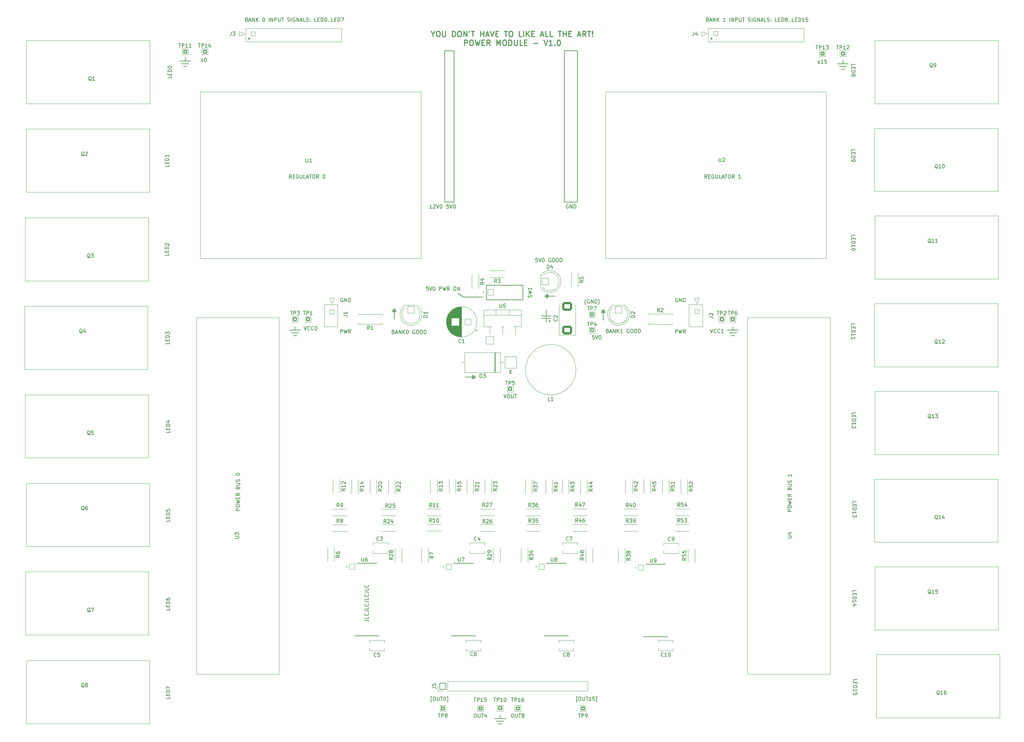
<source format=gto>
%TF.GenerationSoftware,KiCad,Pcbnew,(6.0.5)*%
%TF.CreationDate,2022-05-16T01:41:45-07:00*%
%TF.ProjectId,lta-power-module,6c74612d-706f-4776-9572-2d6d6f64756c,rev?*%
%TF.SameCoordinates,Original*%
%TF.FileFunction,Legend,Top*%
%TF.FilePolarity,Positive*%
%FSLAX46Y46*%
G04 Gerber Fmt 4.6, Leading zero omitted, Abs format (unit mm)*
G04 Created by KiCad (PCBNEW (6.0.5)) date 2022-05-16 01:41:45*
%MOMM*%
%LPD*%
G01*
G04 APERTURE LIST*
G04 Aperture macros list*
%AMRoundRect*
0 Rectangle with rounded corners*
0 $1 Rounding radius*
0 $2 $3 $4 $5 $6 $7 $8 $9 X,Y pos of 4 corners*
0 Add a 4 corners polygon primitive as box body*
4,1,4,$2,$3,$4,$5,$6,$7,$8,$9,$2,$3,0*
0 Add four circle primitives for the rounded corners*
1,1,$1+$1,$2,$3*
1,1,$1+$1,$4,$5*
1,1,$1+$1,$6,$7*
1,1,$1+$1,$8,$9*
0 Add four rect primitives between the rounded corners*
20,1,$1+$1,$2,$3,$4,$5,0*
20,1,$1+$1,$4,$5,$6,$7,0*
20,1,$1+$1,$6,$7,$8,$9,0*
20,1,$1+$1,$8,$9,$2,$3,0*%
G04 Aperture macros list end*
%ADD10C,0.150000*%
%ADD11C,0.200000*%
%ADD12C,0.250000*%
%ADD13C,0.120000*%
%ADD14C,0.127000*%
%ADD15C,3.302000*%
%ADD16C,4.953000*%
%ADD17C,4.826000*%
%ADD18C,1.730000*%
%ADD19RoundRect,0.150000X-0.400000X-0.400000X0.400000X-0.400000X0.400000X0.400000X-0.400000X0.400000X0*%
%ADD20C,1.500000*%
%ADD21O,1.500000X1.500000*%
%ADD22RoundRect,0.050000X0.800000X0.800000X-0.800000X0.800000X-0.800000X-0.800000X0.800000X-0.800000X0*%
%ADD23C,1.700000*%
%ADD24C,3.300000*%
%ADD25C,9.600000*%
%ADD26RoundRect,0.050000X-0.790000X0.790000X-0.790000X-0.790000X0.790000X-0.790000X0.790000X0.790000X0*%
%ADD27C,1.680000*%
%ADD28RoundRect,0.050000X-0.575000X0.575000X-0.575000X-0.575000X0.575000X-0.575000X0.575000X0.575000X0*%
%ADD29C,1.250000*%
%ADD30C,1.900000*%
%ADD31RoundRect,0.050000X-0.750000X-0.750000X0.750000X-0.750000X0.750000X0.750000X-0.750000X0.750000X0*%
%ADD32C,1.600000*%
%ADD33O,1.700000X1.700000*%
%ADD34RoundRect,0.050000X-0.900000X0.900000X-0.900000X-0.900000X0.900000X-0.900000X0.900000X0.900000X0*%
%ADD35RoundRect,0.050000X-0.575000X-0.575000X0.575000X-0.575000X0.575000X0.575000X-0.575000X0.575000X0*%
%ADD36RoundRect,0.050000X1.600000X1.600000X-1.600000X1.600000X-1.600000X-1.600000X1.600000X-1.600000X0*%
%ADD37O,3.300000X3.300000*%
%ADD38RoundRect,0.050000X-0.900000X-0.900000X0.900000X-0.900000X0.900000X0.900000X-0.900000X0.900000X0*%
%ADD39RoundRect,0.050000X0.850000X-0.850000X0.850000X0.850000X-0.850000X0.850000X-0.850000X-0.850000X0*%
%ADD40O,1.800000X1.800000*%
%ADD41RoundRect,0.300000X1.025000X-0.875000X1.025000X0.875000X-1.025000X0.875000X-1.025000X-0.875000X0*%
%ADD42RoundRect,0.050000X-1.050000X-1.050000X1.050000X-1.050000X1.050000X1.050000X-1.050000X1.050000X0*%
%ADD43C,2.200000*%
G04 APERTURE END LIST*
D10*
X221666666Y-117452380D02*
X221666666Y-116452380D01*
X222047619Y-116452380D01*
X222142857Y-116500000D01*
X222190476Y-116547619D01*
X222238095Y-116642857D01*
X222238095Y-116785714D01*
X222190476Y-116880952D01*
X222142857Y-116928571D01*
X222047619Y-116976190D01*
X221666666Y-116976190D01*
X222571428Y-116452380D02*
X222809523Y-117452380D01*
X223000000Y-116738095D01*
X223190476Y-117452380D01*
X223428571Y-116452380D01*
X224380952Y-117452380D02*
X224047619Y-116976190D01*
X223809523Y-117452380D02*
X223809523Y-116452380D01*
X224190476Y-116452380D01*
X224285714Y-116500000D01*
X224333333Y-116547619D01*
X224380952Y-116642857D01*
X224380952Y-116785714D01*
X224333333Y-116880952D01*
X224285714Y-116928571D01*
X224190476Y-116976190D01*
X223809523Y-116976190D01*
X222238095Y-108000000D02*
X222142857Y-107952380D01*
X222000000Y-107952380D01*
X221857142Y-108000000D01*
X221761904Y-108095238D01*
X221714285Y-108190476D01*
X221666666Y-108380952D01*
X221666666Y-108523809D01*
X221714285Y-108714285D01*
X221761904Y-108809523D01*
X221857142Y-108904761D01*
X222000000Y-108952380D01*
X222095238Y-108952380D01*
X222238095Y-108904761D01*
X222285714Y-108857142D01*
X222285714Y-108523809D01*
X222095238Y-108523809D01*
X222714285Y-108952380D02*
X222714285Y-107952380D01*
X223285714Y-108952380D01*
X223285714Y-107952380D01*
X223761904Y-108952380D02*
X223761904Y-107952380D01*
X224000000Y-107952380D01*
X224142857Y-108000000D01*
X224238095Y-108095238D01*
X224285714Y-108190476D01*
X224333333Y-108380952D01*
X224333333Y-108523809D01*
X224285714Y-108714285D01*
X224238095Y-108809523D01*
X224142857Y-108904761D01*
X224000000Y-108952380D01*
X223761904Y-108952380D01*
X130666666Y-117452380D02*
X130666666Y-116452380D01*
X131047619Y-116452380D01*
X131142857Y-116500000D01*
X131190476Y-116547619D01*
X131238095Y-116642857D01*
X131238095Y-116785714D01*
X131190476Y-116880952D01*
X131142857Y-116928571D01*
X131047619Y-116976190D01*
X130666666Y-116976190D01*
X131571428Y-116452380D02*
X131809523Y-117452380D01*
X132000000Y-116738095D01*
X132190476Y-117452380D01*
X132428571Y-116452380D01*
X133380952Y-117452380D02*
X133047619Y-116976190D01*
X132809523Y-117452380D02*
X132809523Y-116452380D01*
X133190476Y-116452380D01*
X133285714Y-116500000D01*
X133333333Y-116547619D01*
X133380952Y-116642857D01*
X133380952Y-116785714D01*
X133333333Y-116880952D01*
X133285714Y-116928571D01*
X133190476Y-116976190D01*
X132809523Y-116976190D01*
X131238095Y-108000000D02*
X131142857Y-107952380D01*
X131000000Y-107952380D01*
X130857142Y-108000000D01*
X130761904Y-108095238D01*
X130714285Y-108190476D01*
X130666666Y-108380952D01*
X130666666Y-108523809D01*
X130714285Y-108714285D01*
X130761904Y-108809523D01*
X130857142Y-108904761D01*
X131000000Y-108952380D01*
X131095238Y-108952380D01*
X131238095Y-108904761D01*
X131285714Y-108857142D01*
X131285714Y-108523809D01*
X131095238Y-108523809D01*
X131714285Y-108952380D02*
X131714285Y-107952380D01*
X132285714Y-108952380D01*
X132285714Y-107952380D01*
X132761904Y-108952380D02*
X132761904Y-107952380D01*
X133000000Y-107952380D01*
X133142857Y-108000000D01*
X133238095Y-108095238D01*
X133285714Y-108190476D01*
X133333333Y-108380952D01*
X133333333Y-108523809D01*
X133285714Y-108714285D01*
X133238095Y-108809523D01*
X133142857Y-108904761D01*
X133000000Y-108952380D01*
X132761904Y-108952380D01*
X191505000Y-40708800D02*
X195061000Y-40708800D01*
X195061000Y-40708800D02*
X195061000Y-81856800D01*
X195061000Y-81856800D02*
X191505000Y-81856800D01*
X191505000Y-81856800D02*
X191505000Y-40708800D01*
X201523000Y-111892800D02*
X202523000Y-111892800D01*
X173014000Y-223000000D02*
X175014000Y-223000000D01*
X201523000Y-111392800D02*
X202523000Y-111392800D01*
X87392000Y-44196000D02*
X89392000Y-44196000D01*
X265708000Y-44208000D02*
X268708000Y-44208000D01*
X186523000Y-113392800D02*
X186523000Y-114392800D01*
X145273000Y-111142800D02*
X145273000Y-110642800D01*
X267208000Y-43208000D02*
X267208000Y-44208000D01*
X235773000Y-116642800D02*
X238773000Y-116642800D01*
X166523000Y-129892800D02*
X167023000Y-129392800D01*
X172514000Y-222250000D02*
X175514000Y-222250000D01*
X237273000Y-115642800D02*
X237273000Y-116642800D01*
X161533000Y-81856800D02*
X158993000Y-81856800D01*
X158993000Y-81856800D02*
X158993000Y-40708800D01*
X158993000Y-40708800D02*
X161533000Y-40708800D01*
X161533000Y-40708800D02*
X161533000Y-81856800D01*
X117773000Y-118142800D02*
X118773000Y-118142800D01*
X266208000Y-44958000D02*
X268208000Y-44958000D01*
X167023000Y-128892800D02*
X167023000Y-129892800D01*
X189023000Y-107392800D02*
X186523000Y-107392800D01*
X266708000Y-45708000D02*
X267708000Y-45708000D01*
X145273000Y-111142800D02*
X144773000Y-111642800D01*
X117273000Y-117392800D02*
X119273000Y-117392800D01*
X187023000Y-106892800D02*
X186523000Y-107392800D01*
X202023000Y-111392800D02*
X201523000Y-111892800D01*
X116773000Y-116642800D02*
X119773000Y-116642800D01*
X186523000Y-107392800D02*
X187023000Y-107892800D01*
X164023000Y-107642800D02*
X162523000Y-106642800D01*
X187523000Y-114392800D02*
X187523000Y-113892800D01*
X236773000Y-118142800D02*
X237773000Y-118142800D01*
X202023000Y-113892800D02*
X202023000Y-111392800D01*
X187773000Y-113392800D02*
X185273000Y-113392800D01*
X144773000Y-111642800D02*
X145773000Y-111642800D01*
X169273000Y-107642800D02*
X164023000Y-107642800D01*
X87892000Y-44946000D02*
X88892000Y-44946000D01*
X167023000Y-129392800D02*
X166523000Y-128892800D01*
X174014000Y-221250000D02*
X174014000Y-222250000D01*
X145273000Y-113642800D02*
X145273000Y-111142800D01*
X187273000Y-114142800D02*
X187773000Y-114142800D01*
X164523000Y-129392800D02*
X167023000Y-129392800D01*
X86892000Y-43446000D02*
X89892000Y-43446000D01*
X144773000Y-111142800D02*
X145773000Y-111142800D01*
X88392000Y-42446000D02*
X88392000Y-43446000D01*
X186523000Y-107392800D02*
X186023000Y-107392800D01*
X185273000Y-112731079D02*
G75*
G03*
X187773000Y-112731079I1250000J4749990D01*
G01*
X118273000Y-115642800D02*
X118273000Y-116642800D01*
X186523000Y-107892800D02*
X186523000Y-106892800D01*
X186523000Y-112892800D02*
X186523000Y-111142800D01*
X166523000Y-128892800D02*
X166523000Y-129892800D01*
X187023000Y-107892800D02*
X187023000Y-106892800D01*
X202023000Y-111392800D02*
X202023000Y-110892800D01*
X236273000Y-117392800D02*
X238273000Y-117392800D01*
X167023000Y-129392800D02*
X167523000Y-129392800D01*
X145773000Y-111642800D02*
X145273000Y-111142800D01*
X173514000Y-223750000D02*
X174514000Y-223750000D01*
X202523000Y-111892800D02*
X202023000Y-111392800D01*
X83920380Y-71688989D02*
X83920380Y-72165180D01*
X82920380Y-72165180D01*
X83396571Y-71355656D02*
X83396571Y-71022322D01*
X83920380Y-70879465D02*
X83920380Y-71355656D01*
X82920380Y-71355656D01*
X82920380Y-70879465D01*
X83920380Y-70450894D02*
X82920380Y-70450894D01*
X82920380Y-70212799D01*
X82968000Y-70069942D01*
X83063238Y-69974703D01*
X83158476Y-69927084D01*
X83348952Y-69879465D01*
X83491809Y-69879465D01*
X83682285Y-69927084D01*
X83777523Y-69974703D01*
X83872761Y-70069942D01*
X83920380Y-70212799D01*
X83920380Y-70450894D01*
X83920380Y-68927084D02*
X83920380Y-69498513D01*
X83920380Y-69212799D02*
X82920380Y-69212799D01*
X83063238Y-69308037D01*
X83158476Y-69403275D01*
X83206095Y-69498513D01*
X160013733Y-82494513D02*
X159537542Y-82494513D01*
X159489923Y-82970704D01*
X159537542Y-82923085D01*
X159632780Y-82875466D01*
X159870876Y-82875466D01*
X159966114Y-82923085D01*
X160013733Y-82970704D01*
X160061352Y-83065942D01*
X160061352Y-83304037D01*
X160013733Y-83399275D01*
X159966114Y-83446894D01*
X159870876Y-83494513D01*
X159632780Y-83494513D01*
X159537542Y-83446894D01*
X159489923Y-83399275D01*
X160347066Y-82494513D02*
X160680400Y-83494513D01*
X161013733Y-82494513D01*
X161537542Y-82494513D02*
X161632780Y-82494513D01*
X161728019Y-82542133D01*
X161775638Y-82589752D01*
X161823257Y-82684990D01*
X161870876Y-82875466D01*
X161870876Y-83113561D01*
X161823257Y-83304037D01*
X161775638Y-83399275D01*
X161728019Y-83446894D01*
X161632780Y-83494513D01*
X161537542Y-83494513D01*
X161442304Y-83446894D01*
X161394685Y-83399275D01*
X161347066Y-83304037D01*
X161299447Y-83113561D01*
X161299447Y-82875466D01*
X161347066Y-82684990D01*
X161394685Y-82589752D01*
X161442304Y-82542133D01*
X161537542Y-82494513D01*
X260453333Y-44092761D02*
X260548571Y-44140380D01*
X260739047Y-44140380D01*
X260834285Y-44092761D01*
X260881904Y-43997523D01*
X260881904Y-43949904D01*
X260834285Y-43854666D01*
X260739047Y-43807047D01*
X260596190Y-43807047D01*
X260500952Y-43759428D01*
X260453333Y-43664190D01*
X260453333Y-43616571D01*
X260500952Y-43521333D01*
X260596190Y-43473714D01*
X260739047Y-43473714D01*
X260834285Y-43521333D01*
X261834285Y-44140380D02*
X261262857Y-44140380D01*
X261548571Y-44140380D02*
X261548571Y-43140380D01*
X261453333Y-43283238D01*
X261358095Y-43378476D01*
X261262857Y-43426095D01*
X262739047Y-43140380D02*
X262262857Y-43140380D01*
X262215238Y-43616571D01*
X262262857Y-43568952D01*
X262358095Y-43521333D01*
X262596190Y-43521333D01*
X262691428Y-43568952D01*
X262739047Y-43616571D01*
X262786666Y-43711809D01*
X262786666Y-43949904D01*
X262739047Y-44045142D01*
X262691428Y-44092761D01*
X262596190Y-44140380D01*
X262358095Y-44140380D01*
X262262857Y-44092761D01*
X262215238Y-44045142D01*
X103225380Y-165690419D02*
X102225380Y-165690419D01*
X102225380Y-165309466D01*
X102273000Y-165214228D01*
X102320619Y-165166609D01*
X102415857Y-165118990D01*
X102558714Y-165118990D01*
X102653952Y-165166609D01*
X102701571Y-165214228D01*
X102749190Y-165309466D01*
X102749190Y-165690419D01*
X102225380Y-164499942D02*
X102225380Y-164309466D01*
X102273000Y-164214228D01*
X102368238Y-164118990D01*
X102558714Y-164071371D01*
X102892047Y-164071371D01*
X103082523Y-164118990D01*
X103177761Y-164214228D01*
X103225380Y-164309466D01*
X103225380Y-164499942D01*
X103177761Y-164595180D01*
X103082523Y-164690419D01*
X102892047Y-164738038D01*
X102558714Y-164738038D01*
X102368238Y-164690419D01*
X102273000Y-164595180D01*
X102225380Y-164499942D01*
X102225380Y-163738038D02*
X103225380Y-163499942D01*
X102511095Y-163309466D01*
X103225380Y-163118990D01*
X102225380Y-162880895D01*
X102701571Y-162499942D02*
X102701571Y-162166609D01*
X103225380Y-162023752D02*
X103225380Y-162499942D01*
X102225380Y-162499942D01*
X102225380Y-162023752D01*
X103225380Y-161023752D02*
X102749190Y-161357085D01*
X103225380Y-161595180D02*
X102225380Y-161595180D01*
X102225380Y-161214228D01*
X102273000Y-161118990D01*
X102320619Y-161071371D01*
X102415857Y-161023752D01*
X102558714Y-161023752D01*
X102653952Y-161071371D01*
X102701571Y-161118990D01*
X102749190Y-161214228D01*
X102749190Y-161595180D01*
X102701571Y-159499942D02*
X102749190Y-159357085D01*
X102796809Y-159309466D01*
X102892047Y-159261847D01*
X103034904Y-159261847D01*
X103130142Y-159309466D01*
X103177761Y-159357085D01*
X103225380Y-159452323D01*
X103225380Y-159833276D01*
X102225380Y-159833276D01*
X102225380Y-159499942D01*
X102273000Y-159404704D01*
X102320619Y-159357085D01*
X102415857Y-159309466D01*
X102511095Y-159309466D01*
X102606333Y-159357085D01*
X102653952Y-159404704D01*
X102701571Y-159499942D01*
X102701571Y-159833276D01*
X102225380Y-158833276D02*
X103034904Y-158833276D01*
X103130142Y-158785657D01*
X103177761Y-158738038D01*
X103225380Y-158642800D01*
X103225380Y-158452323D01*
X103177761Y-158357085D01*
X103130142Y-158309466D01*
X103034904Y-158261847D01*
X102225380Y-158261847D01*
X103177761Y-157833276D02*
X103225380Y-157690419D01*
X103225380Y-157452323D01*
X103177761Y-157357085D01*
X103130142Y-157309466D01*
X103034904Y-157261847D01*
X102939666Y-157261847D01*
X102844428Y-157309466D01*
X102796809Y-157357085D01*
X102749190Y-157452323D01*
X102701571Y-157642800D01*
X102653952Y-157738038D01*
X102606333Y-157785657D01*
X102511095Y-157833276D01*
X102415857Y-157833276D01*
X102320619Y-157785657D01*
X102273000Y-157738038D01*
X102225380Y-157642800D01*
X102225380Y-157404704D01*
X102273000Y-157261847D01*
X102225380Y-155880895D02*
X102225380Y-155785657D01*
X102273000Y-155690419D01*
X102320619Y-155642800D01*
X102415857Y-155595180D01*
X102606333Y-155547561D01*
X102844428Y-155547561D01*
X103034904Y-155595180D01*
X103130142Y-155642800D01*
X103177761Y-155690419D01*
X103225380Y-155785657D01*
X103225380Y-155880895D01*
X103177761Y-155976133D01*
X103130142Y-156023752D01*
X103034904Y-156071371D01*
X102844428Y-156118990D01*
X102606333Y-156118990D01*
X102415857Y-156071371D01*
X102320619Y-156023752D01*
X102273000Y-155976133D01*
X102225380Y-155880895D01*
X84725380Y-47581847D02*
X84725380Y-48058038D01*
X83725380Y-48058038D01*
X84201571Y-47248514D02*
X84201571Y-46915180D01*
X84725380Y-46772323D02*
X84725380Y-47248514D01*
X83725380Y-47248514D01*
X83725380Y-46772323D01*
X84725380Y-46343752D02*
X83725380Y-46343752D01*
X83725380Y-46105657D01*
X83773000Y-45962800D01*
X83868238Y-45867561D01*
X83963476Y-45819942D01*
X84153952Y-45772323D01*
X84296809Y-45772323D01*
X84487285Y-45819942D01*
X84582523Y-45867561D01*
X84677761Y-45962800D01*
X84725380Y-46105657D01*
X84725380Y-46343752D01*
X83725380Y-45153276D02*
X83725380Y-45058038D01*
X83773000Y-44962800D01*
X83820619Y-44915180D01*
X83915857Y-44867561D01*
X84106333Y-44819942D01*
X84344428Y-44819942D01*
X84534904Y-44867561D01*
X84630142Y-44915180D01*
X84677761Y-44962800D01*
X84725380Y-45058038D01*
X84725380Y-45153276D01*
X84677761Y-45248514D01*
X84630142Y-45296133D01*
X84534904Y-45343752D01*
X84344428Y-45391371D01*
X84106333Y-45391371D01*
X83915857Y-45343752D01*
X83820619Y-45296133D01*
X83773000Y-45248514D01*
X83725380Y-45153276D01*
X269570619Y-91265520D02*
X269570619Y-90789330D01*
X270570619Y-90789330D01*
X270094428Y-91598854D02*
X270094428Y-91932187D01*
X269570619Y-92075044D02*
X269570619Y-91598854D01*
X270570619Y-91598854D01*
X270570619Y-92075044D01*
X269570619Y-92503616D02*
X270570619Y-92503616D01*
X270570619Y-92741711D01*
X270523000Y-92884568D01*
X270427761Y-92979806D01*
X270332523Y-93027425D01*
X270142047Y-93075044D01*
X269999190Y-93075044D01*
X269808714Y-93027425D01*
X269713476Y-92979806D01*
X269618238Y-92884568D01*
X269570619Y-92741711D01*
X269570619Y-92503616D01*
X269570619Y-94027425D02*
X269570619Y-93455997D01*
X269570619Y-93741711D02*
X270570619Y-93741711D01*
X270427761Y-93646473D01*
X270332523Y-93551235D01*
X270284904Y-93455997D01*
X270570619Y-94646473D02*
X270570619Y-94741711D01*
X270523000Y-94836949D01*
X270475380Y-94884568D01*
X270380142Y-94932187D01*
X270189666Y-94979806D01*
X269951571Y-94979806D01*
X269761095Y-94932187D01*
X269665857Y-94884568D01*
X269618238Y-94836949D01*
X269570619Y-94741711D01*
X269570619Y-94646473D01*
X269618238Y-94551235D01*
X269665857Y-94503616D01*
X269761095Y-94455997D01*
X269951571Y-94408378D01*
X270189666Y-94408378D01*
X270380142Y-94455997D01*
X270475380Y-94503616D01*
X270523000Y-94551235D01*
X270570619Y-94646473D01*
X144987285Y-117071371D02*
X145130142Y-117118990D01*
X145177761Y-117166609D01*
X145225380Y-117261847D01*
X145225380Y-117404704D01*
X145177761Y-117499942D01*
X145130142Y-117547561D01*
X145034904Y-117595180D01*
X144653952Y-117595180D01*
X144653952Y-116595180D01*
X144987285Y-116595180D01*
X145082523Y-116642800D01*
X145130142Y-116690419D01*
X145177761Y-116785657D01*
X145177761Y-116880895D01*
X145130142Y-116976133D01*
X145082523Y-117023752D01*
X144987285Y-117071371D01*
X144653952Y-117071371D01*
X145606333Y-117309466D02*
X146082523Y-117309466D01*
X145511095Y-117595180D02*
X145844428Y-116595180D01*
X146177761Y-117595180D01*
X146511095Y-117595180D02*
X146511095Y-116595180D01*
X147082523Y-117595180D01*
X147082523Y-116595180D01*
X147558714Y-117595180D02*
X147558714Y-116595180D01*
X148130142Y-117595180D02*
X147701571Y-117023752D01*
X148130142Y-116595180D02*
X147558714Y-117166609D01*
X148749190Y-116595180D02*
X148844428Y-116595180D01*
X148939666Y-116642800D01*
X148987285Y-116690419D01*
X149034904Y-116785657D01*
X149082523Y-116976133D01*
X149082523Y-117214228D01*
X149034904Y-117404704D01*
X148987285Y-117499942D01*
X148939666Y-117547561D01*
X148844428Y-117595180D01*
X148749190Y-117595180D01*
X148653952Y-117547561D01*
X148606333Y-117499942D01*
X148558714Y-117404704D01*
X148511095Y-117214228D01*
X148511095Y-116976133D01*
X148558714Y-116785657D01*
X148606333Y-116690419D01*
X148653952Y-116642800D01*
X148749190Y-116595180D01*
X150796809Y-116642800D02*
X150701571Y-116595180D01*
X150558714Y-116595180D01*
X150415857Y-116642800D01*
X150320619Y-116738038D01*
X150273000Y-116833276D01*
X150225380Y-117023752D01*
X150225380Y-117166609D01*
X150273000Y-117357085D01*
X150320619Y-117452323D01*
X150415857Y-117547561D01*
X150558714Y-117595180D01*
X150653952Y-117595180D01*
X150796809Y-117547561D01*
X150844428Y-117499942D01*
X150844428Y-117166609D01*
X150653952Y-117166609D01*
X151463476Y-116595180D02*
X151653952Y-116595180D01*
X151749190Y-116642800D01*
X151844428Y-116738038D01*
X151892047Y-116928514D01*
X151892047Y-117261847D01*
X151844428Y-117452323D01*
X151749190Y-117547561D01*
X151653952Y-117595180D01*
X151463476Y-117595180D01*
X151368238Y-117547561D01*
X151273000Y-117452323D01*
X151225380Y-117261847D01*
X151225380Y-116928514D01*
X151273000Y-116738038D01*
X151368238Y-116642800D01*
X151463476Y-116595180D01*
X152511095Y-116595180D02*
X152701571Y-116595180D01*
X152796809Y-116642800D01*
X152892047Y-116738038D01*
X152939666Y-116928514D01*
X152939666Y-117261847D01*
X152892047Y-117452323D01*
X152796809Y-117547561D01*
X152701571Y-117595180D01*
X152511095Y-117595180D01*
X152415857Y-117547561D01*
X152320619Y-117452323D01*
X152273000Y-117261847D01*
X152273000Y-116928514D01*
X152320619Y-116738038D01*
X152415857Y-116642800D01*
X152511095Y-116595180D01*
X153368238Y-117595180D02*
X153368238Y-116595180D01*
X153606333Y-116595180D01*
X153749190Y-116642800D01*
X153844428Y-116738038D01*
X153892047Y-116833276D01*
X153939666Y-117023752D01*
X153939666Y-117166609D01*
X153892047Y-117357085D01*
X153844428Y-117452323D01*
X153749190Y-117547561D01*
X153606333Y-117595180D01*
X153368238Y-117595180D01*
X84225380Y-144010415D02*
X84225380Y-144486606D01*
X83225380Y-144486606D01*
X83701571Y-143677082D02*
X83701571Y-143343748D01*
X84225380Y-143200891D02*
X84225380Y-143677082D01*
X83225380Y-143677082D01*
X83225380Y-143200891D01*
X84225380Y-142772320D02*
X83225380Y-142772320D01*
X83225380Y-142534225D01*
X83273000Y-142391368D01*
X83368238Y-142296129D01*
X83463476Y-142248510D01*
X83653952Y-142200891D01*
X83796809Y-142200891D01*
X83987285Y-142248510D01*
X84082523Y-142296129D01*
X84177761Y-142391368D01*
X84225380Y-142534225D01*
X84225380Y-142772320D01*
X83558714Y-141343748D02*
X84225380Y-141343748D01*
X83177761Y-141581844D02*
X83892047Y-141819939D01*
X83892047Y-141200891D01*
X194999190Y-217701714D02*
X194761095Y-217701714D01*
X194761095Y-216273142D01*
X194999190Y-216273142D01*
X195570619Y-216368380D02*
X195761095Y-216368380D01*
X195856333Y-216416000D01*
X195951571Y-216511238D01*
X195999190Y-216701714D01*
X195999190Y-217035047D01*
X195951571Y-217225523D01*
X195856333Y-217320761D01*
X195761095Y-217368380D01*
X195570619Y-217368380D01*
X195475380Y-217320761D01*
X195380142Y-217225523D01*
X195332523Y-217035047D01*
X195332523Y-216701714D01*
X195380142Y-216511238D01*
X195475380Y-216416000D01*
X195570619Y-216368380D01*
X196427761Y-216368380D02*
X196427761Y-217177904D01*
X196475380Y-217273142D01*
X196523000Y-217320761D01*
X196618238Y-217368380D01*
X196808714Y-217368380D01*
X196903952Y-217320761D01*
X196951571Y-217273142D01*
X196999190Y-217177904D01*
X196999190Y-216368380D01*
X197332523Y-216368380D02*
X197903952Y-216368380D01*
X197618238Y-217368380D02*
X197618238Y-216368380D01*
X198761095Y-217368380D02*
X198189666Y-217368380D01*
X198475380Y-217368380D02*
X198475380Y-216368380D01*
X198380142Y-216511238D01*
X198284904Y-216606476D01*
X198189666Y-216654095D01*
X199665857Y-216368380D02*
X199189666Y-216368380D01*
X199142047Y-216844571D01*
X199189666Y-216796952D01*
X199284904Y-216749333D01*
X199523000Y-216749333D01*
X199618238Y-216796952D01*
X199665857Y-216844571D01*
X199713476Y-216939809D01*
X199713476Y-217177904D01*
X199665857Y-217273142D01*
X199618238Y-217320761D01*
X199523000Y-217368380D01*
X199284904Y-217368380D01*
X199189666Y-217320761D01*
X199142047Y-217273142D01*
X200046809Y-217701714D02*
X200284904Y-217701714D01*
X200284904Y-216273142D01*
X200046809Y-216273142D01*
X155475380Y-217701714D02*
X155237285Y-217701714D01*
X155237285Y-216273142D01*
X155475380Y-216273142D01*
X156046809Y-216368380D02*
X156237285Y-216368380D01*
X156332523Y-216416000D01*
X156427761Y-216511238D01*
X156475380Y-216701714D01*
X156475380Y-217035047D01*
X156427761Y-217225523D01*
X156332523Y-217320761D01*
X156237285Y-217368380D01*
X156046809Y-217368380D01*
X155951571Y-217320761D01*
X155856333Y-217225523D01*
X155808714Y-217035047D01*
X155808714Y-216701714D01*
X155856333Y-216511238D01*
X155951571Y-216416000D01*
X156046809Y-216368380D01*
X156903952Y-216368380D02*
X156903952Y-217177904D01*
X156951571Y-217273142D01*
X156999190Y-217320761D01*
X157094428Y-217368380D01*
X157284904Y-217368380D01*
X157380142Y-217320761D01*
X157427761Y-217273142D01*
X157475380Y-217177904D01*
X157475380Y-216368380D01*
X157808714Y-216368380D02*
X158380142Y-216368380D01*
X158094428Y-217368380D02*
X158094428Y-216368380D01*
X158903952Y-216368380D02*
X158999190Y-216368380D01*
X159094428Y-216416000D01*
X159142047Y-216463619D01*
X159189666Y-216558857D01*
X159237285Y-216749333D01*
X159237285Y-216987428D01*
X159189666Y-217177904D01*
X159142047Y-217273142D01*
X159094428Y-217320761D01*
X158999190Y-217368380D01*
X158903952Y-217368380D01*
X158808714Y-217320761D01*
X158761095Y-217273142D01*
X158713476Y-217177904D01*
X158665857Y-216987428D01*
X158665857Y-216749333D01*
X158713476Y-216558857D01*
X158761095Y-216463619D01*
X158808714Y-216416000D01*
X158903952Y-216368380D01*
X159570619Y-217701714D02*
X159808714Y-217701714D01*
X159808714Y-216273142D01*
X159570619Y-216273142D01*
X230261095Y-75345180D02*
X229927761Y-74868990D01*
X229689666Y-75345180D02*
X229689666Y-74345180D01*
X230070619Y-74345180D01*
X230165857Y-74392800D01*
X230213476Y-74440419D01*
X230261095Y-74535657D01*
X230261095Y-74678514D01*
X230213476Y-74773752D01*
X230165857Y-74821371D01*
X230070619Y-74868990D01*
X229689666Y-74868990D01*
X230689666Y-74821371D02*
X231023000Y-74821371D01*
X231165857Y-75345180D02*
X230689666Y-75345180D01*
X230689666Y-74345180D01*
X231165857Y-74345180D01*
X232118238Y-74392800D02*
X232023000Y-74345180D01*
X231880142Y-74345180D01*
X231737285Y-74392800D01*
X231642047Y-74488038D01*
X231594428Y-74583276D01*
X231546809Y-74773752D01*
X231546809Y-74916609D01*
X231594428Y-75107085D01*
X231642047Y-75202323D01*
X231737285Y-75297561D01*
X231880142Y-75345180D01*
X231975380Y-75345180D01*
X232118238Y-75297561D01*
X232165857Y-75249942D01*
X232165857Y-74916609D01*
X231975380Y-74916609D01*
X232594428Y-74345180D02*
X232594428Y-75154704D01*
X232642047Y-75249942D01*
X232689666Y-75297561D01*
X232784904Y-75345180D01*
X232975380Y-75345180D01*
X233070619Y-75297561D01*
X233118238Y-75249942D01*
X233165857Y-75154704D01*
X233165857Y-74345180D01*
X234118238Y-75345180D02*
X233642047Y-75345180D01*
X233642047Y-74345180D01*
X234403952Y-75059466D02*
X234880142Y-75059466D01*
X234308714Y-75345180D02*
X234642047Y-74345180D01*
X234975380Y-75345180D01*
X235165857Y-74345180D02*
X235737285Y-74345180D01*
X235451571Y-75345180D02*
X235451571Y-74345180D01*
X236261095Y-74345180D02*
X236451571Y-74345180D01*
X236546809Y-74392800D01*
X236642047Y-74488038D01*
X236689666Y-74678514D01*
X236689666Y-75011847D01*
X236642047Y-75202323D01*
X236546809Y-75297561D01*
X236451571Y-75345180D01*
X236261095Y-75345180D01*
X236165857Y-75297561D01*
X236070619Y-75202323D01*
X236023000Y-75011847D01*
X236023000Y-74678514D01*
X236070619Y-74488038D01*
X236165857Y-74392800D01*
X236261095Y-74345180D01*
X237689666Y-75345180D02*
X237356333Y-74868990D01*
X237118238Y-75345180D02*
X237118238Y-74345180D01*
X237499190Y-74345180D01*
X237594428Y-74392800D01*
X237642047Y-74440419D01*
X237689666Y-74535657D01*
X237689666Y-74678514D01*
X237642047Y-74773752D01*
X237594428Y-74821371D01*
X237499190Y-74868990D01*
X237118238Y-74868990D01*
X239403952Y-75345180D02*
X238832523Y-75345180D01*
X239118238Y-75345180D02*
X239118238Y-74345180D01*
X239023000Y-74488038D01*
X238927761Y-74583276D01*
X238832523Y-74630895D01*
X177339809Y-220940380D02*
X177530285Y-220940380D01*
X177625523Y-220988000D01*
X177720761Y-221083238D01*
X177768380Y-221273714D01*
X177768380Y-221607047D01*
X177720761Y-221797523D01*
X177625523Y-221892761D01*
X177530285Y-221940380D01*
X177339809Y-221940380D01*
X177244571Y-221892761D01*
X177149333Y-221797523D01*
X177101714Y-221607047D01*
X177101714Y-221273714D01*
X177149333Y-221083238D01*
X177244571Y-220988000D01*
X177339809Y-220940380D01*
X178196952Y-220940380D02*
X178196952Y-221749904D01*
X178244571Y-221845142D01*
X178292190Y-221892761D01*
X178387428Y-221940380D01*
X178577904Y-221940380D01*
X178673142Y-221892761D01*
X178720761Y-221845142D01*
X178768380Y-221749904D01*
X178768380Y-220940380D01*
X179101714Y-220940380D02*
X179673142Y-220940380D01*
X179387428Y-221940380D02*
X179387428Y-220940380D01*
X180149333Y-221368952D02*
X180054095Y-221321333D01*
X180006476Y-221273714D01*
X179958857Y-221178476D01*
X179958857Y-221130857D01*
X180006476Y-221035619D01*
X180054095Y-220988000D01*
X180149333Y-220940380D01*
X180339809Y-220940380D01*
X180435047Y-220988000D01*
X180482666Y-221035619D01*
X180530285Y-221130857D01*
X180530285Y-221178476D01*
X180482666Y-221273714D01*
X180435047Y-221321333D01*
X180339809Y-221368952D01*
X180149333Y-221368952D01*
X180054095Y-221416571D01*
X180006476Y-221464190D01*
X179958857Y-221559428D01*
X179958857Y-221749904D01*
X180006476Y-221845142D01*
X180054095Y-221892761D01*
X180149333Y-221940380D01*
X180339809Y-221940380D01*
X180435047Y-221892761D01*
X180482666Y-221845142D01*
X180530285Y-221749904D01*
X180530285Y-221559428D01*
X180482666Y-221464190D01*
X180435047Y-221416571D01*
X180339809Y-221368952D01*
X231213476Y-116345180D02*
X231546809Y-117345180D01*
X231880142Y-116345180D01*
X232784904Y-117249942D02*
X232737285Y-117297561D01*
X232594428Y-117345180D01*
X232499190Y-117345180D01*
X232356333Y-117297561D01*
X232261095Y-117202323D01*
X232213476Y-117107085D01*
X232165857Y-116916609D01*
X232165857Y-116773752D01*
X232213476Y-116583276D01*
X232261095Y-116488038D01*
X232356333Y-116392800D01*
X232499190Y-116345180D01*
X232594428Y-116345180D01*
X232737285Y-116392800D01*
X232784904Y-116440419D01*
X233784904Y-117249942D02*
X233737285Y-117297561D01*
X233594428Y-117345180D01*
X233499190Y-117345180D01*
X233356333Y-117297561D01*
X233261095Y-117202323D01*
X233213476Y-117107085D01*
X233165857Y-116916609D01*
X233165857Y-116773752D01*
X233213476Y-116583276D01*
X233261095Y-116488038D01*
X233356333Y-116392800D01*
X233499190Y-116345180D01*
X233594428Y-116345180D01*
X233737285Y-116392800D01*
X233784904Y-116440419D01*
X234737285Y-117345180D02*
X234165857Y-117345180D01*
X234451571Y-117345180D02*
X234451571Y-116345180D01*
X234356333Y-116488038D01*
X234261095Y-116583276D01*
X234165857Y-116630895D01*
X83920380Y-95796131D02*
X83920380Y-96272322D01*
X82920380Y-96272322D01*
X83396571Y-95462798D02*
X83396571Y-95129464D01*
X83920380Y-94986607D02*
X83920380Y-95462798D01*
X82920380Y-95462798D01*
X82920380Y-94986607D01*
X83920380Y-94558036D02*
X82920380Y-94558036D01*
X82920380Y-94319941D01*
X82968000Y-94177084D01*
X83063238Y-94081845D01*
X83158476Y-94034226D01*
X83348952Y-93986607D01*
X83491809Y-93986607D01*
X83682285Y-94034226D01*
X83777523Y-94081845D01*
X83872761Y-94177084D01*
X83920380Y-94319941D01*
X83920380Y-94558036D01*
X83015619Y-93605655D02*
X82968000Y-93558036D01*
X82920380Y-93462798D01*
X82920380Y-93224703D01*
X82968000Y-93129464D01*
X83015619Y-93081845D01*
X83110857Y-93034226D01*
X83206095Y-93034226D01*
X83348952Y-93081845D01*
X83920380Y-93653274D01*
X83920380Y-93034226D01*
X84225380Y-168117557D02*
X84225380Y-168593748D01*
X83225380Y-168593748D01*
X83701571Y-167784224D02*
X83701571Y-167450890D01*
X84225380Y-167308033D02*
X84225380Y-167784224D01*
X83225380Y-167784224D01*
X83225380Y-167308033D01*
X84225380Y-166879462D02*
X83225380Y-166879462D01*
X83225380Y-166641367D01*
X83273000Y-166498510D01*
X83368238Y-166403271D01*
X83463476Y-166355652D01*
X83653952Y-166308033D01*
X83796809Y-166308033D01*
X83987285Y-166355652D01*
X84082523Y-166403271D01*
X84177761Y-166498510D01*
X84225380Y-166641367D01*
X84225380Y-166879462D01*
X83225380Y-165403271D02*
X83225380Y-165879462D01*
X83701571Y-165927081D01*
X83653952Y-165879462D01*
X83606333Y-165784224D01*
X83606333Y-165546129D01*
X83653952Y-165450890D01*
X83701571Y-165403271D01*
X83796809Y-165355652D01*
X84034904Y-165355652D01*
X84130142Y-165403271D01*
X84177761Y-165450890D01*
X84225380Y-165546129D01*
X84225380Y-165784224D01*
X84177761Y-165879462D01*
X84130142Y-165927081D01*
X269875619Y-187918580D02*
X269875619Y-187442390D01*
X270875619Y-187442390D01*
X270399428Y-188251914D02*
X270399428Y-188585247D01*
X269875619Y-188728104D02*
X269875619Y-188251914D01*
X270875619Y-188251914D01*
X270875619Y-188728104D01*
X269875619Y-189156676D02*
X270875619Y-189156676D01*
X270875619Y-189394771D01*
X270828000Y-189537628D01*
X270732761Y-189632866D01*
X270637523Y-189680485D01*
X270447047Y-189728104D01*
X270304190Y-189728104D01*
X270113714Y-189680485D01*
X270018476Y-189632866D01*
X269923238Y-189537628D01*
X269875619Y-189394771D01*
X269875619Y-189156676D01*
X269875619Y-190680485D02*
X269875619Y-190109057D01*
X269875619Y-190394771D02*
X270875619Y-190394771D01*
X270732761Y-190299533D01*
X270637523Y-190204295D01*
X270589904Y-190109057D01*
X270542285Y-191537628D02*
X269875619Y-191537628D01*
X270923238Y-191299533D02*
X270208952Y-191061438D01*
X270208952Y-191680485D01*
X199606333Y-118095180D02*
X199130142Y-118095180D01*
X199082523Y-118571371D01*
X199130142Y-118523752D01*
X199225380Y-118476133D01*
X199463476Y-118476133D01*
X199558714Y-118523752D01*
X199606333Y-118571371D01*
X199653952Y-118666609D01*
X199653952Y-118904704D01*
X199606333Y-118999942D01*
X199558714Y-119047561D01*
X199463476Y-119095180D01*
X199225380Y-119095180D01*
X199130142Y-119047561D01*
X199082523Y-118999942D01*
X199939666Y-118095180D02*
X200273000Y-119095180D01*
X200606333Y-118095180D01*
X201130142Y-118095180D02*
X201225380Y-118095180D01*
X201320619Y-118142800D01*
X201368238Y-118190419D01*
X201415857Y-118285657D01*
X201463476Y-118476133D01*
X201463476Y-118714228D01*
X201415857Y-118904704D01*
X201368238Y-118999942D01*
X201320619Y-119047561D01*
X201225380Y-119095180D01*
X201130142Y-119095180D01*
X201034904Y-119047561D01*
X200987285Y-118999942D01*
X200939666Y-118904704D01*
X200892047Y-118714228D01*
X200892047Y-118476133D01*
X200939666Y-118285657D01*
X200987285Y-118190419D01*
X201034904Y-118142800D01*
X201130142Y-118095180D01*
X105133809Y-32186571D02*
X105276666Y-32234190D01*
X105324285Y-32281809D01*
X105371904Y-32377047D01*
X105371904Y-32519904D01*
X105324285Y-32615142D01*
X105276666Y-32662761D01*
X105181428Y-32710380D01*
X104800476Y-32710380D01*
X104800476Y-31710380D01*
X105133809Y-31710380D01*
X105229047Y-31758000D01*
X105276666Y-31805619D01*
X105324285Y-31900857D01*
X105324285Y-31996095D01*
X105276666Y-32091333D01*
X105229047Y-32138952D01*
X105133809Y-32186571D01*
X104800476Y-32186571D01*
X105752857Y-32424666D02*
X106229047Y-32424666D01*
X105657619Y-32710380D02*
X105990952Y-31710380D01*
X106324285Y-32710380D01*
X106657619Y-32710380D02*
X106657619Y-31710380D01*
X107229047Y-32710380D01*
X107229047Y-31710380D01*
X107705238Y-32710380D02*
X107705238Y-31710380D01*
X108276666Y-32710380D02*
X107848095Y-32138952D01*
X108276666Y-31710380D02*
X107705238Y-32281809D01*
X109657619Y-31710380D02*
X109752857Y-31710380D01*
X109848095Y-31758000D01*
X109895714Y-31805619D01*
X109943333Y-31900857D01*
X109990952Y-32091333D01*
X109990952Y-32329428D01*
X109943333Y-32519904D01*
X109895714Y-32615142D01*
X109848095Y-32662761D01*
X109752857Y-32710380D01*
X109657619Y-32710380D01*
X109562380Y-32662761D01*
X109514761Y-32615142D01*
X109467142Y-32519904D01*
X109419523Y-32329428D01*
X109419523Y-32091333D01*
X109467142Y-31900857D01*
X109514761Y-31805619D01*
X109562380Y-31758000D01*
X109657619Y-31710380D01*
X111181428Y-32710380D02*
X111181428Y-31710380D01*
X111657619Y-32710380D02*
X111657619Y-31710380D01*
X112229047Y-32710380D01*
X112229047Y-31710380D01*
X112705238Y-32710380D02*
X112705238Y-31710380D01*
X113086190Y-31710380D01*
X113181428Y-31758000D01*
X113229047Y-31805619D01*
X113276666Y-31900857D01*
X113276666Y-32043714D01*
X113229047Y-32138952D01*
X113181428Y-32186571D01*
X113086190Y-32234190D01*
X112705238Y-32234190D01*
X113705238Y-31710380D02*
X113705238Y-32519904D01*
X113752857Y-32615142D01*
X113800476Y-32662761D01*
X113895714Y-32710380D01*
X114086190Y-32710380D01*
X114181428Y-32662761D01*
X114229047Y-32615142D01*
X114276666Y-32519904D01*
X114276666Y-31710380D01*
X114610000Y-31710380D02*
X115181428Y-31710380D01*
X114895714Y-32710380D02*
X114895714Y-31710380D01*
X116229047Y-32662761D02*
X116371904Y-32710380D01*
X116610000Y-32710380D01*
X116705238Y-32662761D01*
X116752857Y-32615142D01*
X116800476Y-32519904D01*
X116800476Y-32424666D01*
X116752857Y-32329428D01*
X116705238Y-32281809D01*
X116610000Y-32234190D01*
X116419523Y-32186571D01*
X116324285Y-32138952D01*
X116276666Y-32091333D01*
X116229047Y-31996095D01*
X116229047Y-31900857D01*
X116276666Y-31805619D01*
X116324285Y-31758000D01*
X116419523Y-31710380D01*
X116657619Y-31710380D01*
X116800476Y-31758000D01*
X117229047Y-32710380D02*
X117229047Y-31710380D01*
X118229047Y-31758000D02*
X118133809Y-31710380D01*
X117990952Y-31710380D01*
X117848095Y-31758000D01*
X117752857Y-31853238D01*
X117705238Y-31948476D01*
X117657619Y-32138952D01*
X117657619Y-32281809D01*
X117705238Y-32472285D01*
X117752857Y-32567523D01*
X117848095Y-32662761D01*
X117990952Y-32710380D01*
X118086190Y-32710380D01*
X118229047Y-32662761D01*
X118276666Y-32615142D01*
X118276666Y-32281809D01*
X118086190Y-32281809D01*
X118705238Y-32710380D02*
X118705238Y-31710380D01*
X119276666Y-32710380D01*
X119276666Y-31710380D01*
X119705238Y-32424666D02*
X120181428Y-32424666D01*
X119610000Y-32710380D02*
X119943333Y-31710380D01*
X120276666Y-32710380D01*
X121086190Y-32710380D02*
X120610000Y-32710380D01*
X120610000Y-31710380D01*
X121371904Y-32662761D02*
X121514761Y-32710380D01*
X121752857Y-32710380D01*
X121848095Y-32662761D01*
X121895714Y-32615142D01*
X121943333Y-32519904D01*
X121943333Y-32424666D01*
X121895714Y-32329428D01*
X121848095Y-32281809D01*
X121752857Y-32234190D01*
X121562380Y-32186571D01*
X121467142Y-32138952D01*
X121419523Y-32091333D01*
X121371904Y-31996095D01*
X121371904Y-31900857D01*
X121419523Y-31805619D01*
X121467142Y-31758000D01*
X121562380Y-31710380D01*
X121800476Y-31710380D01*
X121943333Y-31758000D01*
X122371904Y-32615142D02*
X122419523Y-32662761D01*
X122371904Y-32710380D01*
X122324285Y-32662761D01*
X122371904Y-32615142D01*
X122371904Y-32710380D01*
X122371904Y-32091333D02*
X122419523Y-32138952D01*
X122371904Y-32186571D01*
X122324285Y-32138952D01*
X122371904Y-32091333D01*
X122371904Y-32186571D01*
X124086190Y-32710380D02*
X123610000Y-32710380D01*
X123610000Y-31710380D01*
X124419523Y-32186571D02*
X124752857Y-32186571D01*
X124895714Y-32710380D02*
X124419523Y-32710380D01*
X124419523Y-31710380D01*
X124895714Y-31710380D01*
X125324285Y-32710380D02*
X125324285Y-31710380D01*
X125562380Y-31710380D01*
X125705238Y-31758000D01*
X125800476Y-31853238D01*
X125848095Y-31948476D01*
X125895714Y-32138952D01*
X125895714Y-32281809D01*
X125848095Y-32472285D01*
X125800476Y-32567523D01*
X125705238Y-32662761D01*
X125562380Y-32710380D01*
X125324285Y-32710380D01*
X126514761Y-31710380D02*
X126610000Y-31710380D01*
X126705238Y-31758000D01*
X126752857Y-31805619D01*
X126800476Y-31900857D01*
X126848095Y-32091333D01*
X126848095Y-32329428D01*
X126800476Y-32519904D01*
X126752857Y-32615142D01*
X126705238Y-32662761D01*
X126610000Y-32710380D01*
X126514761Y-32710380D01*
X126419523Y-32662761D01*
X126371904Y-32615142D01*
X126324285Y-32519904D01*
X126276666Y-32329428D01*
X126276666Y-32091333D01*
X126324285Y-31900857D01*
X126371904Y-31805619D01*
X126419523Y-31758000D01*
X126514761Y-31710380D01*
X127276666Y-32615142D02*
X127324285Y-32662761D01*
X127276666Y-32710380D01*
X127229047Y-32662761D01*
X127276666Y-32615142D01*
X127276666Y-32710380D01*
X127752857Y-32615142D02*
X127800476Y-32662761D01*
X127752857Y-32710380D01*
X127705238Y-32662761D01*
X127752857Y-32615142D01*
X127752857Y-32710380D01*
X128705238Y-32710380D02*
X128229047Y-32710380D01*
X128229047Y-31710380D01*
X129038571Y-32186571D02*
X129371904Y-32186571D01*
X129514761Y-32710380D02*
X129038571Y-32710380D01*
X129038571Y-31710380D01*
X129514761Y-31710380D01*
X129943333Y-32710380D02*
X129943333Y-31710380D01*
X130181428Y-31710380D01*
X130324285Y-31758000D01*
X130419523Y-31853238D01*
X130467142Y-31948476D01*
X130514761Y-32138952D01*
X130514761Y-32281809D01*
X130467142Y-32472285D01*
X130419523Y-32567523D01*
X130324285Y-32662761D01*
X130181428Y-32710380D01*
X129943333Y-32710380D01*
X130848095Y-31710380D02*
X131514761Y-31710380D01*
X131086190Y-32710380D01*
X154475380Y-104845180D02*
X153999190Y-104845180D01*
X153951571Y-105321371D01*
X153999190Y-105273752D01*
X154094428Y-105226133D01*
X154332523Y-105226133D01*
X154427761Y-105273752D01*
X154475380Y-105321371D01*
X154523000Y-105416609D01*
X154523000Y-105654704D01*
X154475380Y-105749942D01*
X154427761Y-105797561D01*
X154332523Y-105845180D01*
X154094428Y-105845180D01*
X153999190Y-105797561D01*
X153951571Y-105749942D01*
X154808714Y-104845180D02*
X155142047Y-105845180D01*
X155475380Y-104845180D01*
X155999190Y-104845180D02*
X156094428Y-104845180D01*
X156189666Y-104892800D01*
X156237285Y-104940419D01*
X156284904Y-105035657D01*
X156332523Y-105226133D01*
X156332523Y-105464228D01*
X156284904Y-105654704D01*
X156237285Y-105749942D01*
X156189666Y-105797561D01*
X156094428Y-105845180D01*
X155999190Y-105845180D01*
X155903952Y-105797561D01*
X155856333Y-105749942D01*
X155808714Y-105654704D01*
X155761095Y-105464228D01*
X155761095Y-105226133D01*
X155808714Y-105035657D01*
X155856333Y-104940419D01*
X155903952Y-104892800D01*
X155999190Y-104845180D01*
X157523000Y-105845180D02*
X157523000Y-104845180D01*
X157903952Y-104845180D01*
X157999190Y-104892800D01*
X158046809Y-104940419D01*
X158094428Y-105035657D01*
X158094428Y-105178514D01*
X158046809Y-105273752D01*
X157999190Y-105321371D01*
X157903952Y-105368990D01*
X157523000Y-105368990D01*
X158427761Y-104845180D02*
X158665857Y-105845180D01*
X158856333Y-105130895D01*
X159046809Y-105845180D01*
X159284904Y-104845180D01*
X160237285Y-105845180D02*
X159903952Y-105368990D01*
X159665857Y-105845180D02*
X159665857Y-104845180D01*
X160046809Y-104845180D01*
X160142047Y-104892800D01*
X160189666Y-104940419D01*
X160237285Y-105035657D01*
X160237285Y-105178514D01*
X160189666Y-105273752D01*
X160142047Y-105321371D01*
X160046809Y-105368990D01*
X159665857Y-105368990D01*
X161618238Y-104845180D02*
X161808714Y-104845180D01*
X161903952Y-104892800D01*
X161999190Y-104988038D01*
X162046809Y-105178514D01*
X162046809Y-105511847D01*
X161999190Y-105702323D01*
X161903952Y-105797561D01*
X161808714Y-105845180D01*
X161618238Y-105845180D01*
X161523000Y-105797561D01*
X161427761Y-105702323D01*
X161380142Y-105511847D01*
X161380142Y-105178514D01*
X161427761Y-104988038D01*
X161523000Y-104892800D01*
X161618238Y-104845180D01*
X162475380Y-105845180D02*
X162475380Y-104845180D01*
X163046809Y-105845180D01*
X163046809Y-104845180D01*
X84225380Y-192224699D02*
X84225380Y-192700890D01*
X83225380Y-192700890D01*
X83701571Y-191891366D02*
X83701571Y-191558032D01*
X84225380Y-191415175D02*
X84225380Y-191891366D01*
X83225380Y-191891366D01*
X83225380Y-191415175D01*
X84225380Y-190986604D02*
X83225380Y-190986604D01*
X83225380Y-190748509D01*
X83273000Y-190605652D01*
X83368238Y-190510413D01*
X83463476Y-190462794D01*
X83653952Y-190415175D01*
X83796809Y-190415175D01*
X83987285Y-190462794D01*
X84082523Y-190510413D01*
X84177761Y-190605652D01*
X84225380Y-190748509D01*
X84225380Y-190986604D01*
X83225380Y-189558032D02*
X83225380Y-189748509D01*
X83273000Y-189843747D01*
X83320619Y-189891366D01*
X83463476Y-189986604D01*
X83653952Y-190034223D01*
X84034904Y-190034223D01*
X84130142Y-189986604D01*
X84177761Y-189938985D01*
X84225380Y-189843747D01*
X84225380Y-189653271D01*
X84177761Y-189558032D01*
X84130142Y-189510413D01*
X84034904Y-189462794D01*
X83796809Y-189462794D01*
X83701571Y-189510413D01*
X83653952Y-189558032D01*
X83606333Y-189653271D01*
X83606333Y-189843747D01*
X83653952Y-189938985D01*
X83701571Y-189986604D01*
X83796809Y-190034223D01*
X167179809Y-220940380D02*
X167370285Y-220940380D01*
X167465523Y-220988000D01*
X167560761Y-221083238D01*
X167608380Y-221273714D01*
X167608380Y-221607047D01*
X167560761Y-221797523D01*
X167465523Y-221892761D01*
X167370285Y-221940380D01*
X167179809Y-221940380D01*
X167084571Y-221892761D01*
X166989333Y-221797523D01*
X166941714Y-221607047D01*
X166941714Y-221273714D01*
X166989333Y-221083238D01*
X167084571Y-220988000D01*
X167179809Y-220940380D01*
X168036952Y-220940380D02*
X168036952Y-221749904D01*
X168084571Y-221845142D01*
X168132190Y-221892761D01*
X168227428Y-221940380D01*
X168417904Y-221940380D01*
X168513142Y-221892761D01*
X168560761Y-221845142D01*
X168608380Y-221749904D01*
X168608380Y-220940380D01*
X168941714Y-220940380D02*
X169513142Y-220940380D01*
X169227428Y-221940380D02*
X169227428Y-220940380D01*
X170275047Y-221273714D02*
X170275047Y-221940380D01*
X170036952Y-220892761D02*
X169798857Y-221607047D01*
X170417904Y-221607047D01*
X84225380Y-216331847D02*
X84225380Y-216808038D01*
X83225380Y-216808038D01*
X83701571Y-215998514D02*
X83701571Y-215665180D01*
X84225380Y-215522323D02*
X84225380Y-215998514D01*
X83225380Y-215998514D01*
X83225380Y-215522323D01*
X84225380Y-215093752D02*
X83225380Y-215093752D01*
X83225380Y-214855657D01*
X83273000Y-214712800D01*
X83368238Y-214617561D01*
X83463476Y-214569942D01*
X83653952Y-214522323D01*
X83796809Y-214522323D01*
X83987285Y-214569942D01*
X84082523Y-214617561D01*
X84177761Y-214712800D01*
X84225380Y-214855657D01*
X84225380Y-215093752D01*
X83225380Y-214188990D02*
X83225380Y-213522323D01*
X84225380Y-213950895D01*
X92781523Y-43584761D02*
X92876761Y-43632380D01*
X93067238Y-43632380D01*
X93162476Y-43584761D01*
X93210095Y-43489523D01*
X93210095Y-43441904D01*
X93162476Y-43346666D01*
X93067238Y-43299047D01*
X92924380Y-43299047D01*
X92829142Y-43251428D01*
X92781523Y-43156190D01*
X92781523Y-43108571D01*
X92829142Y-43013333D01*
X92924380Y-42965714D01*
X93067238Y-42965714D01*
X93162476Y-43013333D01*
X93829142Y-42632380D02*
X93924380Y-42632380D01*
X94019619Y-42680000D01*
X94067238Y-42727619D01*
X94114857Y-42822857D01*
X94162476Y-43013333D01*
X94162476Y-43251428D01*
X94114857Y-43441904D01*
X94067238Y-43537142D01*
X94019619Y-43584761D01*
X93924380Y-43632380D01*
X93829142Y-43632380D01*
X93733904Y-43584761D01*
X93686285Y-43537142D01*
X93638666Y-43441904D01*
X93591047Y-43251428D01*
X93591047Y-43013333D01*
X93638666Y-42822857D01*
X93686285Y-42727619D01*
X93733904Y-42680000D01*
X93829142Y-42632380D01*
X270070619Y-212081845D02*
X270070619Y-211605655D01*
X271070619Y-211605655D01*
X270594428Y-212415179D02*
X270594428Y-212748512D01*
X270070619Y-212891369D02*
X270070619Y-212415179D01*
X271070619Y-212415179D01*
X271070619Y-212891369D01*
X270070619Y-213319941D02*
X271070619Y-213319941D01*
X271070619Y-213558036D01*
X271023000Y-213700893D01*
X270927761Y-213796131D01*
X270832523Y-213843750D01*
X270642047Y-213891369D01*
X270499190Y-213891369D01*
X270308714Y-213843750D01*
X270213476Y-213796131D01*
X270118238Y-213700893D01*
X270070619Y-213558036D01*
X270070619Y-213319941D01*
X270070619Y-214843750D02*
X270070619Y-214272322D01*
X270070619Y-214558036D02*
X271070619Y-214558036D01*
X270927761Y-214462798D01*
X270832523Y-214367560D01*
X270784904Y-214272322D01*
X271070619Y-215748512D02*
X271070619Y-215272322D01*
X270594428Y-215224703D01*
X270642047Y-215272322D01*
X270689666Y-215367560D01*
X270689666Y-215605655D01*
X270642047Y-215700893D01*
X270594428Y-215748512D01*
X270499190Y-215796131D01*
X270261095Y-215796131D01*
X270165857Y-215748512D01*
X270118238Y-215700893D01*
X270070619Y-215605655D01*
X270070619Y-215367560D01*
X270118238Y-215272322D01*
X270165857Y-215224703D01*
X192521095Y-82542133D02*
X192425857Y-82494513D01*
X192283000Y-82494513D01*
X192140142Y-82542133D01*
X192044904Y-82637371D01*
X191997285Y-82732609D01*
X191949666Y-82923085D01*
X191949666Y-83065942D01*
X191997285Y-83256418D01*
X192044904Y-83351656D01*
X192140142Y-83446894D01*
X192283000Y-83494513D01*
X192378238Y-83494513D01*
X192521095Y-83446894D01*
X192568714Y-83399275D01*
X192568714Y-83065942D01*
X192378238Y-83065942D01*
X192997285Y-83494513D02*
X192997285Y-82494513D01*
X193568714Y-83494513D01*
X193568714Y-82494513D01*
X194044904Y-83494513D02*
X194044904Y-82494513D01*
X194283000Y-82494513D01*
X194425857Y-82542133D01*
X194521095Y-82637371D01*
X194568714Y-82732609D01*
X194616333Y-82923085D01*
X194616333Y-83065942D01*
X194568714Y-83256418D01*
X194521095Y-83351656D01*
X194425857Y-83446894D01*
X194283000Y-83494513D01*
X194044904Y-83494513D01*
X203237285Y-116821371D02*
X203380142Y-116868990D01*
X203427761Y-116916609D01*
X203475380Y-117011847D01*
X203475380Y-117154704D01*
X203427761Y-117249942D01*
X203380142Y-117297561D01*
X203284904Y-117345180D01*
X202903952Y-117345180D01*
X202903952Y-116345180D01*
X203237285Y-116345180D01*
X203332523Y-116392800D01*
X203380142Y-116440419D01*
X203427761Y-116535657D01*
X203427761Y-116630895D01*
X203380142Y-116726133D01*
X203332523Y-116773752D01*
X203237285Y-116821371D01*
X202903952Y-116821371D01*
X203856333Y-117059466D02*
X204332523Y-117059466D01*
X203761095Y-117345180D02*
X204094428Y-116345180D01*
X204427761Y-117345180D01*
X204761095Y-117345180D02*
X204761095Y-116345180D01*
X205332523Y-117345180D01*
X205332523Y-116345180D01*
X205808714Y-117345180D02*
X205808714Y-116345180D01*
X206380142Y-117345180D02*
X205951571Y-116773752D01*
X206380142Y-116345180D02*
X205808714Y-116916609D01*
X207332523Y-117345180D02*
X206761095Y-117345180D01*
X207046809Y-117345180D02*
X207046809Y-116345180D01*
X206951571Y-116488038D01*
X206856333Y-116583276D01*
X206761095Y-116630895D01*
X209046809Y-116392800D02*
X208951571Y-116345180D01*
X208808714Y-116345180D01*
X208665857Y-116392800D01*
X208570619Y-116488038D01*
X208523000Y-116583276D01*
X208475380Y-116773752D01*
X208475380Y-116916609D01*
X208523000Y-117107085D01*
X208570619Y-117202323D01*
X208665857Y-117297561D01*
X208808714Y-117345180D01*
X208903952Y-117345180D01*
X209046809Y-117297561D01*
X209094428Y-117249942D01*
X209094428Y-116916609D01*
X208903952Y-116916609D01*
X209713476Y-116345180D02*
X209903952Y-116345180D01*
X209999190Y-116392800D01*
X210094428Y-116488038D01*
X210142047Y-116678514D01*
X210142047Y-117011847D01*
X210094428Y-117202323D01*
X209999190Y-117297561D01*
X209903952Y-117345180D01*
X209713476Y-117345180D01*
X209618238Y-117297561D01*
X209523000Y-117202323D01*
X209475380Y-117011847D01*
X209475380Y-116678514D01*
X209523000Y-116488038D01*
X209618238Y-116392800D01*
X209713476Y-116345180D01*
X210761095Y-116345180D02*
X210951571Y-116345180D01*
X211046809Y-116392800D01*
X211142047Y-116488038D01*
X211189666Y-116678514D01*
X211189666Y-117011847D01*
X211142047Y-117202323D01*
X211046809Y-117297561D01*
X210951571Y-117345180D01*
X210761095Y-117345180D01*
X210665857Y-117297561D01*
X210570619Y-117202323D01*
X210523000Y-117011847D01*
X210523000Y-116678514D01*
X210570619Y-116488038D01*
X210665857Y-116392800D01*
X210761095Y-116345180D01*
X211618238Y-117345180D02*
X211618238Y-116345180D01*
X211856333Y-116345180D01*
X211999190Y-116392800D01*
X212094428Y-116488038D01*
X212142047Y-116583276D01*
X212189666Y-116773752D01*
X212189666Y-116916609D01*
X212142047Y-117107085D01*
X212094428Y-117202323D01*
X211999190Y-117297561D01*
X211856333Y-117345180D01*
X211618238Y-117345180D01*
X269570619Y-44843752D02*
X269570619Y-44367561D01*
X270570619Y-44367561D01*
X270094428Y-45177085D02*
X270094428Y-45510419D01*
X269570619Y-45653276D02*
X269570619Y-45177085D01*
X270570619Y-45177085D01*
X270570619Y-45653276D01*
X269570619Y-46081847D02*
X270570619Y-46081847D01*
X270570619Y-46319942D01*
X270523000Y-46462800D01*
X270427761Y-46558038D01*
X270332523Y-46605657D01*
X270142047Y-46653276D01*
X269999190Y-46653276D01*
X269808714Y-46605657D01*
X269713476Y-46558038D01*
X269618238Y-46462800D01*
X269570619Y-46319942D01*
X269570619Y-46081847D01*
X270142047Y-47224704D02*
X270189666Y-47129466D01*
X270237285Y-47081847D01*
X270332523Y-47034228D01*
X270380142Y-47034228D01*
X270475380Y-47081847D01*
X270523000Y-47129466D01*
X270570619Y-47224704D01*
X270570619Y-47415180D01*
X270523000Y-47510419D01*
X270475380Y-47558038D01*
X270380142Y-47605657D01*
X270332523Y-47605657D01*
X270237285Y-47558038D01*
X270189666Y-47510419D01*
X270142047Y-47415180D01*
X270142047Y-47224704D01*
X270094428Y-47129466D01*
X270046809Y-47081847D01*
X269951571Y-47034228D01*
X269761095Y-47034228D01*
X269665857Y-47081847D01*
X269618238Y-47129466D01*
X269570619Y-47224704D01*
X269570619Y-47415180D01*
X269618238Y-47510419D01*
X269665857Y-47558038D01*
X269761095Y-47605657D01*
X269951571Y-47605657D01*
X270046809Y-47558038D01*
X270094428Y-47510419D01*
X270142047Y-47415180D01*
X253225380Y-165940419D02*
X252225380Y-165940419D01*
X252225380Y-165559466D01*
X252273000Y-165464228D01*
X252320619Y-165416609D01*
X252415857Y-165368990D01*
X252558714Y-165368990D01*
X252653952Y-165416609D01*
X252701571Y-165464228D01*
X252749190Y-165559466D01*
X252749190Y-165940419D01*
X252225380Y-164749942D02*
X252225380Y-164559466D01*
X252273000Y-164464228D01*
X252368238Y-164368990D01*
X252558714Y-164321371D01*
X252892047Y-164321371D01*
X253082523Y-164368990D01*
X253177761Y-164464228D01*
X253225380Y-164559466D01*
X253225380Y-164749942D01*
X253177761Y-164845180D01*
X253082523Y-164940419D01*
X252892047Y-164988038D01*
X252558714Y-164988038D01*
X252368238Y-164940419D01*
X252273000Y-164845180D01*
X252225380Y-164749942D01*
X252225380Y-163988038D02*
X253225380Y-163749942D01*
X252511095Y-163559466D01*
X253225380Y-163368990D01*
X252225380Y-163130895D01*
X252701571Y-162749942D02*
X252701571Y-162416609D01*
X253225380Y-162273752D02*
X253225380Y-162749942D01*
X252225380Y-162749942D01*
X252225380Y-162273752D01*
X253225380Y-161273752D02*
X252749190Y-161607085D01*
X253225380Y-161845180D02*
X252225380Y-161845180D01*
X252225380Y-161464228D01*
X252273000Y-161368990D01*
X252320619Y-161321371D01*
X252415857Y-161273752D01*
X252558714Y-161273752D01*
X252653952Y-161321371D01*
X252701571Y-161368990D01*
X252749190Y-161464228D01*
X252749190Y-161845180D01*
X252701571Y-159749942D02*
X252749190Y-159607085D01*
X252796809Y-159559466D01*
X252892047Y-159511847D01*
X253034904Y-159511847D01*
X253130142Y-159559466D01*
X253177761Y-159607085D01*
X253225380Y-159702323D01*
X253225380Y-160083276D01*
X252225380Y-160083276D01*
X252225380Y-159749942D01*
X252273000Y-159654704D01*
X252320619Y-159607085D01*
X252415857Y-159559466D01*
X252511095Y-159559466D01*
X252606333Y-159607085D01*
X252653952Y-159654704D01*
X252701571Y-159749942D01*
X252701571Y-160083276D01*
X252225380Y-159083276D02*
X253034904Y-159083276D01*
X253130142Y-159035657D01*
X253177761Y-158988038D01*
X253225380Y-158892800D01*
X253225380Y-158702323D01*
X253177761Y-158607085D01*
X253130142Y-158559466D01*
X253034904Y-158511847D01*
X252225380Y-158511847D01*
X253177761Y-158083276D02*
X253225380Y-157940419D01*
X253225380Y-157702323D01*
X253177761Y-157607085D01*
X253130142Y-157559466D01*
X253034904Y-157511847D01*
X252939666Y-157511847D01*
X252844428Y-157559466D01*
X252796809Y-157607085D01*
X252749190Y-157702323D01*
X252701571Y-157892800D01*
X252653952Y-157988038D01*
X252606333Y-158035657D01*
X252511095Y-158083276D01*
X252415857Y-158083276D01*
X252320619Y-158035657D01*
X252273000Y-157988038D01*
X252225380Y-157892800D01*
X252225380Y-157654704D01*
X252273000Y-157511847D01*
X253225380Y-155797561D02*
X253225380Y-156368990D01*
X253225380Y-156083276D02*
X252225380Y-156083276D01*
X252368238Y-156178514D01*
X252463476Y-156273752D01*
X252511095Y-156368990D01*
X269570619Y-115428785D02*
X269570619Y-114952595D01*
X270570619Y-114952595D01*
X270094428Y-115762119D02*
X270094428Y-116095452D01*
X269570619Y-116238309D02*
X269570619Y-115762119D01*
X270570619Y-115762119D01*
X270570619Y-116238309D01*
X269570619Y-116666881D02*
X270570619Y-116666881D01*
X270570619Y-116904976D01*
X270523000Y-117047833D01*
X270427761Y-117143071D01*
X270332523Y-117190690D01*
X270142047Y-117238309D01*
X269999190Y-117238309D01*
X269808714Y-117190690D01*
X269713476Y-117143071D01*
X269618238Y-117047833D01*
X269570619Y-116904976D01*
X269570619Y-116666881D01*
X269570619Y-118190690D02*
X269570619Y-117619262D01*
X269570619Y-117904976D02*
X270570619Y-117904976D01*
X270427761Y-117809738D01*
X270332523Y-117714500D01*
X270284904Y-117619262D01*
X269570619Y-119143071D02*
X269570619Y-118571643D01*
X269570619Y-118857357D02*
X270570619Y-118857357D01*
X270427761Y-118762119D01*
X270332523Y-118666881D01*
X270284904Y-118571643D01*
D11*
X137225380Y-195511847D02*
X137939666Y-195511847D01*
X138082523Y-195559466D01*
X138177761Y-195654704D01*
X138225380Y-195797561D01*
X138225380Y-195892800D01*
X138225380Y-194559466D02*
X138225380Y-195035657D01*
X137225380Y-195035657D01*
X138130142Y-193654704D02*
X138177761Y-193702323D01*
X138225380Y-193845180D01*
X138225380Y-193940419D01*
X138177761Y-194083276D01*
X138082523Y-194178514D01*
X137987285Y-194226133D01*
X137796809Y-194273752D01*
X137653952Y-194273752D01*
X137463476Y-194226133D01*
X137368238Y-194178514D01*
X137273000Y-194083276D01*
X137225380Y-193940419D01*
X137225380Y-193845180D01*
X137273000Y-193702323D01*
X137320619Y-193654704D01*
X137225380Y-192940419D02*
X137939666Y-192940419D01*
X138082523Y-192988038D01*
X138177761Y-193083276D01*
X138225380Y-193226133D01*
X138225380Y-193321371D01*
X138225380Y-191988038D02*
X138225380Y-192464228D01*
X137225380Y-192464228D01*
X138130142Y-191083276D02*
X138177761Y-191130895D01*
X138225380Y-191273752D01*
X138225380Y-191368990D01*
X138177761Y-191511847D01*
X138082523Y-191607085D01*
X137987285Y-191654704D01*
X137796809Y-191702323D01*
X137653952Y-191702323D01*
X137463476Y-191654704D01*
X137368238Y-191607085D01*
X137273000Y-191511847D01*
X137225380Y-191368990D01*
X137225380Y-191273752D01*
X137273000Y-191130895D01*
X137320619Y-191083276D01*
X137225380Y-190368990D02*
X137939666Y-190368990D01*
X138082523Y-190416609D01*
X138177761Y-190511847D01*
X138225380Y-190654704D01*
X138225380Y-190749942D01*
X138225380Y-189416609D02*
X138225380Y-189892800D01*
X137225380Y-189892800D01*
X138130142Y-188511847D02*
X138177761Y-188559466D01*
X138225380Y-188702323D01*
X138225380Y-188797561D01*
X138177761Y-188940419D01*
X138082523Y-189035657D01*
X137987285Y-189083276D01*
X137796809Y-189130895D01*
X137653952Y-189130895D01*
X137463476Y-189083276D01*
X137368238Y-189035657D01*
X137273000Y-188940419D01*
X137225380Y-188797561D01*
X137225380Y-188702323D01*
X137273000Y-188559466D01*
X137320619Y-188511847D01*
X137225380Y-187797561D02*
X137939666Y-187797561D01*
X138082523Y-187845180D01*
X138177761Y-187940419D01*
X138225380Y-188083276D01*
X138225380Y-188178514D01*
X138225380Y-186845180D02*
X138225380Y-187321371D01*
X137225380Y-187321371D01*
X138130142Y-185940419D02*
X138177761Y-185988038D01*
X138225380Y-186130895D01*
X138225380Y-186226133D01*
X138177761Y-186368990D01*
X138082523Y-186464228D01*
X137987285Y-186511847D01*
X137796809Y-186559466D01*
X137653952Y-186559466D01*
X137463476Y-186511847D01*
X137368238Y-186464228D01*
X137273000Y-186368990D01*
X137225380Y-186226133D01*
X137225380Y-186130895D01*
X137273000Y-185988038D01*
X137320619Y-185940419D01*
D10*
X117261095Y-75345180D02*
X116927761Y-74868990D01*
X116689666Y-75345180D02*
X116689666Y-74345180D01*
X117070619Y-74345180D01*
X117165857Y-74392800D01*
X117213476Y-74440419D01*
X117261095Y-74535657D01*
X117261095Y-74678514D01*
X117213476Y-74773752D01*
X117165857Y-74821371D01*
X117070619Y-74868990D01*
X116689666Y-74868990D01*
X117689666Y-74821371D02*
X118023000Y-74821371D01*
X118165857Y-75345180D02*
X117689666Y-75345180D01*
X117689666Y-74345180D01*
X118165857Y-74345180D01*
X119118238Y-74392800D02*
X119023000Y-74345180D01*
X118880142Y-74345180D01*
X118737285Y-74392800D01*
X118642047Y-74488038D01*
X118594428Y-74583276D01*
X118546809Y-74773752D01*
X118546809Y-74916609D01*
X118594428Y-75107085D01*
X118642047Y-75202323D01*
X118737285Y-75297561D01*
X118880142Y-75345180D01*
X118975380Y-75345180D01*
X119118238Y-75297561D01*
X119165857Y-75249942D01*
X119165857Y-74916609D01*
X118975380Y-74916609D01*
X119594428Y-74345180D02*
X119594428Y-75154704D01*
X119642047Y-75249942D01*
X119689666Y-75297561D01*
X119784904Y-75345180D01*
X119975380Y-75345180D01*
X120070619Y-75297561D01*
X120118238Y-75249942D01*
X120165857Y-75154704D01*
X120165857Y-74345180D01*
X121118238Y-75345180D02*
X120642047Y-75345180D01*
X120642047Y-74345180D01*
X121403952Y-75059466D02*
X121880142Y-75059466D01*
X121308714Y-75345180D02*
X121642047Y-74345180D01*
X121975380Y-75345180D01*
X122165857Y-74345180D02*
X122737285Y-74345180D01*
X122451571Y-75345180D02*
X122451571Y-74345180D01*
X123261095Y-74345180D02*
X123451571Y-74345180D01*
X123546809Y-74392800D01*
X123642047Y-74488038D01*
X123689666Y-74678514D01*
X123689666Y-75011847D01*
X123642047Y-75202323D01*
X123546809Y-75297561D01*
X123451571Y-75345180D01*
X123261095Y-75345180D01*
X123165857Y-75297561D01*
X123070619Y-75202323D01*
X123023000Y-75011847D01*
X123023000Y-74678514D01*
X123070619Y-74488038D01*
X123165857Y-74392800D01*
X123261095Y-74345180D01*
X124689666Y-75345180D02*
X124356333Y-74868990D01*
X124118238Y-75345180D02*
X124118238Y-74345180D01*
X124499190Y-74345180D01*
X124594428Y-74392800D01*
X124642047Y-74440419D01*
X124689666Y-74535657D01*
X124689666Y-74678514D01*
X124642047Y-74773752D01*
X124594428Y-74821371D01*
X124499190Y-74868990D01*
X124118238Y-74868990D01*
X126070619Y-74345180D02*
X126165857Y-74345180D01*
X126261095Y-74392800D01*
X126308714Y-74440419D01*
X126356333Y-74535657D01*
X126403952Y-74726133D01*
X126403952Y-74964228D01*
X126356333Y-75154704D01*
X126308714Y-75249942D01*
X126261095Y-75297561D01*
X126165857Y-75345180D01*
X126070619Y-75345180D01*
X125975380Y-75297561D01*
X125927761Y-75249942D01*
X125880142Y-75154704D01*
X125832523Y-74964228D01*
X125832523Y-74726133D01*
X125880142Y-74535657D01*
X125927761Y-74440419D01*
X125975380Y-74392800D01*
X126070619Y-74345180D01*
X230387619Y-32186571D02*
X230530476Y-32234190D01*
X230578095Y-32281809D01*
X230625714Y-32377047D01*
X230625714Y-32519904D01*
X230578095Y-32615142D01*
X230530476Y-32662761D01*
X230435238Y-32710380D01*
X230054285Y-32710380D01*
X230054285Y-31710380D01*
X230387619Y-31710380D01*
X230482857Y-31758000D01*
X230530476Y-31805619D01*
X230578095Y-31900857D01*
X230578095Y-31996095D01*
X230530476Y-32091333D01*
X230482857Y-32138952D01*
X230387619Y-32186571D01*
X230054285Y-32186571D01*
X231006666Y-32424666D02*
X231482857Y-32424666D01*
X230911428Y-32710380D02*
X231244761Y-31710380D01*
X231578095Y-32710380D01*
X231911428Y-32710380D02*
X231911428Y-31710380D01*
X232482857Y-32710380D01*
X232482857Y-31710380D01*
X232959047Y-32710380D02*
X232959047Y-31710380D01*
X233530476Y-32710380D02*
X233101904Y-32138952D01*
X233530476Y-31710380D02*
X232959047Y-32281809D01*
X235244761Y-32710380D02*
X234673333Y-32710380D01*
X234959047Y-32710380D02*
X234959047Y-31710380D01*
X234863809Y-31853238D01*
X234768571Y-31948476D01*
X234673333Y-31996095D01*
X236435238Y-32710380D02*
X236435238Y-31710380D01*
X236911428Y-32710380D02*
X236911428Y-31710380D01*
X237482857Y-32710380D01*
X237482857Y-31710380D01*
X237959047Y-32710380D02*
X237959047Y-31710380D01*
X238340000Y-31710380D01*
X238435238Y-31758000D01*
X238482857Y-31805619D01*
X238530476Y-31900857D01*
X238530476Y-32043714D01*
X238482857Y-32138952D01*
X238435238Y-32186571D01*
X238340000Y-32234190D01*
X237959047Y-32234190D01*
X238959047Y-31710380D02*
X238959047Y-32519904D01*
X239006666Y-32615142D01*
X239054285Y-32662761D01*
X239149523Y-32710380D01*
X239340000Y-32710380D01*
X239435238Y-32662761D01*
X239482857Y-32615142D01*
X239530476Y-32519904D01*
X239530476Y-31710380D01*
X239863809Y-31710380D02*
X240435238Y-31710380D01*
X240149523Y-32710380D02*
X240149523Y-31710380D01*
X241482857Y-32662761D02*
X241625714Y-32710380D01*
X241863809Y-32710380D01*
X241959047Y-32662761D01*
X242006666Y-32615142D01*
X242054285Y-32519904D01*
X242054285Y-32424666D01*
X242006666Y-32329428D01*
X241959047Y-32281809D01*
X241863809Y-32234190D01*
X241673333Y-32186571D01*
X241578095Y-32138952D01*
X241530476Y-32091333D01*
X241482857Y-31996095D01*
X241482857Y-31900857D01*
X241530476Y-31805619D01*
X241578095Y-31758000D01*
X241673333Y-31710380D01*
X241911428Y-31710380D01*
X242054285Y-31758000D01*
X242482857Y-32710380D02*
X242482857Y-31710380D01*
X243482857Y-31758000D02*
X243387619Y-31710380D01*
X243244761Y-31710380D01*
X243101904Y-31758000D01*
X243006666Y-31853238D01*
X242959047Y-31948476D01*
X242911428Y-32138952D01*
X242911428Y-32281809D01*
X242959047Y-32472285D01*
X243006666Y-32567523D01*
X243101904Y-32662761D01*
X243244761Y-32710380D01*
X243340000Y-32710380D01*
X243482857Y-32662761D01*
X243530476Y-32615142D01*
X243530476Y-32281809D01*
X243340000Y-32281809D01*
X243959047Y-32710380D02*
X243959047Y-31710380D01*
X244530476Y-32710380D01*
X244530476Y-31710380D01*
X244959047Y-32424666D02*
X245435238Y-32424666D01*
X244863809Y-32710380D02*
X245197142Y-31710380D01*
X245530476Y-32710380D01*
X246340000Y-32710380D02*
X245863809Y-32710380D01*
X245863809Y-31710380D01*
X246625714Y-32662761D02*
X246768571Y-32710380D01*
X247006666Y-32710380D01*
X247101904Y-32662761D01*
X247149523Y-32615142D01*
X247197142Y-32519904D01*
X247197142Y-32424666D01*
X247149523Y-32329428D01*
X247101904Y-32281809D01*
X247006666Y-32234190D01*
X246816190Y-32186571D01*
X246720952Y-32138952D01*
X246673333Y-32091333D01*
X246625714Y-31996095D01*
X246625714Y-31900857D01*
X246673333Y-31805619D01*
X246720952Y-31758000D01*
X246816190Y-31710380D01*
X247054285Y-31710380D01*
X247197142Y-31758000D01*
X247625714Y-32615142D02*
X247673333Y-32662761D01*
X247625714Y-32710380D01*
X247578095Y-32662761D01*
X247625714Y-32615142D01*
X247625714Y-32710380D01*
X247625714Y-32091333D02*
X247673333Y-32138952D01*
X247625714Y-32186571D01*
X247578095Y-32138952D01*
X247625714Y-32091333D01*
X247625714Y-32186571D01*
X249340000Y-32710380D02*
X248863809Y-32710380D01*
X248863809Y-31710380D01*
X249673333Y-32186571D02*
X250006666Y-32186571D01*
X250149523Y-32710380D02*
X249673333Y-32710380D01*
X249673333Y-31710380D01*
X250149523Y-31710380D01*
X250578095Y-32710380D02*
X250578095Y-31710380D01*
X250816190Y-31710380D01*
X250959047Y-31758000D01*
X251054285Y-31853238D01*
X251101904Y-31948476D01*
X251149523Y-32138952D01*
X251149523Y-32281809D01*
X251101904Y-32472285D01*
X251054285Y-32567523D01*
X250959047Y-32662761D01*
X250816190Y-32710380D01*
X250578095Y-32710380D01*
X251720952Y-32138952D02*
X251625714Y-32091333D01*
X251578095Y-32043714D01*
X251530476Y-31948476D01*
X251530476Y-31900857D01*
X251578095Y-31805619D01*
X251625714Y-31758000D01*
X251720952Y-31710380D01*
X251911428Y-31710380D01*
X252006666Y-31758000D01*
X252054285Y-31805619D01*
X252101904Y-31900857D01*
X252101904Y-31948476D01*
X252054285Y-32043714D01*
X252006666Y-32091333D01*
X251911428Y-32138952D01*
X251720952Y-32138952D01*
X251625714Y-32186571D01*
X251578095Y-32234190D01*
X251530476Y-32329428D01*
X251530476Y-32519904D01*
X251578095Y-32615142D01*
X251625714Y-32662761D01*
X251720952Y-32710380D01*
X251911428Y-32710380D01*
X252006666Y-32662761D01*
X252054285Y-32615142D01*
X252101904Y-32519904D01*
X252101904Y-32329428D01*
X252054285Y-32234190D01*
X252006666Y-32186571D01*
X251911428Y-32138952D01*
X252530476Y-32615142D02*
X252578095Y-32662761D01*
X252530476Y-32710380D01*
X252482857Y-32662761D01*
X252530476Y-32615142D01*
X252530476Y-32710380D01*
X253006666Y-32615142D02*
X253054285Y-32662761D01*
X253006666Y-32710380D01*
X252959047Y-32662761D01*
X253006666Y-32615142D01*
X253006666Y-32710380D01*
X253959047Y-32710380D02*
X253482857Y-32710380D01*
X253482857Y-31710380D01*
X254292380Y-32186571D02*
X254625714Y-32186571D01*
X254768571Y-32710380D02*
X254292380Y-32710380D01*
X254292380Y-31710380D01*
X254768571Y-31710380D01*
X255197142Y-32710380D02*
X255197142Y-31710380D01*
X255435238Y-31710380D01*
X255578095Y-31758000D01*
X255673333Y-31853238D01*
X255720952Y-31948476D01*
X255768571Y-32138952D01*
X255768571Y-32281809D01*
X255720952Y-32472285D01*
X255673333Y-32567523D01*
X255578095Y-32662761D01*
X255435238Y-32710380D01*
X255197142Y-32710380D01*
X256720952Y-32710380D02*
X256149523Y-32710380D01*
X256435238Y-32710380D02*
X256435238Y-31710380D01*
X256340000Y-31853238D01*
X256244761Y-31948476D01*
X256149523Y-31996095D01*
X257625714Y-31710380D02*
X257149523Y-31710380D01*
X257101904Y-32186571D01*
X257149523Y-32138952D01*
X257244761Y-32091333D01*
X257482857Y-32091333D01*
X257578095Y-32138952D01*
X257625714Y-32186571D01*
X257673333Y-32281809D01*
X257673333Y-32519904D01*
X257625714Y-32615142D01*
X257578095Y-32662761D01*
X257482857Y-32710380D01*
X257244761Y-32710380D01*
X257149523Y-32662761D01*
X257101904Y-32615142D01*
X269875619Y-163755315D02*
X269875619Y-163279125D01*
X270875619Y-163279125D01*
X270399428Y-164088649D02*
X270399428Y-164421982D01*
X269875619Y-164564839D02*
X269875619Y-164088649D01*
X270875619Y-164088649D01*
X270875619Y-164564839D01*
X269875619Y-164993411D02*
X270875619Y-164993411D01*
X270875619Y-165231506D01*
X270828000Y-165374363D01*
X270732761Y-165469601D01*
X270637523Y-165517220D01*
X270447047Y-165564839D01*
X270304190Y-165564839D01*
X270113714Y-165517220D01*
X270018476Y-165469601D01*
X269923238Y-165374363D01*
X269875619Y-165231506D01*
X269875619Y-164993411D01*
X269875619Y-166517220D02*
X269875619Y-165945792D01*
X269875619Y-166231506D02*
X270875619Y-166231506D01*
X270732761Y-166136268D01*
X270637523Y-166041030D01*
X270589904Y-165945792D01*
X270875619Y-166850554D02*
X270875619Y-167469601D01*
X270494666Y-167136268D01*
X270494666Y-167279125D01*
X270447047Y-167374363D01*
X270399428Y-167421982D01*
X270304190Y-167469601D01*
X270066095Y-167469601D01*
X269970857Y-167421982D01*
X269923238Y-167374363D01*
X269875619Y-167279125D01*
X269875619Y-166993411D01*
X269923238Y-166898173D01*
X269970857Y-166850554D01*
X184177761Y-97095180D02*
X183701571Y-97095180D01*
X183653952Y-97571371D01*
X183701571Y-97523752D01*
X183796809Y-97476133D01*
X184034904Y-97476133D01*
X184130142Y-97523752D01*
X184177761Y-97571371D01*
X184225380Y-97666609D01*
X184225380Y-97904704D01*
X184177761Y-97999942D01*
X184130142Y-98047561D01*
X184034904Y-98095180D01*
X183796809Y-98095180D01*
X183701571Y-98047561D01*
X183653952Y-97999942D01*
X184511095Y-97095180D02*
X184844428Y-98095180D01*
X185177761Y-97095180D01*
X185701571Y-97095180D02*
X185796809Y-97095180D01*
X185892047Y-97142800D01*
X185939666Y-97190419D01*
X185987285Y-97285657D01*
X186034904Y-97476133D01*
X186034904Y-97714228D01*
X185987285Y-97904704D01*
X185939666Y-97999942D01*
X185892047Y-98047561D01*
X185796809Y-98095180D01*
X185701571Y-98095180D01*
X185606333Y-98047561D01*
X185558714Y-97999942D01*
X185511095Y-97904704D01*
X185463476Y-97714228D01*
X185463476Y-97476133D01*
X185511095Y-97285657D01*
X185558714Y-97190419D01*
X185606333Y-97142800D01*
X185701571Y-97095180D01*
X187749190Y-97142800D02*
X187653952Y-97095180D01*
X187511095Y-97095180D01*
X187368238Y-97142800D01*
X187273000Y-97238038D01*
X187225380Y-97333276D01*
X187177761Y-97523752D01*
X187177761Y-97666609D01*
X187225380Y-97857085D01*
X187273000Y-97952323D01*
X187368238Y-98047561D01*
X187511095Y-98095180D01*
X187606333Y-98095180D01*
X187749190Y-98047561D01*
X187796809Y-97999942D01*
X187796809Y-97666609D01*
X187606333Y-97666609D01*
X188415857Y-97095180D02*
X188606333Y-97095180D01*
X188701571Y-97142800D01*
X188796809Y-97238038D01*
X188844428Y-97428514D01*
X188844428Y-97761847D01*
X188796809Y-97952323D01*
X188701571Y-98047561D01*
X188606333Y-98095180D01*
X188415857Y-98095180D01*
X188320619Y-98047561D01*
X188225380Y-97952323D01*
X188177761Y-97761847D01*
X188177761Y-97428514D01*
X188225380Y-97238038D01*
X188320619Y-97142800D01*
X188415857Y-97095180D01*
X189463476Y-97095180D02*
X189653952Y-97095180D01*
X189749190Y-97142800D01*
X189844428Y-97238038D01*
X189892047Y-97428514D01*
X189892047Y-97761847D01*
X189844428Y-97952323D01*
X189749190Y-98047561D01*
X189653952Y-98095180D01*
X189463476Y-98095180D01*
X189368238Y-98047561D01*
X189273000Y-97952323D01*
X189225380Y-97761847D01*
X189225380Y-97428514D01*
X189273000Y-97238038D01*
X189368238Y-97142800D01*
X189463476Y-97095180D01*
X190320619Y-98095180D02*
X190320619Y-97095180D01*
X190558714Y-97095180D01*
X190701571Y-97142800D01*
X190796809Y-97238038D01*
X190844428Y-97333276D01*
X190892047Y-97523752D01*
X190892047Y-97666609D01*
X190844428Y-97857085D01*
X190796809Y-97952323D01*
X190701571Y-98047561D01*
X190558714Y-98095180D01*
X190320619Y-98095180D01*
X155470361Y-83494513D02*
X154898933Y-83494513D01*
X155184647Y-83494513D02*
X155184647Y-82494513D01*
X155089409Y-82637371D01*
X154994171Y-82732609D01*
X154898933Y-82780228D01*
X155851314Y-82589752D02*
X155898933Y-82542133D01*
X155994171Y-82494513D01*
X156232266Y-82494513D01*
X156327504Y-82542133D01*
X156375123Y-82589752D01*
X156422742Y-82684990D01*
X156422742Y-82780228D01*
X156375123Y-82923085D01*
X155803695Y-83494513D01*
X156422742Y-83494513D01*
X156708457Y-82494513D02*
X157041790Y-83494513D01*
X157375123Y-82494513D01*
X157898933Y-82494513D02*
X157994171Y-82494513D01*
X158089409Y-82542133D01*
X158137028Y-82589752D01*
X158184647Y-82684990D01*
X158232266Y-82875466D01*
X158232266Y-83113561D01*
X158184647Y-83304037D01*
X158137028Y-83399275D01*
X158089409Y-83446894D01*
X157994171Y-83494513D01*
X157898933Y-83494513D01*
X157803695Y-83446894D01*
X157756076Y-83399275D01*
X157708457Y-83304037D01*
X157660838Y-83113561D01*
X157660838Y-82875466D01*
X157708457Y-82684990D01*
X157756076Y-82589752D01*
X157803695Y-82542133D01*
X157898933Y-82494513D01*
X197356333Y-109726133D02*
X197308714Y-109678514D01*
X197213476Y-109535657D01*
X197165857Y-109440419D01*
X197118238Y-109297561D01*
X197070619Y-109059466D01*
X197070619Y-108868990D01*
X197118238Y-108630895D01*
X197165857Y-108488038D01*
X197213476Y-108392800D01*
X197308714Y-108249942D01*
X197356333Y-108202323D01*
X198261095Y-108392800D02*
X198165857Y-108345180D01*
X198023000Y-108345180D01*
X197880142Y-108392800D01*
X197784904Y-108488038D01*
X197737285Y-108583276D01*
X197689666Y-108773752D01*
X197689666Y-108916609D01*
X197737285Y-109107085D01*
X197784904Y-109202323D01*
X197880142Y-109297561D01*
X198023000Y-109345180D01*
X198118238Y-109345180D01*
X198261095Y-109297561D01*
X198308714Y-109249942D01*
X198308714Y-108916609D01*
X198118238Y-108916609D01*
X198737285Y-109345180D02*
X198737285Y-108345180D01*
X199308714Y-109345180D01*
X199308714Y-108345180D01*
X199784904Y-109345180D02*
X199784904Y-108345180D01*
X200023000Y-108345180D01*
X200165857Y-108392800D01*
X200261095Y-108488038D01*
X200308714Y-108583276D01*
X200356333Y-108773752D01*
X200356333Y-108916609D01*
X200308714Y-109107085D01*
X200261095Y-109202323D01*
X200165857Y-109297561D01*
X200023000Y-109345180D01*
X199784904Y-109345180D01*
X200689666Y-109726133D02*
X200737285Y-109678514D01*
X200832523Y-109535657D01*
X200880142Y-109440419D01*
X200927761Y-109297561D01*
X200975380Y-109059466D01*
X200975380Y-108868990D01*
X200927761Y-108630895D01*
X200880142Y-108488038D01*
X200832523Y-108392800D01*
X200737285Y-108249942D01*
X200689666Y-108202323D01*
X175011095Y-134095180D02*
X175344428Y-135095180D01*
X175677761Y-134095180D01*
X176201571Y-134095180D02*
X176392047Y-134095180D01*
X176487285Y-134142800D01*
X176582523Y-134238038D01*
X176630142Y-134428514D01*
X176630142Y-134761847D01*
X176582523Y-134952323D01*
X176487285Y-135047561D01*
X176392047Y-135095180D01*
X176201571Y-135095180D01*
X176106333Y-135047561D01*
X176011095Y-134952323D01*
X175963476Y-134761847D01*
X175963476Y-134428514D01*
X176011095Y-134238038D01*
X176106333Y-134142800D01*
X176201571Y-134095180D01*
X177058714Y-134095180D02*
X177058714Y-134904704D01*
X177106333Y-134999942D01*
X177153952Y-135047561D01*
X177249190Y-135095180D01*
X177439666Y-135095180D01*
X177534904Y-135047561D01*
X177582523Y-134999942D01*
X177630142Y-134904704D01*
X177630142Y-134095180D01*
X177963476Y-134095180D02*
X178534904Y-134095180D01*
X178249190Y-135095180D02*
X178249190Y-134095180D01*
X120713476Y-115595180D02*
X121046809Y-116595180D01*
X121380142Y-115595180D01*
X122284904Y-116499942D02*
X122237285Y-116547561D01*
X122094428Y-116595180D01*
X121999190Y-116595180D01*
X121856333Y-116547561D01*
X121761095Y-116452323D01*
X121713476Y-116357085D01*
X121665857Y-116166609D01*
X121665857Y-116023752D01*
X121713476Y-115833276D01*
X121761095Y-115738038D01*
X121856333Y-115642800D01*
X121999190Y-115595180D01*
X122094428Y-115595180D01*
X122237285Y-115642800D01*
X122284904Y-115690419D01*
X123284904Y-116499942D02*
X123237285Y-116547561D01*
X123094428Y-116595180D01*
X122999190Y-116595180D01*
X122856333Y-116547561D01*
X122761095Y-116452323D01*
X122713476Y-116357085D01*
X122665857Y-116166609D01*
X122665857Y-116023752D01*
X122713476Y-115833276D01*
X122761095Y-115738038D01*
X122856333Y-115642800D01*
X122999190Y-115595180D01*
X123094428Y-115595180D01*
X123237285Y-115642800D01*
X123284904Y-115690419D01*
X123903952Y-115595180D02*
X123999190Y-115595180D01*
X124094428Y-115642800D01*
X124142047Y-115690419D01*
X124189666Y-115785657D01*
X124237285Y-115976133D01*
X124237285Y-116214228D01*
X124189666Y-116404704D01*
X124142047Y-116499942D01*
X124094428Y-116547561D01*
X123999190Y-116595180D01*
X123903952Y-116595180D01*
X123808714Y-116547561D01*
X123761095Y-116499942D01*
X123713476Y-116404704D01*
X123665857Y-116214228D01*
X123665857Y-115976133D01*
X123713476Y-115785657D01*
X123761095Y-115690419D01*
X123808714Y-115642800D01*
X123903952Y-115595180D01*
D12*
X155737285Y-36094785D02*
X155737285Y-36809071D01*
X155237285Y-35309071D02*
X155737285Y-36094785D01*
X156237285Y-35309071D01*
X157023000Y-35309071D02*
X157308714Y-35309071D01*
X157451571Y-35380500D01*
X157594428Y-35523357D01*
X157665857Y-35809071D01*
X157665857Y-36309071D01*
X157594428Y-36594785D01*
X157451571Y-36737642D01*
X157308714Y-36809071D01*
X157023000Y-36809071D01*
X156880142Y-36737642D01*
X156737285Y-36594785D01*
X156665857Y-36309071D01*
X156665857Y-35809071D01*
X156737285Y-35523357D01*
X156880142Y-35380500D01*
X157023000Y-35309071D01*
X158308714Y-35309071D02*
X158308714Y-36523357D01*
X158380142Y-36666214D01*
X158451571Y-36737642D01*
X158594428Y-36809071D01*
X158880142Y-36809071D01*
X159023000Y-36737642D01*
X159094428Y-36666214D01*
X159165857Y-36523357D01*
X159165857Y-35309071D01*
X161023000Y-36809071D02*
X161023000Y-35309071D01*
X161380142Y-35309071D01*
X161594428Y-35380500D01*
X161737285Y-35523357D01*
X161808714Y-35666214D01*
X161880142Y-35951928D01*
X161880142Y-36166214D01*
X161808714Y-36451928D01*
X161737285Y-36594785D01*
X161594428Y-36737642D01*
X161380142Y-36809071D01*
X161023000Y-36809071D01*
X162808714Y-35309071D02*
X163094428Y-35309071D01*
X163237285Y-35380500D01*
X163380142Y-35523357D01*
X163451571Y-35809071D01*
X163451571Y-36309071D01*
X163380142Y-36594785D01*
X163237285Y-36737642D01*
X163094428Y-36809071D01*
X162808714Y-36809071D01*
X162665857Y-36737642D01*
X162523000Y-36594785D01*
X162451571Y-36309071D01*
X162451571Y-35809071D01*
X162523000Y-35523357D01*
X162665857Y-35380500D01*
X162808714Y-35309071D01*
X164094428Y-36809071D02*
X164094428Y-35309071D01*
X164951571Y-36809071D01*
X164951571Y-35309071D01*
X165737285Y-35309071D02*
X165594428Y-35594785D01*
X166165857Y-35309071D02*
X167023000Y-35309071D01*
X166594428Y-36809071D02*
X166594428Y-35309071D01*
X168665857Y-36809071D02*
X168665857Y-35309071D01*
X168665857Y-36023357D02*
X169523000Y-36023357D01*
X169523000Y-36809071D02*
X169523000Y-35309071D01*
X170165857Y-36380500D02*
X170880142Y-36380500D01*
X170023000Y-36809071D02*
X170523000Y-35309071D01*
X171023000Y-36809071D01*
X171308714Y-35309071D02*
X171808714Y-36809071D01*
X172308714Y-35309071D01*
X172808714Y-36023357D02*
X173308714Y-36023357D01*
X173523000Y-36809071D02*
X172808714Y-36809071D01*
X172808714Y-35309071D01*
X173523000Y-35309071D01*
X175094428Y-35309071D02*
X175951571Y-35309071D01*
X175523000Y-36809071D02*
X175523000Y-35309071D01*
X176737285Y-35309071D02*
X177023000Y-35309071D01*
X177165857Y-35380500D01*
X177308714Y-35523357D01*
X177380142Y-35809071D01*
X177380142Y-36309071D01*
X177308714Y-36594785D01*
X177165857Y-36737642D01*
X177023000Y-36809071D01*
X176737285Y-36809071D01*
X176594428Y-36737642D01*
X176451571Y-36594785D01*
X176380142Y-36309071D01*
X176380142Y-35809071D01*
X176451571Y-35523357D01*
X176594428Y-35380500D01*
X176737285Y-35309071D01*
X179880142Y-36809071D02*
X179165857Y-36809071D01*
X179165857Y-35309071D01*
X180380142Y-36809071D02*
X180380142Y-35309071D01*
X181094428Y-36809071D02*
X181094428Y-35309071D01*
X181951571Y-36809071D02*
X181308714Y-35951928D01*
X181951571Y-35309071D02*
X181094428Y-36166214D01*
X182594428Y-36023357D02*
X183094428Y-36023357D01*
X183308714Y-36809071D02*
X182594428Y-36809071D01*
X182594428Y-35309071D01*
X183308714Y-35309071D01*
X185023000Y-36380500D02*
X185737285Y-36380500D01*
X184880142Y-36809071D02*
X185380142Y-35309071D01*
X185880142Y-36809071D01*
X187094428Y-36809071D02*
X186380142Y-36809071D01*
X186380142Y-35309071D01*
X188308714Y-36809071D02*
X187594428Y-36809071D01*
X187594428Y-35309071D01*
X189737285Y-35309071D02*
X190594428Y-35309071D01*
X190165857Y-36809071D02*
X190165857Y-35309071D01*
X191094428Y-36809071D02*
X191094428Y-35309071D01*
X191094428Y-36023357D02*
X191951571Y-36023357D01*
X191951571Y-36809071D02*
X191951571Y-35309071D01*
X192665857Y-36023357D02*
X193165857Y-36023357D01*
X193380142Y-36809071D02*
X192665857Y-36809071D01*
X192665857Y-35309071D01*
X193380142Y-35309071D01*
X195094428Y-36380500D02*
X195808714Y-36380500D01*
X194951571Y-36809071D02*
X195451571Y-35309071D01*
X195951571Y-36809071D01*
X197308714Y-36809071D02*
X196808714Y-36094785D01*
X196451571Y-36809071D02*
X196451571Y-35309071D01*
X197023000Y-35309071D01*
X197165857Y-35380500D01*
X197237285Y-35451928D01*
X197308714Y-35594785D01*
X197308714Y-35809071D01*
X197237285Y-35951928D01*
X197165857Y-36023357D01*
X197023000Y-36094785D01*
X196451571Y-36094785D01*
X197737285Y-35309071D02*
X198594428Y-35309071D01*
X198165857Y-36809071D02*
X198165857Y-35309071D01*
X199094428Y-36666214D02*
X199165857Y-36737642D01*
X199094428Y-36809071D01*
X199023000Y-36737642D01*
X199094428Y-36666214D01*
X199094428Y-36809071D01*
X199094428Y-36237642D02*
X199023000Y-35380500D01*
X199094428Y-35309071D01*
X199165857Y-35380500D01*
X199094428Y-36237642D01*
X199094428Y-35309071D01*
X164273000Y-39224071D02*
X164273000Y-37724071D01*
X164844428Y-37724071D01*
X164987285Y-37795500D01*
X165058714Y-37866928D01*
X165130142Y-38009785D01*
X165130142Y-38224071D01*
X165058714Y-38366928D01*
X164987285Y-38438357D01*
X164844428Y-38509785D01*
X164273000Y-38509785D01*
X166058714Y-37724071D02*
X166344428Y-37724071D01*
X166487285Y-37795500D01*
X166630142Y-37938357D01*
X166701571Y-38224071D01*
X166701571Y-38724071D01*
X166630142Y-39009785D01*
X166487285Y-39152642D01*
X166344428Y-39224071D01*
X166058714Y-39224071D01*
X165915857Y-39152642D01*
X165773000Y-39009785D01*
X165701571Y-38724071D01*
X165701571Y-38224071D01*
X165773000Y-37938357D01*
X165915857Y-37795500D01*
X166058714Y-37724071D01*
X167201571Y-37724071D02*
X167558714Y-39224071D01*
X167844428Y-38152642D01*
X168130142Y-39224071D01*
X168487285Y-37724071D01*
X169058714Y-38438357D02*
X169558714Y-38438357D01*
X169773000Y-39224071D02*
X169058714Y-39224071D01*
X169058714Y-37724071D01*
X169773000Y-37724071D01*
X171273000Y-39224071D02*
X170773000Y-38509785D01*
X170415857Y-39224071D02*
X170415857Y-37724071D01*
X170987285Y-37724071D01*
X171130142Y-37795500D01*
X171201571Y-37866928D01*
X171273000Y-38009785D01*
X171273000Y-38224071D01*
X171201571Y-38366928D01*
X171130142Y-38438357D01*
X170987285Y-38509785D01*
X170415857Y-38509785D01*
X173058714Y-39224071D02*
X173058714Y-37724071D01*
X173558714Y-38795500D01*
X174058714Y-37724071D01*
X174058714Y-39224071D01*
X175058714Y-37724071D02*
X175344428Y-37724071D01*
X175487285Y-37795500D01*
X175630142Y-37938357D01*
X175701571Y-38224071D01*
X175701571Y-38724071D01*
X175630142Y-39009785D01*
X175487285Y-39152642D01*
X175344428Y-39224071D01*
X175058714Y-39224071D01*
X174915857Y-39152642D01*
X174773000Y-39009785D01*
X174701571Y-38724071D01*
X174701571Y-38224071D01*
X174773000Y-37938357D01*
X174915857Y-37795500D01*
X175058714Y-37724071D01*
X176344428Y-39224071D02*
X176344428Y-37724071D01*
X176701571Y-37724071D01*
X176915857Y-37795500D01*
X177058714Y-37938357D01*
X177130142Y-38081214D01*
X177201571Y-38366928D01*
X177201571Y-38581214D01*
X177130142Y-38866928D01*
X177058714Y-39009785D01*
X176915857Y-39152642D01*
X176701571Y-39224071D01*
X176344428Y-39224071D01*
X177844428Y-37724071D02*
X177844428Y-38938357D01*
X177915857Y-39081214D01*
X177987285Y-39152642D01*
X178130142Y-39224071D01*
X178415857Y-39224071D01*
X178558714Y-39152642D01*
X178630142Y-39081214D01*
X178701571Y-38938357D01*
X178701571Y-37724071D01*
X180130142Y-39224071D02*
X179415857Y-39224071D01*
X179415857Y-37724071D01*
X180630142Y-38438357D02*
X181130142Y-38438357D01*
X181344428Y-39224071D02*
X180630142Y-39224071D01*
X180630142Y-37724071D01*
X181344428Y-37724071D01*
X183130142Y-38652642D02*
X184273000Y-38652642D01*
X185915857Y-37724071D02*
X186415857Y-39224071D01*
X186915857Y-37724071D01*
X188201571Y-39224071D02*
X187344428Y-39224071D01*
X187773000Y-39224071D02*
X187773000Y-37724071D01*
X187630142Y-37938357D01*
X187487285Y-38081214D01*
X187344428Y-38152642D01*
X188844428Y-39081214D02*
X188915857Y-39152642D01*
X188844428Y-39224071D01*
X188773000Y-39152642D01*
X188844428Y-39081214D01*
X188844428Y-39224071D01*
X189844428Y-37724071D02*
X189987285Y-37724071D01*
X190130142Y-37795500D01*
X190201571Y-37866928D01*
X190273000Y-38009785D01*
X190344428Y-38295500D01*
X190344428Y-38652642D01*
X190273000Y-38938357D01*
X190201571Y-39081214D01*
X190130142Y-39152642D01*
X189987285Y-39224071D01*
X189844428Y-39224071D01*
X189701571Y-39152642D01*
X189630142Y-39081214D01*
X189558714Y-38938357D01*
X189487285Y-38652642D01*
X189487285Y-38295500D01*
X189558714Y-38009785D01*
X189630142Y-37866928D01*
X189701571Y-37795500D01*
X189844428Y-37724071D01*
D10*
X269680619Y-139592050D02*
X269680619Y-139115860D01*
X270680619Y-139115860D01*
X270204428Y-139925384D02*
X270204428Y-140258717D01*
X269680619Y-140401574D02*
X269680619Y-139925384D01*
X270680619Y-139925384D01*
X270680619Y-140401574D01*
X269680619Y-140830146D02*
X270680619Y-140830146D01*
X270680619Y-141068241D01*
X270633000Y-141211098D01*
X270537761Y-141306336D01*
X270442523Y-141353955D01*
X270252047Y-141401574D01*
X270109190Y-141401574D01*
X269918714Y-141353955D01*
X269823476Y-141306336D01*
X269728238Y-141211098D01*
X269680619Y-141068241D01*
X269680619Y-140830146D01*
X269680619Y-142353955D02*
X269680619Y-141782527D01*
X269680619Y-142068241D02*
X270680619Y-142068241D01*
X270537761Y-141973003D01*
X270442523Y-141877765D01*
X270394904Y-141782527D01*
X270585380Y-142734908D02*
X270633000Y-142782527D01*
X270680619Y-142877765D01*
X270680619Y-143115860D01*
X270633000Y-143211098D01*
X270585380Y-143258717D01*
X270490142Y-143306336D01*
X270394904Y-143306336D01*
X270252047Y-143258717D01*
X269680619Y-142687289D01*
X269680619Y-143306336D01*
X269570619Y-68054636D02*
X269570619Y-67578445D01*
X270570619Y-67578445D01*
X270094428Y-68387969D02*
X270094428Y-68721303D01*
X269570619Y-68864160D02*
X269570619Y-68387969D01*
X270570619Y-68387969D01*
X270570619Y-68864160D01*
X269570619Y-69292731D02*
X270570619Y-69292731D01*
X270570619Y-69530826D01*
X270523000Y-69673684D01*
X270427761Y-69768922D01*
X270332523Y-69816541D01*
X270142047Y-69864160D01*
X269999190Y-69864160D01*
X269808714Y-69816541D01*
X269713476Y-69768922D01*
X269618238Y-69673684D01*
X269570619Y-69530826D01*
X269570619Y-69292731D01*
X269570619Y-70340350D02*
X269570619Y-70530826D01*
X269618238Y-70626064D01*
X269665857Y-70673684D01*
X269808714Y-70768922D01*
X269999190Y-70816541D01*
X270380142Y-70816541D01*
X270475380Y-70768922D01*
X270523000Y-70721303D01*
X270570619Y-70626064D01*
X270570619Y-70435588D01*
X270523000Y-70340350D01*
X270475380Y-70292731D01*
X270380142Y-70245112D01*
X270142047Y-70245112D01*
X270046809Y-70292731D01*
X269999190Y-70340350D01*
X269951571Y-70435588D01*
X269951571Y-70626064D01*
X269999190Y-70721303D01*
X270046809Y-70768922D01*
X270142047Y-70816541D01*
X84115380Y-119903273D02*
X84115380Y-120379464D01*
X83115380Y-120379464D01*
X83591571Y-119569940D02*
X83591571Y-119236606D01*
X84115380Y-119093749D02*
X84115380Y-119569940D01*
X83115380Y-119569940D01*
X83115380Y-119093749D01*
X84115380Y-118665178D02*
X83115380Y-118665178D01*
X83115380Y-118427083D01*
X83163000Y-118284226D01*
X83258238Y-118188987D01*
X83353476Y-118141368D01*
X83543952Y-118093749D01*
X83686809Y-118093749D01*
X83877285Y-118141368D01*
X83972523Y-118188987D01*
X84067761Y-118284226D01*
X84115380Y-118427083D01*
X84115380Y-118665178D01*
X83115380Y-117760416D02*
X83115380Y-117141368D01*
X83496333Y-117474702D01*
X83496333Y-117331845D01*
X83543952Y-117236606D01*
X83591571Y-117188987D01*
X83686809Y-117141368D01*
X83924904Y-117141368D01*
X84020142Y-117188987D01*
X84067761Y-117236606D01*
X84115380Y-117331845D01*
X84115380Y-117617559D01*
X84067761Y-117712797D01*
X84020142Y-117760416D01*
X291111571Y-188308419D02*
X291016333Y-188260800D01*
X290921095Y-188165561D01*
X290778238Y-188022704D01*
X290683000Y-187975085D01*
X290587761Y-187975085D01*
X290635380Y-188213180D02*
X290540142Y-188165561D01*
X290444904Y-188070323D01*
X290397285Y-187879847D01*
X290397285Y-187546514D01*
X290444904Y-187356038D01*
X290540142Y-187260800D01*
X290635380Y-187213180D01*
X290825857Y-187213180D01*
X290921095Y-187260800D01*
X291016333Y-187356038D01*
X291063952Y-187546514D01*
X291063952Y-187879847D01*
X291016333Y-188070323D01*
X290921095Y-188165561D01*
X290825857Y-188213180D01*
X290635380Y-188213180D01*
X292016333Y-188213180D02*
X291444904Y-188213180D01*
X291730619Y-188213180D02*
X291730619Y-187213180D01*
X291635380Y-187356038D01*
X291540142Y-187451276D01*
X291444904Y-187498895D01*
X292921095Y-187213180D02*
X292444904Y-187213180D01*
X292397285Y-187689371D01*
X292444904Y-187641752D01*
X292540142Y-187594133D01*
X292778238Y-187594133D01*
X292873476Y-187641752D01*
X292921095Y-187689371D01*
X292968714Y-187784609D01*
X292968714Y-188022704D01*
X292921095Y-188117942D01*
X292873476Y-188165561D01*
X292778238Y-188213180D01*
X292540142Y-188213180D01*
X292444904Y-188165561D01*
X292397285Y-188117942D01*
X292951571Y-120360419D02*
X292856333Y-120312800D01*
X292761095Y-120217561D01*
X292618238Y-120074704D01*
X292523000Y-120027085D01*
X292427761Y-120027085D01*
X292475380Y-120265180D02*
X292380142Y-120217561D01*
X292284904Y-120122323D01*
X292237285Y-119931847D01*
X292237285Y-119598514D01*
X292284904Y-119408038D01*
X292380142Y-119312800D01*
X292475380Y-119265180D01*
X292665857Y-119265180D01*
X292761095Y-119312800D01*
X292856333Y-119408038D01*
X292903952Y-119598514D01*
X292903952Y-119931847D01*
X292856333Y-120122323D01*
X292761095Y-120217561D01*
X292665857Y-120265180D01*
X292475380Y-120265180D01*
X293856333Y-120265180D02*
X293284904Y-120265180D01*
X293570619Y-120265180D02*
X293570619Y-119265180D01*
X293475380Y-119408038D01*
X293380142Y-119503276D01*
X293284904Y-119550895D01*
X294237285Y-119360419D02*
X294284904Y-119312800D01*
X294380142Y-119265180D01*
X294618238Y-119265180D01*
X294713476Y-119312800D01*
X294761095Y-119360419D01*
X294808714Y-119455657D01*
X294808714Y-119550895D01*
X294761095Y-119693752D01*
X294189666Y-120265180D01*
X294808714Y-120265180D01*
X62548761Y-145125847D02*
X62453523Y-145078228D01*
X62358285Y-144982989D01*
X62215428Y-144840132D01*
X62120190Y-144792513D01*
X62024952Y-144792513D01*
X62072571Y-145030608D02*
X61977333Y-144982989D01*
X61882095Y-144887751D01*
X61834476Y-144697275D01*
X61834476Y-144363942D01*
X61882095Y-144173466D01*
X61977333Y-144078228D01*
X62072571Y-144030608D01*
X62263047Y-144030608D01*
X62358285Y-144078228D01*
X62453523Y-144173466D01*
X62501142Y-144363942D01*
X62501142Y-144697275D01*
X62453523Y-144887751D01*
X62358285Y-144982989D01*
X62263047Y-145030608D01*
X62072571Y-145030608D01*
X63405904Y-144030608D02*
X62929714Y-144030608D01*
X62882095Y-144506799D01*
X62929714Y-144459180D01*
X63024952Y-144411561D01*
X63263047Y-144411561D01*
X63358285Y-144459180D01*
X63405904Y-144506799D01*
X63453523Y-144602037D01*
X63453523Y-144840132D01*
X63405904Y-144935370D01*
X63358285Y-144982989D01*
X63263047Y-145030608D01*
X63024952Y-145030608D01*
X62929714Y-144982989D01*
X62882095Y-144935370D01*
X60927761Y-213760419D02*
X60832523Y-213712800D01*
X60737285Y-213617561D01*
X60594428Y-213474704D01*
X60499190Y-213427085D01*
X60403952Y-213427085D01*
X60451571Y-213665180D02*
X60356333Y-213617561D01*
X60261095Y-213522323D01*
X60213476Y-213331847D01*
X60213476Y-212998514D01*
X60261095Y-212808038D01*
X60356333Y-212712800D01*
X60451571Y-212665180D01*
X60642047Y-212665180D01*
X60737285Y-212712800D01*
X60832523Y-212808038D01*
X60880142Y-212998514D01*
X60880142Y-213331847D01*
X60832523Y-213522323D01*
X60737285Y-213617561D01*
X60642047Y-213665180D01*
X60451571Y-213665180D01*
X61451571Y-213093752D02*
X61356333Y-213046133D01*
X61308714Y-212998514D01*
X61261095Y-212903276D01*
X61261095Y-212855657D01*
X61308714Y-212760419D01*
X61356333Y-212712800D01*
X61451571Y-212665180D01*
X61642047Y-212665180D01*
X61737285Y-212712800D01*
X61784904Y-212760419D01*
X61832523Y-212855657D01*
X61832523Y-212903276D01*
X61784904Y-212998514D01*
X61737285Y-213046133D01*
X61642047Y-213093752D01*
X61451571Y-213093752D01*
X61356333Y-213141371D01*
X61308714Y-213188990D01*
X61261095Y-213284228D01*
X61261095Y-213474704D01*
X61308714Y-213569942D01*
X61356333Y-213617561D01*
X61451571Y-213665180D01*
X61642047Y-213665180D01*
X61737285Y-213617561D01*
X61784904Y-213569942D01*
X61832523Y-213474704D01*
X61832523Y-213284228D01*
X61784904Y-213188990D01*
X61737285Y-213141371D01*
X61642047Y-213093752D01*
X60927761Y-69287276D02*
X60832523Y-69239657D01*
X60737285Y-69144418D01*
X60594428Y-69001561D01*
X60499190Y-68953942D01*
X60403952Y-68953942D01*
X60451571Y-69192037D02*
X60356333Y-69144418D01*
X60261095Y-69049180D01*
X60213476Y-68858704D01*
X60213476Y-68525371D01*
X60261095Y-68334895D01*
X60356333Y-68239657D01*
X60451571Y-68192037D01*
X60642047Y-68192037D01*
X60737285Y-68239657D01*
X60832523Y-68334895D01*
X60880142Y-68525371D01*
X60880142Y-68858704D01*
X60832523Y-69049180D01*
X60737285Y-69144418D01*
X60642047Y-69192037D01*
X60451571Y-69192037D01*
X61261095Y-68287276D02*
X61308714Y-68239657D01*
X61403952Y-68192037D01*
X61642047Y-68192037D01*
X61737285Y-68239657D01*
X61784904Y-68287276D01*
X61832523Y-68382514D01*
X61832523Y-68477752D01*
X61784904Y-68620609D01*
X61213476Y-69192037D01*
X61832523Y-69192037D01*
X292951571Y-168060419D02*
X292856333Y-168012800D01*
X292761095Y-167917561D01*
X292618238Y-167774704D01*
X292523000Y-167727085D01*
X292427761Y-167727085D01*
X292475380Y-167965180D02*
X292380142Y-167917561D01*
X292284904Y-167822323D01*
X292237285Y-167631847D01*
X292237285Y-167298514D01*
X292284904Y-167108038D01*
X292380142Y-167012800D01*
X292475380Y-166965180D01*
X292665857Y-166965180D01*
X292761095Y-167012800D01*
X292856333Y-167108038D01*
X292903952Y-167298514D01*
X292903952Y-167631847D01*
X292856333Y-167822323D01*
X292761095Y-167917561D01*
X292665857Y-167965180D01*
X292475380Y-167965180D01*
X293856333Y-167965180D02*
X293284904Y-167965180D01*
X293570619Y-167965180D02*
X293570619Y-166965180D01*
X293475380Y-167108038D01*
X293380142Y-167203276D01*
X293284904Y-167250895D01*
X294713476Y-167298514D02*
X294713476Y-167965180D01*
X294475380Y-166917561D02*
X294237285Y-167631847D01*
X294856333Y-167631847D01*
X293451571Y-215760419D02*
X293356333Y-215712800D01*
X293261095Y-215617561D01*
X293118238Y-215474704D01*
X293023000Y-215427085D01*
X292927761Y-215427085D01*
X292975380Y-215665180D02*
X292880142Y-215617561D01*
X292784904Y-215522323D01*
X292737285Y-215331847D01*
X292737285Y-214998514D01*
X292784904Y-214808038D01*
X292880142Y-214712800D01*
X292975380Y-214665180D01*
X293165857Y-214665180D01*
X293261095Y-214712800D01*
X293356333Y-214808038D01*
X293403952Y-214998514D01*
X293403952Y-215331847D01*
X293356333Y-215522323D01*
X293261095Y-215617561D01*
X293165857Y-215665180D01*
X292975380Y-215665180D01*
X294356333Y-215665180D02*
X293784904Y-215665180D01*
X294070619Y-215665180D02*
X294070619Y-214665180D01*
X293975380Y-214808038D01*
X293880142Y-214903276D01*
X293784904Y-214950895D01*
X295213476Y-214665180D02*
X295023000Y-214665180D01*
X294927761Y-214712800D01*
X294880142Y-214760419D01*
X294784904Y-214903276D01*
X294737285Y-215093752D01*
X294737285Y-215474704D01*
X294784904Y-215569942D01*
X294832523Y-215617561D01*
X294927761Y-215665180D01*
X295118238Y-215665180D01*
X295213476Y-215617561D01*
X295261095Y-215569942D01*
X295308714Y-215474704D01*
X295308714Y-215236609D01*
X295261095Y-215141371D01*
X295213476Y-215093752D01*
X295118238Y-215046133D01*
X294927761Y-215046133D01*
X294832523Y-215093752D01*
X294784904Y-215141371D01*
X294737285Y-215236609D01*
X291111571Y-140608419D02*
X291016333Y-140560800D01*
X290921095Y-140465561D01*
X290778238Y-140322704D01*
X290683000Y-140275085D01*
X290587761Y-140275085D01*
X290635380Y-140513180D02*
X290540142Y-140465561D01*
X290444904Y-140370323D01*
X290397285Y-140179847D01*
X290397285Y-139846514D01*
X290444904Y-139656038D01*
X290540142Y-139560800D01*
X290635380Y-139513180D01*
X290825857Y-139513180D01*
X290921095Y-139560800D01*
X291016333Y-139656038D01*
X291063952Y-139846514D01*
X291063952Y-140179847D01*
X291016333Y-140370323D01*
X290921095Y-140465561D01*
X290825857Y-140513180D01*
X290635380Y-140513180D01*
X292016333Y-140513180D02*
X291444904Y-140513180D01*
X291730619Y-140513180D02*
X291730619Y-139513180D01*
X291635380Y-139656038D01*
X291540142Y-139751276D01*
X291444904Y-139798895D01*
X292349666Y-139513180D02*
X292968714Y-139513180D01*
X292635380Y-139894133D01*
X292778238Y-139894133D01*
X292873476Y-139941752D01*
X292921095Y-139989371D01*
X292968714Y-140084609D01*
X292968714Y-140322704D01*
X292921095Y-140417942D01*
X292873476Y-140465561D01*
X292778238Y-140513180D01*
X292492523Y-140513180D01*
X292397285Y-140465561D01*
X292349666Y-140417942D01*
X292951571Y-72660419D02*
X292856333Y-72612800D01*
X292761095Y-72517561D01*
X292618238Y-72374704D01*
X292523000Y-72327085D01*
X292427761Y-72327085D01*
X292475380Y-72565180D02*
X292380142Y-72517561D01*
X292284904Y-72422323D01*
X292237285Y-72231847D01*
X292237285Y-71898514D01*
X292284904Y-71708038D01*
X292380142Y-71612800D01*
X292475380Y-71565180D01*
X292665857Y-71565180D01*
X292761095Y-71612800D01*
X292856333Y-71708038D01*
X292903952Y-71898514D01*
X292903952Y-72231847D01*
X292856333Y-72422323D01*
X292761095Y-72517561D01*
X292665857Y-72565180D01*
X292475380Y-72565180D01*
X293856333Y-72565180D02*
X293284904Y-72565180D01*
X293570619Y-72565180D02*
X293570619Y-71565180D01*
X293475380Y-71708038D01*
X293380142Y-71803276D01*
X293284904Y-71850895D01*
X294475380Y-71565180D02*
X294570619Y-71565180D01*
X294665857Y-71612800D01*
X294713476Y-71660419D01*
X294761095Y-71755657D01*
X294808714Y-71946133D01*
X294808714Y-72184228D01*
X294761095Y-72374704D01*
X294713476Y-72469942D01*
X294665857Y-72517561D01*
X294570619Y-72565180D01*
X294475380Y-72565180D01*
X294380142Y-72517561D01*
X294332523Y-72469942D01*
X294284904Y-72374704D01*
X294237285Y-72184228D01*
X294237285Y-71946133D01*
X294284904Y-71755657D01*
X294332523Y-71660419D01*
X294380142Y-71612800D01*
X294475380Y-71565180D01*
X291587761Y-45208419D02*
X291492523Y-45160800D01*
X291397285Y-45065561D01*
X291254428Y-44922704D01*
X291159190Y-44875085D01*
X291063952Y-44875085D01*
X291111571Y-45113180D02*
X291016333Y-45065561D01*
X290921095Y-44970323D01*
X290873476Y-44779847D01*
X290873476Y-44446514D01*
X290921095Y-44256038D01*
X291016333Y-44160800D01*
X291111571Y-44113180D01*
X291302047Y-44113180D01*
X291397285Y-44160800D01*
X291492523Y-44256038D01*
X291540142Y-44446514D01*
X291540142Y-44779847D01*
X291492523Y-44970323D01*
X291397285Y-45065561D01*
X291302047Y-45113180D01*
X291111571Y-45113180D01*
X292016333Y-45113180D02*
X292206809Y-45113180D01*
X292302047Y-45065561D01*
X292349666Y-45017942D01*
X292444904Y-44875085D01*
X292492523Y-44684609D01*
X292492523Y-44303657D01*
X292444904Y-44208419D01*
X292397285Y-44160800D01*
X292302047Y-44113180D01*
X292111571Y-44113180D01*
X292016333Y-44160800D01*
X291968714Y-44208419D01*
X291921095Y-44303657D01*
X291921095Y-44541752D01*
X291968714Y-44636990D01*
X292016333Y-44684609D01*
X292111571Y-44732228D01*
X292302047Y-44732228D01*
X292397285Y-44684609D01*
X292444904Y-44636990D01*
X292492523Y-44541752D01*
X62888761Y-48810419D02*
X62793523Y-48762800D01*
X62698285Y-48667561D01*
X62555428Y-48524704D01*
X62460190Y-48477085D01*
X62364952Y-48477085D01*
X62412571Y-48715180D02*
X62317333Y-48667561D01*
X62222095Y-48572323D01*
X62174476Y-48381847D01*
X62174476Y-48048514D01*
X62222095Y-47858038D01*
X62317333Y-47762800D01*
X62412571Y-47715180D01*
X62603047Y-47715180D01*
X62698285Y-47762800D01*
X62793523Y-47858038D01*
X62841142Y-48048514D01*
X62841142Y-48381847D01*
X62793523Y-48572323D01*
X62698285Y-48667561D01*
X62603047Y-48715180D01*
X62412571Y-48715180D01*
X63793523Y-48715180D02*
X63222095Y-48715180D01*
X63507809Y-48715180D02*
X63507809Y-47715180D01*
X63412571Y-47858038D01*
X63317333Y-47953276D01*
X63222095Y-48000895D01*
X60427761Y-117444990D02*
X60332523Y-117397371D01*
X60237285Y-117302132D01*
X60094428Y-117159275D01*
X59999190Y-117111656D01*
X59903952Y-117111656D01*
X59951571Y-117349751D02*
X59856333Y-117302132D01*
X59761095Y-117206894D01*
X59713476Y-117016418D01*
X59713476Y-116683085D01*
X59761095Y-116492609D01*
X59856333Y-116397371D01*
X59951571Y-116349751D01*
X60142047Y-116349751D01*
X60237285Y-116397371D01*
X60332523Y-116492609D01*
X60380142Y-116683085D01*
X60380142Y-117016418D01*
X60332523Y-117206894D01*
X60237285Y-117302132D01*
X60142047Y-117349751D01*
X59951571Y-117349751D01*
X61237285Y-116683085D02*
X61237285Y-117349751D01*
X60999190Y-116302132D02*
X60761095Y-117016418D01*
X61380142Y-117016418D01*
X291111571Y-92908419D02*
X291016333Y-92860800D01*
X290921095Y-92765561D01*
X290778238Y-92622704D01*
X290683000Y-92575085D01*
X290587761Y-92575085D01*
X290635380Y-92813180D02*
X290540142Y-92765561D01*
X290444904Y-92670323D01*
X290397285Y-92479847D01*
X290397285Y-92146514D01*
X290444904Y-91956038D01*
X290540142Y-91860800D01*
X290635380Y-91813180D01*
X290825857Y-91813180D01*
X290921095Y-91860800D01*
X291016333Y-91956038D01*
X291063952Y-92146514D01*
X291063952Y-92479847D01*
X291016333Y-92670323D01*
X290921095Y-92765561D01*
X290825857Y-92813180D01*
X290635380Y-92813180D01*
X292016333Y-92813180D02*
X291444904Y-92813180D01*
X291730619Y-92813180D02*
X291730619Y-91813180D01*
X291635380Y-91956038D01*
X291540142Y-92051276D01*
X291444904Y-92098895D01*
X292968714Y-92813180D02*
X292397285Y-92813180D01*
X292683000Y-92813180D02*
X292683000Y-91813180D01*
X292587761Y-91956038D01*
X292492523Y-92051276D01*
X292397285Y-92098895D01*
X62548761Y-96968133D02*
X62453523Y-96920514D01*
X62358285Y-96825275D01*
X62215428Y-96682418D01*
X62120190Y-96634799D01*
X62024952Y-96634799D01*
X62072571Y-96872894D02*
X61977333Y-96825275D01*
X61882095Y-96730037D01*
X61834476Y-96539561D01*
X61834476Y-96206228D01*
X61882095Y-96015752D01*
X61977333Y-95920514D01*
X62072571Y-95872894D01*
X62263047Y-95872894D01*
X62358285Y-95920514D01*
X62453523Y-96015752D01*
X62501142Y-96206228D01*
X62501142Y-96539561D01*
X62453523Y-96730037D01*
X62358285Y-96825275D01*
X62263047Y-96872894D01*
X62072571Y-96872894D01*
X62834476Y-95872894D02*
X63453523Y-95872894D01*
X63120190Y-96253847D01*
X63263047Y-96253847D01*
X63358285Y-96301466D01*
X63405904Y-96349085D01*
X63453523Y-96444323D01*
X63453523Y-96682418D01*
X63405904Y-96777656D01*
X63358285Y-96825275D01*
X63263047Y-96872894D01*
X62977333Y-96872894D01*
X62882095Y-96825275D01*
X62834476Y-96777656D01*
X60927761Y-165602704D02*
X60832523Y-165555085D01*
X60737285Y-165459846D01*
X60594428Y-165316989D01*
X60499190Y-165269370D01*
X60403952Y-165269370D01*
X60451571Y-165507465D02*
X60356333Y-165459846D01*
X60261095Y-165364608D01*
X60213476Y-165174132D01*
X60213476Y-164840799D01*
X60261095Y-164650323D01*
X60356333Y-164555085D01*
X60451571Y-164507465D01*
X60642047Y-164507465D01*
X60737285Y-164555085D01*
X60832523Y-164650323D01*
X60880142Y-164840799D01*
X60880142Y-165174132D01*
X60832523Y-165364608D01*
X60737285Y-165459846D01*
X60642047Y-165507465D01*
X60451571Y-165507465D01*
X61737285Y-164507465D02*
X61546809Y-164507465D01*
X61451571Y-164555085D01*
X61403952Y-164602704D01*
X61308714Y-164745561D01*
X61261095Y-164936037D01*
X61261095Y-165316989D01*
X61308714Y-165412227D01*
X61356333Y-165459846D01*
X61451571Y-165507465D01*
X61642047Y-165507465D01*
X61737285Y-165459846D01*
X61784904Y-165412227D01*
X61832523Y-165316989D01*
X61832523Y-165078894D01*
X61784904Y-164983656D01*
X61737285Y-164936037D01*
X61642047Y-164888418D01*
X61451571Y-164888418D01*
X61356333Y-164936037D01*
X61308714Y-164983656D01*
X61261095Y-165078894D01*
X62587761Y-193283561D02*
X62492523Y-193235942D01*
X62397285Y-193140703D01*
X62254428Y-192997846D01*
X62159190Y-192950227D01*
X62063952Y-192950227D01*
X62111571Y-193188322D02*
X62016333Y-193140703D01*
X61921095Y-193045465D01*
X61873476Y-192854989D01*
X61873476Y-192521656D01*
X61921095Y-192331180D01*
X62016333Y-192235942D01*
X62111571Y-192188322D01*
X62302047Y-192188322D01*
X62397285Y-192235942D01*
X62492523Y-192331180D01*
X62540142Y-192521656D01*
X62540142Y-192854989D01*
X62492523Y-193045465D01*
X62397285Y-193140703D01*
X62302047Y-193188322D01*
X62111571Y-193188322D01*
X62873476Y-192188322D02*
X63540142Y-192188322D01*
X63111571Y-193188322D01*
X101952380Y-173261904D02*
X102761904Y-173261904D01*
X102857142Y-173214285D01*
X102904761Y-173166666D01*
X102952380Y-173071428D01*
X102952380Y-172880952D01*
X102904761Y-172785714D01*
X102857142Y-172738095D01*
X102761904Y-172690476D01*
X101952380Y-172690476D01*
X101952380Y-172309523D02*
X101952380Y-171690476D01*
X102333333Y-172023809D01*
X102333333Y-171880952D01*
X102380952Y-171785714D01*
X102428571Y-171738095D01*
X102523809Y-171690476D01*
X102761904Y-171690476D01*
X102857142Y-171738095D01*
X102904761Y-171785714D01*
X102952380Y-171880952D01*
X102952380Y-172166666D01*
X102904761Y-172261904D01*
X102857142Y-172309523D01*
X252225380Y-173154704D02*
X253034904Y-173154704D01*
X253130142Y-173107085D01*
X253177761Y-173059466D01*
X253225380Y-172964228D01*
X253225380Y-172773752D01*
X253177761Y-172678514D01*
X253130142Y-172630895D01*
X253034904Y-172583276D01*
X252225380Y-172583276D01*
X252558714Y-171678514D02*
X253225380Y-171678514D01*
X252177761Y-171916609D02*
X252892047Y-172154704D01*
X252892047Y-171535657D01*
X121238095Y-69952380D02*
X121238095Y-70761904D01*
X121285714Y-70857142D01*
X121333333Y-70904761D01*
X121428571Y-70952380D01*
X121619047Y-70952380D01*
X121714285Y-70904761D01*
X121761904Y-70857142D01*
X121809523Y-70761904D01*
X121809523Y-69952380D01*
X122809523Y-70952380D02*
X122238095Y-70952380D01*
X122523809Y-70952380D02*
X122523809Y-69952380D01*
X122428571Y-70095238D01*
X122333333Y-70190476D01*
X122238095Y-70238095D01*
X233511095Y-69845180D02*
X233511095Y-70654704D01*
X233558714Y-70749942D01*
X233606333Y-70797561D01*
X233701571Y-70845180D01*
X233892047Y-70845180D01*
X233987285Y-70797561D01*
X234034904Y-70749942D01*
X234082523Y-70654704D01*
X234082523Y-69845180D01*
X234511095Y-69940419D02*
X234558714Y-69892800D01*
X234653952Y-69845180D01*
X234892047Y-69845180D01*
X234987285Y-69892800D01*
X235034904Y-69940419D01*
X235082523Y-70035657D01*
X235082523Y-70130895D01*
X235034904Y-70273752D01*
X234463476Y-70845180D01*
X235082523Y-70845180D01*
X86653904Y-38721380D02*
X87225333Y-38721380D01*
X86939619Y-39721380D02*
X86939619Y-38721380D01*
X87558666Y-39721380D02*
X87558666Y-38721380D01*
X87939619Y-38721380D01*
X88034857Y-38769000D01*
X88082476Y-38816619D01*
X88130095Y-38911857D01*
X88130095Y-39054714D01*
X88082476Y-39149952D01*
X88034857Y-39197571D01*
X87939619Y-39245190D01*
X87558666Y-39245190D01*
X89082476Y-39721380D02*
X88511047Y-39721380D01*
X88796761Y-39721380D02*
X88796761Y-38721380D01*
X88701523Y-38864238D01*
X88606285Y-38959476D01*
X88511047Y-39007095D01*
X90034857Y-39721380D02*
X89463428Y-39721380D01*
X89749142Y-39721380D02*
X89749142Y-38721380D01*
X89653904Y-38864238D01*
X89558666Y-38959476D01*
X89463428Y-39007095D01*
X195130142Y-164595180D02*
X194796809Y-164118990D01*
X194558714Y-164595180D02*
X194558714Y-163595180D01*
X194939666Y-163595180D01*
X195034904Y-163642800D01*
X195082523Y-163690419D01*
X195130142Y-163785657D01*
X195130142Y-163928514D01*
X195082523Y-164023752D01*
X195034904Y-164071371D01*
X194939666Y-164118990D01*
X194558714Y-164118990D01*
X195987285Y-163928514D02*
X195987285Y-164595180D01*
X195749190Y-163547561D02*
X195511095Y-164261847D01*
X196130142Y-164261847D01*
X196415857Y-163595180D02*
X197082523Y-163595180D01*
X196653952Y-164595180D01*
X163356333Y-119999942D02*
X163308714Y-120047561D01*
X163165857Y-120095180D01*
X163070619Y-120095180D01*
X162927761Y-120047561D01*
X162832523Y-119952323D01*
X162784904Y-119857085D01*
X162737285Y-119666609D01*
X162737285Y-119523752D01*
X162784904Y-119333276D01*
X162832523Y-119238038D01*
X162927761Y-119142800D01*
X163070619Y-119095180D01*
X163165857Y-119095180D01*
X163308714Y-119142800D01*
X163356333Y-119190419D01*
X164308714Y-120095180D02*
X163737285Y-120095180D01*
X164023000Y-120095180D02*
X164023000Y-119095180D01*
X163927761Y-119238038D01*
X163832523Y-119333276D01*
X163737285Y-119380895D01*
X265469904Y-39229380D02*
X266041333Y-39229380D01*
X265755619Y-40229380D02*
X265755619Y-39229380D01*
X266374666Y-40229380D02*
X266374666Y-39229380D01*
X266755619Y-39229380D01*
X266850857Y-39277000D01*
X266898476Y-39324619D01*
X266946095Y-39419857D01*
X266946095Y-39562714D01*
X266898476Y-39657952D01*
X266850857Y-39705571D01*
X266755619Y-39753190D01*
X266374666Y-39753190D01*
X267898476Y-40229380D02*
X267327047Y-40229380D01*
X267612761Y-40229380D02*
X267612761Y-39229380D01*
X267517523Y-39372238D01*
X267422285Y-39467476D01*
X267327047Y-39515095D01*
X268279428Y-39324619D02*
X268327047Y-39277000D01*
X268422285Y-39229380D01*
X268660380Y-39229380D01*
X268755619Y-39277000D01*
X268803238Y-39324619D01*
X268850857Y-39419857D01*
X268850857Y-39515095D01*
X268803238Y-39657952D01*
X268231809Y-40229380D01*
X268850857Y-40229380D01*
X91987904Y-38721380D02*
X92559333Y-38721380D01*
X92273619Y-39721380D02*
X92273619Y-38721380D01*
X92892666Y-39721380D02*
X92892666Y-38721380D01*
X93273619Y-38721380D01*
X93368857Y-38769000D01*
X93416476Y-38816619D01*
X93464095Y-38911857D01*
X93464095Y-39054714D01*
X93416476Y-39149952D01*
X93368857Y-39197571D01*
X93273619Y-39245190D01*
X92892666Y-39245190D01*
X94416476Y-39721380D02*
X93845047Y-39721380D01*
X94130761Y-39721380D02*
X94130761Y-38721380D01*
X94035523Y-38864238D01*
X93940285Y-38959476D01*
X93845047Y-39007095D01*
X95273619Y-39054714D02*
X95273619Y-39721380D01*
X95035523Y-38673761D02*
X94797428Y-39388047D01*
X95416476Y-39388047D01*
X172259904Y-216622380D02*
X172831333Y-216622380D01*
X172545619Y-217622380D02*
X172545619Y-216622380D01*
X173164666Y-217622380D02*
X173164666Y-216622380D01*
X173545619Y-216622380D01*
X173640857Y-216670000D01*
X173688476Y-216717619D01*
X173736095Y-216812857D01*
X173736095Y-216955714D01*
X173688476Y-217050952D01*
X173640857Y-217098571D01*
X173545619Y-217146190D01*
X173164666Y-217146190D01*
X174688476Y-217622380D02*
X174117047Y-217622380D01*
X174402761Y-217622380D02*
X174402761Y-216622380D01*
X174307523Y-216765238D01*
X174212285Y-216860476D01*
X174117047Y-216908095D01*
X175307523Y-216622380D02*
X175402761Y-216622380D01*
X175498000Y-216670000D01*
X175545619Y-216717619D01*
X175593238Y-216812857D01*
X175640857Y-217003333D01*
X175640857Y-217241428D01*
X175593238Y-217431904D01*
X175545619Y-217527142D01*
X175498000Y-217574761D01*
X175402761Y-217622380D01*
X175307523Y-217622380D01*
X175212285Y-217574761D01*
X175164666Y-217527142D01*
X175117047Y-217431904D01*
X175069428Y-217241428D01*
X175069428Y-217003333D01*
X175117047Y-216812857D01*
X175164666Y-216717619D01*
X175212285Y-216670000D01*
X175307523Y-216622380D01*
X130395380Y-177809466D02*
X129919190Y-178142800D01*
X130395380Y-178380895D02*
X129395380Y-178380895D01*
X129395380Y-177999942D01*
X129443000Y-177904704D01*
X129490619Y-177857085D01*
X129585857Y-177809466D01*
X129728714Y-177809466D01*
X129823952Y-177857085D01*
X129871571Y-177904704D01*
X129919190Y-177999942D01*
X129919190Y-178380895D01*
X129395380Y-176952323D02*
X129395380Y-177142800D01*
X129443000Y-177238038D01*
X129490619Y-177285657D01*
X129633476Y-177380895D01*
X129823952Y-177428514D01*
X130204904Y-177428514D01*
X130300142Y-177380895D01*
X130347761Y-177333276D01*
X130395380Y-177238038D01*
X130395380Y-177047561D01*
X130347761Y-176952323D01*
X130300142Y-176904704D01*
X130204904Y-176857085D01*
X129966809Y-176857085D01*
X129871571Y-176904704D01*
X129823952Y-176952323D01*
X129776333Y-177047561D01*
X129776333Y-177238038D01*
X129823952Y-177333276D01*
X129871571Y-177380895D01*
X129966809Y-177428514D01*
X182566761Y-107726133D02*
X182614380Y-107583276D01*
X182614380Y-107345180D01*
X182566761Y-107249942D01*
X182519142Y-107202323D01*
X182423904Y-107154704D01*
X182328666Y-107154704D01*
X182233428Y-107202323D01*
X182185809Y-107249942D01*
X182138190Y-107345180D01*
X182090571Y-107535657D01*
X182042952Y-107630895D01*
X181995333Y-107678514D01*
X181900095Y-107726133D01*
X181804857Y-107726133D01*
X181709619Y-107678514D01*
X181662000Y-107630895D01*
X181614380Y-107535657D01*
X181614380Y-107297561D01*
X181662000Y-107154704D01*
X181614380Y-106821371D02*
X182614380Y-106583276D01*
X181900095Y-106392800D01*
X182614380Y-106202323D01*
X181614380Y-105964228D01*
X182614380Y-105059466D02*
X182614380Y-105630895D01*
X182614380Y-105345180D02*
X181614380Y-105345180D01*
X181757238Y-105440419D01*
X181852476Y-105535657D01*
X181900095Y-105630895D01*
X222880142Y-164595180D02*
X222546809Y-164118990D01*
X222308714Y-164595180D02*
X222308714Y-163595180D01*
X222689666Y-163595180D01*
X222784904Y-163642800D01*
X222832523Y-163690419D01*
X222880142Y-163785657D01*
X222880142Y-163928514D01*
X222832523Y-164023752D01*
X222784904Y-164071371D01*
X222689666Y-164118990D01*
X222308714Y-164118990D01*
X223784904Y-163595180D02*
X223308714Y-163595180D01*
X223261095Y-164071371D01*
X223308714Y-164023752D01*
X223403952Y-163976133D01*
X223642047Y-163976133D01*
X223737285Y-164023752D01*
X223784904Y-164071371D01*
X223832523Y-164166609D01*
X223832523Y-164404704D01*
X223784904Y-164499942D01*
X223737285Y-164547561D01*
X223642047Y-164595180D01*
X223403952Y-164595180D01*
X223308714Y-164547561D01*
X223261095Y-164499942D01*
X224689666Y-163928514D02*
X224689666Y-164595180D01*
X224451571Y-163547561D02*
X224213476Y-164261847D01*
X224832523Y-164261847D01*
X230885380Y-113026133D02*
X231599666Y-113026133D01*
X231742523Y-113073752D01*
X231837761Y-113168990D01*
X231885380Y-113311847D01*
X231885380Y-113407085D01*
X230980619Y-112597561D02*
X230933000Y-112549942D01*
X230885380Y-112454704D01*
X230885380Y-112216609D01*
X230933000Y-112121371D01*
X230980619Y-112073752D01*
X231075857Y-112026133D01*
X231171095Y-112026133D01*
X231313952Y-112073752D01*
X231885380Y-112645180D01*
X231885380Y-112026133D01*
X167606333Y-173749942D02*
X167558714Y-173797561D01*
X167415857Y-173845180D01*
X167320619Y-173845180D01*
X167177761Y-173797561D01*
X167082523Y-173702323D01*
X167034904Y-173607085D01*
X166987285Y-173416609D01*
X166987285Y-173273752D01*
X167034904Y-173083276D01*
X167082523Y-172988038D01*
X167177761Y-172892800D01*
X167320619Y-172845180D01*
X167415857Y-172845180D01*
X167558714Y-172892800D01*
X167606333Y-172940419D01*
X168463476Y-173178514D02*
X168463476Y-173845180D01*
X168225380Y-172797561D02*
X167987285Y-173511847D01*
X168606333Y-173511847D01*
X187606333Y-135845180D02*
X187130142Y-135845180D01*
X187130142Y-134845180D01*
X188463476Y-135845180D02*
X187892047Y-135845180D01*
X188177761Y-135845180D02*
X188177761Y-134845180D01*
X188082523Y-134988038D01*
X187987285Y-135083276D01*
X187892047Y-135130895D01*
X141895380Y-159785657D02*
X141419190Y-160118990D01*
X141895380Y-160357085D02*
X140895380Y-160357085D01*
X140895380Y-159976133D01*
X140943000Y-159880895D01*
X140990619Y-159833276D01*
X141085857Y-159785657D01*
X141228714Y-159785657D01*
X141323952Y-159833276D01*
X141371571Y-159880895D01*
X141419190Y-159976133D01*
X141419190Y-160357085D01*
X140990619Y-159404704D02*
X140943000Y-159357085D01*
X140895380Y-159261847D01*
X140895380Y-159023752D01*
X140943000Y-158928514D01*
X140990619Y-158880895D01*
X141085857Y-158833276D01*
X141181095Y-158833276D01*
X141323952Y-158880895D01*
X141895380Y-159452323D01*
X141895380Y-158833276D01*
X140895380Y-158214228D02*
X140895380Y-158118990D01*
X140943000Y-158023752D01*
X140990619Y-157976133D01*
X141085857Y-157928514D01*
X141276333Y-157880895D01*
X141514428Y-157880895D01*
X141704904Y-157928514D01*
X141800142Y-157976133D01*
X141847761Y-158023752D01*
X141895380Y-158118990D01*
X141895380Y-158214228D01*
X141847761Y-158309466D01*
X141800142Y-158357085D01*
X141704904Y-158404704D01*
X141514428Y-158452323D01*
X141276333Y-158452323D01*
X141085857Y-158404704D01*
X140990619Y-158357085D01*
X140943000Y-158309466D01*
X140895380Y-158214228D01*
X120511095Y-111470180D02*
X121082523Y-111470180D01*
X120796809Y-112470180D02*
X120796809Y-111470180D01*
X121415857Y-112470180D02*
X121415857Y-111470180D01*
X121796809Y-111470180D01*
X121892047Y-111517800D01*
X121939666Y-111565419D01*
X121987285Y-111660657D01*
X121987285Y-111803514D01*
X121939666Y-111898752D01*
X121892047Y-111946371D01*
X121796809Y-111993990D01*
X121415857Y-111993990D01*
X122939666Y-112470180D02*
X122368238Y-112470180D01*
X122653952Y-112470180D02*
X122653952Y-111470180D01*
X122558714Y-111613038D01*
X122463476Y-111708276D01*
X122368238Y-111755895D01*
X131922780Y-159745657D02*
X131446590Y-160078990D01*
X131922780Y-160317085D02*
X130922780Y-160317085D01*
X130922780Y-159936133D01*
X130970400Y-159840895D01*
X131018019Y-159793276D01*
X131113257Y-159745657D01*
X131256114Y-159745657D01*
X131351352Y-159793276D01*
X131398971Y-159840895D01*
X131446590Y-159936133D01*
X131446590Y-160317085D01*
X131922780Y-158793276D02*
X131922780Y-159364704D01*
X131922780Y-159078990D02*
X130922780Y-159078990D01*
X131065638Y-159174228D01*
X131160876Y-159269466D01*
X131208495Y-159364704D01*
X131018019Y-158412323D02*
X130970400Y-158364704D01*
X130922780Y-158269466D01*
X130922780Y-158031371D01*
X130970400Y-157936133D01*
X131018019Y-157888514D01*
X131113257Y-157840895D01*
X131208495Y-157840895D01*
X131351352Y-157888514D01*
X131922780Y-158459942D01*
X131922780Y-157840895D01*
X162636095Y-178510180D02*
X162636095Y-179319704D01*
X162683714Y-179414942D01*
X162731333Y-179462561D01*
X162826571Y-179510180D01*
X163017047Y-179510180D01*
X163112285Y-179462561D01*
X163159904Y-179414942D01*
X163207523Y-179319704D01*
X163207523Y-178510180D01*
X163588476Y-178510180D02*
X164255142Y-178510180D01*
X163826571Y-179510180D01*
X199145380Y-159785657D02*
X198669190Y-160118990D01*
X199145380Y-160357085D02*
X198145380Y-160357085D01*
X198145380Y-159976133D01*
X198193000Y-159880895D01*
X198240619Y-159833276D01*
X198335857Y-159785657D01*
X198478714Y-159785657D01*
X198573952Y-159833276D01*
X198621571Y-159880895D01*
X198669190Y-159976133D01*
X198669190Y-160357085D01*
X198478714Y-158928514D02*
X199145380Y-158928514D01*
X198097761Y-159166609D02*
X198812047Y-159404704D01*
X198812047Y-158785657D01*
X198478714Y-157976133D02*
X199145380Y-157976133D01*
X198097761Y-158214228D02*
X198812047Y-158452323D01*
X198812047Y-157833276D01*
X163395380Y-159735657D02*
X162919190Y-160068990D01*
X163395380Y-160307085D02*
X162395380Y-160307085D01*
X162395380Y-159926133D01*
X162443000Y-159830895D01*
X162490619Y-159783276D01*
X162585857Y-159735657D01*
X162728714Y-159735657D01*
X162823952Y-159783276D01*
X162871571Y-159830895D01*
X162919190Y-159926133D01*
X162919190Y-160307085D01*
X163395380Y-158783276D02*
X163395380Y-159354704D01*
X163395380Y-159068990D02*
X162395380Y-159068990D01*
X162538238Y-159164228D01*
X162633476Y-159259466D01*
X162681095Y-159354704D01*
X162395380Y-157878514D02*
X162395380Y-158354704D01*
X162871571Y-158402323D01*
X162823952Y-158354704D01*
X162776333Y-158259466D01*
X162776333Y-158021371D01*
X162823952Y-157926133D01*
X162871571Y-157878514D01*
X162966809Y-157830895D01*
X163204904Y-157830895D01*
X163300142Y-157878514D01*
X163347761Y-157926133D01*
X163395380Y-158021371D01*
X163395380Y-158259466D01*
X163347761Y-158354704D01*
X163300142Y-158402323D01*
X218380142Y-205249942D02*
X218332523Y-205297561D01*
X218189666Y-205345180D01*
X218094428Y-205345180D01*
X217951571Y-205297561D01*
X217856333Y-205202323D01*
X217808714Y-205107085D01*
X217761095Y-204916609D01*
X217761095Y-204773752D01*
X217808714Y-204583276D01*
X217856333Y-204488038D01*
X217951571Y-204392800D01*
X218094428Y-204345180D01*
X218189666Y-204345180D01*
X218332523Y-204392800D01*
X218380142Y-204440419D01*
X219332523Y-205345180D02*
X218761095Y-205345180D01*
X219046809Y-205345180D02*
X219046809Y-204345180D01*
X218951571Y-204488038D01*
X218856333Y-204583276D01*
X218761095Y-204630895D01*
X219951571Y-204345180D02*
X220046809Y-204345180D01*
X220142047Y-204392800D01*
X220189666Y-204440419D01*
X220237285Y-204535657D01*
X220284904Y-204726133D01*
X220284904Y-204964228D01*
X220237285Y-205154704D01*
X220189666Y-205249942D01*
X220142047Y-205297561D01*
X220046809Y-205345180D01*
X219951571Y-205345180D01*
X219856333Y-205297561D01*
X219808714Y-205249942D01*
X219761095Y-205154704D01*
X219713476Y-204964228D01*
X219713476Y-204726133D01*
X219761095Y-204535657D01*
X219808714Y-204440419D01*
X219856333Y-204392800D01*
X219951571Y-204345180D01*
X177077904Y-216622380D02*
X177649333Y-216622380D01*
X177363619Y-217622380D02*
X177363619Y-216622380D01*
X177982666Y-217622380D02*
X177982666Y-216622380D01*
X178363619Y-216622380D01*
X178458857Y-216670000D01*
X178506476Y-216717619D01*
X178554095Y-216812857D01*
X178554095Y-216955714D01*
X178506476Y-217050952D01*
X178458857Y-217098571D01*
X178363619Y-217146190D01*
X177982666Y-217146190D01*
X179506476Y-217622380D02*
X178935047Y-217622380D01*
X179220761Y-217622380D02*
X179220761Y-216622380D01*
X179125523Y-216765238D01*
X179030285Y-216860476D01*
X178935047Y-216908095D01*
X180363619Y-216622380D02*
X180173142Y-216622380D01*
X180077904Y-216670000D01*
X180030285Y-216717619D01*
X179935047Y-216860476D01*
X179887428Y-217050952D01*
X179887428Y-217431904D01*
X179935047Y-217527142D01*
X179982666Y-217574761D01*
X180077904Y-217622380D01*
X180268380Y-217622380D01*
X180363619Y-217574761D01*
X180411238Y-217527142D01*
X180458857Y-217431904D01*
X180458857Y-217193809D01*
X180411238Y-217098571D01*
X180363619Y-217050952D01*
X180268380Y-217003333D01*
X180077904Y-217003333D01*
X179982666Y-217050952D01*
X179935047Y-217098571D01*
X179887428Y-217193809D01*
X138546333Y-116465180D02*
X138213000Y-115988990D01*
X137974904Y-116465180D02*
X137974904Y-115465180D01*
X138355857Y-115465180D01*
X138451095Y-115512800D01*
X138498714Y-115560419D01*
X138546333Y-115655657D01*
X138546333Y-115798514D01*
X138498714Y-115893752D01*
X138451095Y-115941371D01*
X138355857Y-115988990D01*
X137974904Y-115988990D01*
X139498714Y-116465180D02*
X138927285Y-116465180D01*
X139213000Y-116465180D02*
X139213000Y-115465180D01*
X139117761Y-115608038D01*
X139022523Y-115703276D01*
X138927285Y-115750895D01*
X226395380Y-159785657D02*
X225919190Y-160118990D01*
X226395380Y-160357085D02*
X225395380Y-160357085D01*
X225395380Y-159976133D01*
X225443000Y-159880895D01*
X225490619Y-159833276D01*
X225585857Y-159785657D01*
X225728714Y-159785657D01*
X225823952Y-159833276D01*
X225871571Y-159880895D01*
X225919190Y-159976133D01*
X225919190Y-160357085D01*
X225395380Y-158880895D02*
X225395380Y-159357085D01*
X225871571Y-159404704D01*
X225823952Y-159357085D01*
X225776333Y-159261847D01*
X225776333Y-159023752D01*
X225823952Y-158928514D01*
X225871571Y-158880895D01*
X225966809Y-158833276D01*
X226204904Y-158833276D01*
X226300142Y-158880895D01*
X226347761Y-158928514D01*
X226395380Y-159023752D01*
X226395380Y-159261847D01*
X226347761Y-159357085D01*
X226300142Y-159404704D01*
X225490619Y-158452323D02*
X225443000Y-158404704D01*
X225395380Y-158309466D01*
X225395380Y-158071371D01*
X225443000Y-157976133D01*
X225490619Y-157928514D01*
X225585857Y-157880895D01*
X225681095Y-157880895D01*
X225823952Y-157928514D01*
X226395380Y-158499942D01*
X226395380Y-157880895D01*
X192606333Y-173749942D02*
X192558714Y-173797561D01*
X192415857Y-173845180D01*
X192320619Y-173845180D01*
X192177761Y-173797561D01*
X192082523Y-173702323D01*
X192034904Y-173607085D01*
X191987285Y-173416609D01*
X191987285Y-173273752D01*
X192034904Y-173083276D01*
X192082523Y-172988038D01*
X192177761Y-172892800D01*
X192320619Y-172845180D01*
X192415857Y-172845180D01*
X192558714Y-172892800D01*
X192606333Y-172940419D01*
X192939666Y-172845180D02*
X193606333Y-172845180D01*
X193177761Y-173845180D01*
X136386095Y-178510180D02*
X136386095Y-179319704D01*
X136433714Y-179414942D01*
X136481333Y-179462561D01*
X136576571Y-179510180D01*
X136767047Y-179510180D01*
X136862285Y-179462561D01*
X136909904Y-179414942D01*
X136957523Y-179319704D01*
X136957523Y-178510180D01*
X137862285Y-178510180D02*
X137671809Y-178510180D01*
X137576571Y-178557800D01*
X137528952Y-178605419D01*
X137433714Y-178748276D01*
X137386095Y-178938752D01*
X137386095Y-179319704D01*
X137433714Y-179414942D01*
X137481333Y-179462561D01*
X137576571Y-179510180D01*
X137767047Y-179510180D01*
X137862285Y-179462561D01*
X137909904Y-179414942D01*
X137957523Y-179319704D01*
X137957523Y-179081609D01*
X137909904Y-178986371D01*
X137862285Y-178938752D01*
X137767047Y-178891133D01*
X137576571Y-178891133D01*
X137481333Y-178938752D01*
X137433714Y-178986371D01*
X137386095Y-179081609D01*
X154185380Y-113125895D02*
X153185380Y-113125895D01*
X153185380Y-112887800D01*
X153233000Y-112744942D01*
X153328238Y-112649704D01*
X153423476Y-112602085D01*
X153613952Y-112554466D01*
X153756809Y-112554466D01*
X153947285Y-112602085D01*
X154042523Y-112649704D01*
X154137761Y-112744942D01*
X154185380Y-112887800D01*
X154185380Y-113125895D01*
X154185380Y-111602085D02*
X154185380Y-112173514D01*
X154185380Y-111887800D02*
X153185380Y-111887800D01*
X153328238Y-111983038D01*
X153423476Y-112078276D01*
X153471095Y-112173514D01*
X195283295Y-220940380D02*
X195854723Y-220940380D01*
X195569009Y-221940380D02*
X195569009Y-220940380D01*
X196188057Y-221940380D02*
X196188057Y-220940380D01*
X196569009Y-220940380D01*
X196664247Y-220988000D01*
X196711866Y-221035619D01*
X196759485Y-221130857D01*
X196759485Y-221273714D01*
X196711866Y-221368952D01*
X196664247Y-221416571D01*
X196569009Y-221464190D01*
X196188057Y-221464190D01*
X197235676Y-221940380D02*
X197426152Y-221940380D01*
X197521390Y-221892761D01*
X197569009Y-221845142D01*
X197664247Y-221702285D01*
X197711866Y-221511809D01*
X197711866Y-221130857D01*
X197664247Y-221035619D01*
X197616628Y-220988000D01*
X197521390Y-220940380D01*
X197330914Y-220940380D01*
X197235676Y-220988000D01*
X197188057Y-221035619D01*
X197140438Y-221130857D01*
X197140438Y-221368952D01*
X197188057Y-221464190D01*
X197235676Y-221511809D01*
X197330914Y-221559428D01*
X197521390Y-221559428D01*
X197616628Y-221511809D01*
X197664247Y-221464190D01*
X197711866Y-221368952D01*
X117011095Y-111470180D02*
X117582523Y-111470180D01*
X117296809Y-112470180D02*
X117296809Y-111470180D01*
X117915857Y-112470180D02*
X117915857Y-111470180D01*
X118296809Y-111470180D01*
X118392047Y-111517800D01*
X118439666Y-111565419D01*
X118487285Y-111660657D01*
X118487285Y-111803514D01*
X118439666Y-111898752D01*
X118392047Y-111946371D01*
X118296809Y-111993990D01*
X117915857Y-111993990D01*
X118820619Y-111470180D02*
X119439666Y-111470180D01*
X119106333Y-111851133D01*
X119249190Y-111851133D01*
X119344428Y-111898752D01*
X119392047Y-111946371D01*
X119439666Y-112041609D01*
X119439666Y-112279704D01*
X119392047Y-112374942D01*
X119344428Y-112422561D01*
X119249190Y-112470180D01*
X118963476Y-112470180D01*
X118868238Y-112422561D01*
X118820619Y-112374942D01*
X233011095Y-111470180D02*
X233582523Y-111470180D01*
X233296809Y-112470180D02*
X233296809Y-111470180D01*
X233915857Y-112470180D02*
X233915857Y-111470180D01*
X234296809Y-111470180D01*
X234392047Y-111517800D01*
X234439666Y-111565419D01*
X234487285Y-111660657D01*
X234487285Y-111803514D01*
X234439666Y-111898752D01*
X234392047Y-111946371D01*
X234296809Y-111993990D01*
X233915857Y-111993990D01*
X234868238Y-111565419D02*
X234915857Y-111517800D01*
X235011095Y-111470180D01*
X235249190Y-111470180D01*
X235344428Y-111517800D01*
X235392047Y-111565419D01*
X235439666Y-111660657D01*
X235439666Y-111755895D01*
X235392047Y-111898752D01*
X234820619Y-112470180D01*
X235439666Y-112470180D01*
X196645380Y-103099466D02*
X196169190Y-103432800D01*
X196645380Y-103670895D02*
X195645380Y-103670895D01*
X195645380Y-103289942D01*
X195693000Y-103194704D01*
X195740619Y-103147085D01*
X195835857Y-103099466D01*
X195978714Y-103099466D01*
X196073952Y-103147085D01*
X196121571Y-103194704D01*
X196169190Y-103289942D01*
X196169190Y-103670895D01*
X195645380Y-102194704D02*
X195645380Y-102670895D01*
X196121571Y-102718514D01*
X196073952Y-102670895D01*
X196026333Y-102575657D01*
X196026333Y-102337561D01*
X196073952Y-102242323D01*
X196121571Y-102194704D01*
X196216809Y-102147085D01*
X196454904Y-102147085D01*
X196550142Y-102194704D01*
X196597761Y-102242323D01*
X196645380Y-102337561D01*
X196645380Y-102575657D01*
X196597761Y-102670895D01*
X196550142Y-102718514D01*
X216395380Y-159745657D02*
X215919190Y-160078990D01*
X216395380Y-160317085D02*
X215395380Y-160317085D01*
X215395380Y-159936133D01*
X215443000Y-159840895D01*
X215490619Y-159793276D01*
X215585857Y-159745657D01*
X215728714Y-159745657D01*
X215823952Y-159793276D01*
X215871571Y-159840895D01*
X215919190Y-159936133D01*
X215919190Y-160317085D01*
X215728714Y-158888514D02*
X216395380Y-158888514D01*
X215347761Y-159126609D02*
X216062047Y-159364704D01*
X216062047Y-158745657D01*
X215395380Y-157888514D02*
X215395380Y-158364704D01*
X215871571Y-158412323D01*
X215823952Y-158364704D01*
X215776333Y-158269466D01*
X215776333Y-158031371D01*
X215823952Y-157936133D01*
X215871571Y-157888514D01*
X215966809Y-157840895D01*
X216204904Y-157840895D01*
X216300142Y-157888514D01*
X216347761Y-157936133D01*
X216395380Y-158031371D01*
X216395380Y-158269466D01*
X216347761Y-158364704D01*
X216300142Y-158412323D01*
X166917904Y-216634380D02*
X167489333Y-216634380D01*
X167203619Y-217634380D02*
X167203619Y-216634380D01*
X167822666Y-217634380D02*
X167822666Y-216634380D01*
X168203619Y-216634380D01*
X168298857Y-216682000D01*
X168346476Y-216729619D01*
X168394095Y-216824857D01*
X168394095Y-216967714D01*
X168346476Y-217062952D01*
X168298857Y-217110571D01*
X168203619Y-217158190D01*
X167822666Y-217158190D01*
X169346476Y-217634380D02*
X168775047Y-217634380D01*
X169060761Y-217634380D02*
X169060761Y-216634380D01*
X168965523Y-216777238D01*
X168870285Y-216872476D01*
X168775047Y-216920095D01*
X170251238Y-216634380D02*
X169775047Y-216634380D01*
X169727428Y-217110571D01*
X169775047Y-217062952D01*
X169870285Y-217015333D01*
X170108380Y-217015333D01*
X170203619Y-217062952D01*
X170251238Y-217110571D01*
X170298857Y-217205809D01*
X170298857Y-217443904D01*
X170251238Y-217539142D01*
X170203619Y-217586761D01*
X170108380Y-217634380D01*
X169870285Y-217634380D01*
X169775047Y-217586761D01*
X169727428Y-217539142D01*
X226691866Y-35520380D02*
X226691866Y-36234666D01*
X226644247Y-36377523D01*
X226549009Y-36472761D01*
X226406152Y-36520380D01*
X226310914Y-36520380D01*
X227596628Y-35853714D02*
X227596628Y-36520380D01*
X227358533Y-35472761D02*
X227120438Y-36187047D01*
X227739485Y-36187047D01*
X231490000Y-37104380D02*
X231490000Y-37342476D01*
X231251904Y-37247238D02*
X231490000Y-37342476D01*
X231728095Y-37247238D01*
X231347142Y-37532952D02*
X231490000Y-37342476D01*
X231632857Y-37532952D01*
X168534904Y-129565180D02*
X168534904Y-128565180D01*
X168773000Y-128565180D01*
X168915857Y-128612800D01*
X169011095Y-128708038D01*
X169058714Y-128803276D01*
X169106333Y-128993752D01*
X169106333Y-129136609D01*
X169058714Y-129327085D01*
X169011095Y-129422323D01*
X168915857Y-129517561D01*
X168773000Y-129565180D01*
X168534904Y-129565180D01*
X169439666Y-128565180D02*
X170058714Y-128565180D01*
X169725380Y-128946133D01*
X169868238Y-128946133D01*
X169963476Y-128993752D01*
X170011095Y-129041371D01*
X170058714Y-129136609D01*
X170058714Y-129374704D01*
X170011095Y-129469942D01*
X169963476Y-129517561D01*
X169868238Y-129565180D01*
X169582523Y-129565180D01*
X169487285Y-129517561D01*
X169439666Y-129469942D01*
X176631095Y-128445180D02*
X176631095Y-127445180D01*
X177202523Y-128445180D02*
X176773952Y-127873752D01*
X177202523Y-127445180D02*
X176631095Y-128016609D01*
X210610380Y-113129396D02*
X209610380Y-113129396D01*
X209610380Y-112891301D01*
X209658000Y-112748443D01*
X209753238Y-112653205D01*
X209848476Y-112605586D01*
X210038952Y-112557967D01*
X210181809Y-112557967D01*
X210372285Y-112605586D01*
X210467523Y-112653205D01*
X210562761Y-112748443D01*
X210610380Y-112891301D01*
X210610380Y-113129396D01*
X209705619Y-112177015D02*
X209658000Y-112129396D01*
X209610380Y-112034158D01*
X209610380Y-111796062D01*
X209658000Y-111700824D01*
X209705619Y-111653205D01*
X209800857Y-111605586D01*
X209896095Y-111605586D01*
X210038952Y-111653205D01*
X210610380Y-112224634D01*
X210610380Y-111605586D01*
X140356333Y-205299942D02*
X140308714Y-205347561D01*
X140165857Y-205395180D01*
X140070619Y-205395180D01*
X139927761Y-205347561D01*
X139832523Y-205252323D01*
X139784904Y-205157085D01*
X139737285Y-204966609D01*
X139737285Y-204823752D01*
X139784904Y-204633276D01*
X139832523Y-204538038D01*
X139927761Y-204442800D01*
X140070619Y-204395180D01*
X140165857Y-204395180D01*
X140308714Y-204442800D01*
X140356333Y-204490419D01*
X141261095Y-204395180D02*
X140784904Y-204395180D01*
X140737285Y-204871371D01*
X140784904Y-204823752D01*
X140880142Y-204776133D01*
X141118238Y-204776133D01*
X141213476Y-204823752D01*
X141261095Y-204871371D01*
X141308714Y-204966609D01*
X141308714Y-205204704D01*
X141261095Y-205299942D01*
X141213476Y-205347561D01*
X141118238Y-205395180D01*
X140880142Y-205395180D01*
X140784904Y-205347561D01*
X140737285Y-205299942D01*
X100961866Y-35530180D02*
X100961866Y-36244466D01*
X100914247Y-36387323D01*
X100819009Y-36482561D01*
X100676152Y-36530180D01*
X100580914Y-36530180D01*
X101342819Y-35530180D02*
X101961866Y-35530180D01*
X101628533Y-35911133D01*
X101771390Y-35911133D01*
X101866628Y-35958752D01*
X101914247Y-36006371D01*
X101961866Y-36101609D01*
X101961866Y-36339704D01*
X101914247Y-36434942D01*
X101866628Y-36482561D01*
X101771390Y-36530180D01*
X101485676Y-36530180D01*
X101390438Y-36482561D01*
X101342819Y-36434942D01*
X105781499Y-37120380D02*
X105781499Y-37358476D01*
X105543403Y-37263238D02*
X105781499Y-37358476D01*
X106019594Y-37263238D01*
X105638641Y-37548952D02*
X105781499Y-37358476D01*
X105924356Y-37548952D01*
X175511095Y-130470180D02*
X176082523Y-130470180D01*
X175796809Y-131470180D02*
X175796809Y-130470180D01*
X176415857Y-131470180D02*
X176415857Y-130470180D01*
X176796809Y-130470180D01*
X176892047Y-130517800D01*
X176939666Y-130565419D01*
X176987285Y-130660657D01*
X176987285Y-130803514D01*
X176939666Y-130898752D01*
X176892047Y-130946371D01*
X176796809Y-130993990D01*
X176415857Y-130993990D01*
X177892047Y-130470180D02*
X177415857Y-130470180D01*
X177368238Y-130946371D01*
X177415857Y-130898752D01*
X177511095Y-130851133D01*
X177749190Y-130851133D01*
X177844428Y-130898752D01*
X177892047Y-130946371D01*
X177939666Y-131041609D01*
X177939666Y-131279704D01*
X177892047Y-131374942D01*
X177844428Y-131422561D01*
X177749190Y-131470180D01*
X177511095Y-131470180D01*
X177415857Y-131422561D01*
X177368238Y-131374942D01*
X169920142Y-169095180D02*
X169586809Y-168618990D01*
X169348714Y-169095180D02*
X169348714Y-168095180D01*
X169729666Y-168095180D01*
X169824904Y-168142800D01*
X169872523Y-168190419D01*
X169920142Y-168285657D01*
X169920142Y-168428514D01*
X169872523Y-168523752D01*
X169824904Y-168571371D01*
X169729666Y-168618990D01*
X169348714Y-168618990D01*
X170301095Y-168190419D02*
X170348714Y-168142800D01*
X170443952Y-168095180D01*
X170682047Y-168095180D01*
X170777285Y-168142800D01*
X170824904Y-168190419D01*
X170872523Y-168285657D01*
X170872523Y-168380895D01*
X170824904Y-168523752D01*
X170253476Y-169095180D01*
X170872523Y-169095180D01*
X171729666Y-168095180D02*
X171539190Y-168095180D01*
X171443952Y-168142800D01*
X171396333Y-168190419D01*
X171301095Y-168333276D01*
X171253476Y-168523752D01*
X171253476Y-168904704D01*
X171301095Y-168999942D01*
X171348714Y-169047561D01*
X171443952Y-169095180D01*
X171634428Y-169095180D01*
X171729666Y-169047561D01*
X171777285Y-168999942D01*
X171824904Y-168904704D01*
X171824904Y-168666609D01*
X171777285Y-168571371D01*
X171729666Y-168523752D01*
X171634428Y-168476133D01*
X171443952Y-168476133D01*
X171348714Y-168523752D01*
X171301095Y-168571371D01*
X171253476Y-168666609D01*
X130266333Y-164725180D02*
X129933000Y-164248990D01*
X129694904Y-164725180D02*
X129694904Y-163725180D01*
X130075857Y-163725180D01*
X130171095Y-163772800D01*
X130218714Y-163820419D01*
X130266333Y-163915657D01*
X130266333Y-164058514D01*
X130218714Y-164153752D01*
X130171095Y-164201371D01*
X130075857Y-164248990D01*
X129694904Y-164248990D01*
X130742523Y-164725180D02*
X130933000Y-164725180D01*
X131028238Y-164677561D01*
X131075857Y-164629942D01*
X131171095Y-164487085D01*
X131218714Y-164296609D01*
X131218714Y-163915657D01*
X131171095Y-163820419D01*
X131123476Y-163772800D01*
X131028238Y-163725180D01*
X130837761Y-163725180D01*
X130742523Y-163772800D01*
X130694904Y-163820419D01*
X130647285Y-163915657D01*
X130647285Y-164153752D01*
X130694904Y-164248990D01*
X130742523Y-164296609D01*
X130837761Y-164344228D01*
X131028238Y-164344228D01*
X131123476Y-164296609D01*
X131171095Y-164248990D01*
X131218714Y-164153752D01*
X208880142Y-168925180D02*
X208546809Y-168448990D01*
X208308714Y-168925180D02*
X208308714Y-167925180D01*
X208689666Y-167925180D01*
X208784904Y-167972800D01*
X208832523Y-168020419D01*
X208880142Y-168115657D01*
X208880142Y-168258514D01*
X208832523Y-168353752D01*
X208784904Y-168401371D01*
X208689666Y-168448990D01*
X208308714Y-168448990D01*
X209213476Y-167925180D02*
X209832523Y-167925180D01*
X209499190Y-168306133D01*
X209642047Y-168306133D01*
X209737285Y-168353752D01*
X209784904Y-168401371D01*
X209832523Y-168496609D01*
X209832523Y-168734704D01*
X209784904Y-168829942D01*
X209737285Y-168877561D01*
X209642047Y-168925180D01*
X209356333Y-168925180D01*
X209261095Y-168877561D01*
X209213476Y-168829942D01*
X210308714Y-168925180D02*
X210499190Y-168925180D01*
X210594428Y-168877561D01*
X210642047Y-168829942D01*
X210737285Y-168687085D01*
X210784904Y-168496609D01*
X210784904Y-168115657D01*
X210737285Y-168020419D01*
X210689666Y-167972800D01*
X210594428Y-167925180D01*
X210403952Y-167925180D01*
X210308714Y-167972800D01*
X210261095Y-168020419D01*
X210213476Y-168115657D01*
X210213476Y-168353752D01*
X210261095Y-168448990D01*
X210308714Y-168496609D01*
X210403952Y-168544228D01*
X210594428Y-168544228D01*
X210689666Y-168496609D01*
X210737285Y-168448990D01*
X210784904Y-168353752D01*
X220356333Y-173829942D02*
X220308714Y-173877561D01*
X220165857Y-173925180D01*
X220070619Y-173925180D01*
X219927761Y-173877561D01*
X219832523Y-173782323D01*
X219784904Y-173687085D01*
X219737285Y-173496609D01*
X219737285Y-173353752D01*
X219784904Y-173163276D01*
X219832523Y-173068038D01*
X219927761Y-172972800D01*
X220070619Y-172925180D01*
X220165857Y-172925180D01*
X220308714Y-172972800D01*
X220356333Y-173020419D01*
X220832523Y-173925180D02*
X221023000Y-173925180D01*
X221118238Y-173877561D01*
X221165857Y-173829942D01*
X221261095Y-173687085D01*
X221308714Y-173496609D01*
X221308714Y-173115657D01*
X221261095Y-173020419D01*
X221213476Y-172972800D01*
X221118238Y-172925180D01*
X220927761Y-172925180D01*
X220832523Y-172972800D01*
X220784904Y-173020419D01*
X220737285Y-173115657D01*
X220737285Y-173353752D01*
X220784904Y-173448990D01*
X220832523Y-173496609D01*
X220927761Y-173544228D01*
X221118238Y-173544228D01*
X221213476Y-173496609D01*
X221261095Y-173448990D01*
X221308714Y-173353752D01*
X182380142Y-164675180D02*
X182046809Y-164198990D01*
X181808714Y-164675180D02*
X181808714Y-163675180D01*
X182189666Y-163675180D01*
X182284904Y-163722800D01*
X182332523Y-163770419D01*
X182380142Y-163865657D01*
X182380142Y-164008514D01*
X182332523Y-164103752D01*
X182284904Y-164151371D01*
X182189666Y-164198990D01*
X181808714Y-164198990D01*
X182713476Y-163675180D02*
X183332523Y-163675180D01*
X182999190Y-164056133D01*
X183142047Y-164056133D01*
X183237285Y-164103752D01*
X183284904Y-164151371D01*
X183332523Y-164246609D01*
X183332523Y-164484704D01*
X183284904Y-164579942D01*
X183237285Y-164627561D01*
X183142047Y-164675180D01*
X182856333Y-164675180D01*
X182761095Y-164627561D01*
X182713476Y-164579942D01*
X184189666Y-163675180D02*
X183999190Y-163675180D01*
X183903952Y-163722800D01*
X183856333Y-163770419D01*
X183761095Y-163913276D01*
X183713476Y-164103752D01*
X183713476Y-164484704D01*
X183761095Y-164579942D01*
X183808714Y-164627561D01*
X183903952Y-164675180D01*
X184094428Y-164675180D01*
X184189666Y-164627561D01*
X184237285Y-164579942D01*
X184284904Y-164484704D01*
X184284904Y-164246609D01*
X184237285Y-164151371D01*
X184189666Y-164103752D01*
X184094428Y-164056133D01*
X183903952Y-164056133D01*
X183808714Y-164103752D01*
X183761095Y-164151371D01*
X183713476Y-164246609D01*
X146895380Y-159785657D02*
X146419190Y-160118990D01*
X146895380Y-160357085D02*
X145895380Y-160357085D01*
X145895380Y-159976133D01*
X145943000Y-159880895D01*
X145990619Y-159833276D01*
X146085857Y-159785657D01*
X146228714Y-159785657D01*
X146323952Y-159833276D01*
X146371571Y-159880895D01*
X146419190Y-159976133D01*
X146419190Y-160357085D01*
X145990619Y-159404704D02*
X145943000Y-159357085D01*
X145895380Y-159261847D01*
X145895380Y-159023752D01*
X145943000Y-158928514D01*
X145990619Y-158880895D01*
X146085857Y-158833276D01*
X146181095Y-158833276D01*
X146323952Y-158880895D01*
X146895380Y-159452323D01*
X146895380Y-158833276D01*
X145990619Y-158452323D02*
X145943000Y-158404704D01*
X145895380Y-158309466D01*
X145895380Y-158071371D01*
X145943000Y-157976133D01*
X145990619Y-157928514D01*
X146085857Y-157880895D01*
X146181095Y-157880895D01*
X146323952Y-157928514D01*
X146895380Y-158499942D01*
X146895380Y-157880895D01*
X221395380Y-159745657D02*
X220919190Y-160078990D01*
X221395380Y-160317085D02*
X220395380Y-160317085D01*
X220395380Y-159936133D01*
X220443000Y-159840895D01*
X220490619Y-159793276D01*
X220585857Y-159745657D01*
X220728714Y-159745657D01*
X220823952Y-159793276D01*
X220871571Y-159840895D01*
X220919190Y-159936133D01*
X220919190Y-160317085D01*
X220395380Y-158840895D02*
X220395380Y-159317085D01*
X220871571Y-159364704D01*
X220823952Y-159317085D01*
X220776333Y-159221847D01*
X220776333Y-158983752D01*
X220823952Y-158888514D01*
X220871571Y-158840895D01*
X220966809Y-158793276D01*
X221204904Y-158793276D01*
X221300142Y-158840895D01*
X221347761Y-158888514D01*
X221395380Y-158983752D01*
X221395380Y-159221847D01*
X221347761Y-159317085D01*
X221300142Y-159364704D01*
X221395380Y-157840895D02*
X221395380Y-158412323D01*
X221395380Y-158126609D02*
X220395380Y-158126609D01*
X220538238Y-158221847D01*
X220633476Y-158317085D01*
X220681095Y-158412323D01*
X208880142Y-164675180D02*
X208546809Y-164198990D01*
X208308714Y-164675180D02*
X208308714Y-163675180D01*
X208689666Y-163675180D01*
X208784904Y-163722800D01*
X208832523Y-163770419D01*
X208880142Y-163865657D01*
X208880142Y-164008514D01*
X208832523Y-164103752D01*
X208784904Y-164151371D01*
X208689666Y-164198990D01*
X208308714Y-164198990D01*
X209737285Y-164008514D02*
X209737285Y-164675180D01*
X209499190Y-163627561D02*
X209261095Y-164341847D01*
X209880142Y-164341847D01*
X210451571Y-163675180D02*
X210546809Y-163675180D01*
X210642047Y-163722800D01*
X210689666Y-163770419D01*
X210737285Y-163865657D01*
X210784904Y-164056133D01*
X210784904Y-164294228D01*
X210737285Y-164484704D01*
X210689666Y-164579942D01*
X210642047Y-164627561D01*
X210546809Y-164675180D01*
X210451571Y-164675180D01*
X210356333Y-164627561D01*
X210308714Y-164579942D01*
X210261095Y-164484704D01*
X210213476Y-164294228D01*
X210213476Y-164056133D01*
X210261095Y-163865657D01*
X210308714Y-163770419D01*
X210356333Y-163722800D01*
X210451571Y-163675180D01*
X196805380Y-178495657D02*
X196329190Y-178828990D01*
X196805380Y-179067085D02*
X195805380Y-179067085D01*
X195805380Y-178686133D01*
X195853000Y-178590895D01*
X195900619Y-178543276D01*
X195995857Y-178495657D01*
X196138714Y-178495657D01*
X196233952Y-178543276D01*
X196281571Y-178590895D01*
X196329190Y-178686133D01*
X196329190Y-179067085D01*
X196138714Y-177638514D02*
X196805380Y-177638514D01*
X195757761Y-177876609D02*
X196472047Y-178114704D01*
X196472047Y-177495657D01*
X196233952Y-176971847D02*
X196186333Y-177067085D01*
X196138714Y-177114704D01*
X196043476Y-177162323D01*
X195995857Y-177162323D01*
X195900619Y-177114704D01*
X195853000Y-177067085D01*
X195805380Y-176971847D01*
X195805380Y-176781371D01*
X195853000Y-176686133D01*
X195900619Y-176638514D01*
X195995857Y-176590895D01*
X196043476Y-176590895D01*
X196138714Y-176638514D01*
X196186333Y-176686133D01*
X196233952Y-176781371D01*
X196233952Y-176971847D01*
X196281571Y-177067085D01*
X196329190Y-177114704D01*
X196424428Y-177162323D01*
X196614904Y-177162323D01*
X196710142Y-177114704D01*
X196757761Y-177067085D01*
X196805380Y-176971847D01*
X196805380Y-176781371D01*
X196757761Y-176686133D01*
X196710142Y-176638514D01*
X196614904Y-176590895D01*
X196424428Y-176590895D01*
X196329190Y-176638514D01*
X196281571Y-176686133D01*
X196233952Y-176781371D01*
X182380142Y-168925180D02*
X182046809Y-168448990D01*
X181808714Y-168925180D02*
X181808714Y-167925180D01*
X182189666Y-167925180D01*
X182284904Y-167972800D01*
X182332523Y-168020419D01*
X182380142Y-168115657D01*
X182380142Y-168258514D01*
X182332523Y-168353752D01*
X182284904Y-168401371D01*
X182189666Y-168448990D01*
X181808714Y-168448990D01*
X182713476Y-167925180D02*
X183332523Y-167925180D01*
X182999190Y-168306133D01*
X183142047Y-168306133D01*
X183237285Y-168353752D01*
X183284904Y-168401371D01*
X183332523Y-168496609D01*
X183332523Y-168734704D01*
X183284904Y-168829942D01*
X183237285Y-168877561D01*
X183142047Y-168925180D01*
X182856333Y-168925180D01*
X182761095Y-168877561D01*
X182713476Y-168829942D01*
X184237285Y-167925180D02*
X183761095Y-167925180D01*
X183713476Y-168401371D01*
X183761095Y-168353752D01*
X183856333Y-168306133D01*
X184094428Y-168306133D01*
X184189666Y-168353752D01*
X184237285Y-168401371D01*
X184284904Y-168496609D01*
X184284904Y-168734704D01*
X184237285Y-168829942D01*
X184189666Y-168877561D01*
X184094428Y-168925180D01*
X183856333Y-168925180D01*
X183761095Y-168877561D01*
X183713476Y-168829942D01*
X186804904Y-99885180D02*
X186804904Y-98885180D01*
X187043000Y-98885180D01*
X187185857Y-98932800D01*
X187281095Y-99028038D01*
X187328714Y-99123276D01*
X187376333Y-99313752D01*
X187376333Y-99456609D01*
X187328714Y-99647085D01*
X187281095Y-99742323D01*
X187185857Y-99837561D01*
X187043000Y-99885180D01*
X186804904Y-99885180D01*
X188233476Y-99218514D02*
X188233476Y-99885180D01*
X187995380Y-98837561D02*
X187757285Y-99551847D01*
X188376333Y-99551847D01*
X155555380Y-213776133D02*
X156269666Y-213776133D01*
X156412523Y-213823752D01*
X156507761Y-213918990D01*
X156555380Y-214061847D01*
X156555380Y-214157085D01*
X155555380Y-212823752D02*
X155555380Y-213299942D01*
X156031571Y-213347561D01*
X155983952Y-213299942D01*
X155936333Y-213204704D01*
X155936333Y-212966609D01*
X155983952Y-212871371D01*
X156031571Y-212823752D01*
X156126809Y-212776133D01*
X156364904Y-212776133D01*
X156460142Y-212823752D01*
X156507761Y-212871371D01*
X156555380Y-212966609D01*
X156555380Y-213204704D01*
X156507761Y-213299942D01*
X156460142Y-213347561D01*
X224555380Y-178575657D02*
X224079190Y-178908990D01*
X224555380Y-179147085D02*
X223555380Y-179147085D01*
X223555380Y-178766133D01*
X223603000Y-178670895D01*
X223650619Y-178623276D01*
X223745857Y-178575657D01*
X223888714Y-178575657D01*
X223983952Y-178623276D01*
X224031571Y-178670895D01*
X224079190Y-178766133D01*
X224079190Y-179147085D01*
X223555380Y-177670895D02*
X223555380Y-178147085D01*
X224031571Y-178194704D01*
X223983952Y-178147085D01*
X223936333Y-178051847D01*
X223936333Y-177813752D01*
X223983952Y-177718514D01*
X224031571Y-177670895D01*
X224126809Y-177623276D01*
X224364904Y-177623276D01*
X224460142Y-177670895D01*
X224507761Y-177718514D01*
X224555380Y-177813752D01*
X224555380Y-178051847D01*
X224507761Y-178147085D01*
X224460142Y-178194704D01*
X223555380Y-176718514D02*
X223555380Y-177194704D01*
X224031571Y-177242323D01*
X223983952Y-177194704D01*
X223936333Y-177099466D01*
X223936333Y-176861371D01*
X223983952Y-176766133D01*
X224031571Y-176718514D01*
X224126809Y-176670895D01*
X224364904Y-176670895D01*
X224460142Y-176718514D01*
X224507761Y-176766133D01*
X224555380Y-176861371D01*
X224555380Y-177099466D01*
X224507761Y-177194704D01*
X224460142Y-177242323D01*
X217341333Y-111703681D02*
X217008000Y-111227491D01*
X216769904Y-111703681D02*
X216769904Y-110703681D01*
X217150857Y-110703681D01*
X217246095Y-110751301D01*
X217293714Y-110798920D01*
X217341333Y-110894158D01*
X217341333Y-111037015D01*
X217293714Y-111132253D01*
X217246095Y-111179872D01*
X217150857Y-111227491D01*
X216769904Y-111227491D01*
X217722285Y-110798920D02*
X217769904Y-110751301D01*
X217865142Y-110703681D01*
X218103238Y-110703681D01*
X218198476Y-110751301D01*
X218246095Y-110798920D01*
X218293714Y-110894158D01*
X218293714Y-110989396D01*
X218246095Y-111132253D01*
X217674666Y-111703681D01*
X218293714Y-111703681D01*
X130266333Y-168975180D02*
X129933000Y-168498990D01*
X129694904Y-168975180D02*
X129694904Y-167975180D01*
X130075857Y-167975180D01*
X130171095Y-168022800D01*
X130218714Y-168070419D01*
X130266333Y-168165657D01*
X130266333Y-168308514D01*
X130218714Y-168403752D01*
X130171095Y-168451371D01*
X130075857Y-168498990D01*
X129694904Y-168498990D01*
X130837761Y-168403752D02*
X130742523Y-168356133D01*
X130694904Y-168308514D01*
X130647285Y-168213276D01*
X130647285Y-168165657D01*
X130694904Y-168070419D01*
X130742523Y-168022800D01*
X130837761Y-167975180D01*
X131028238Y-167975180D01*
X131123476Y-168022800D01*
X131171095Y-168070419D01*
X131218714Y-168165657D01*
X131218714Y-168213276D01*
X131171095Y-168308514D01*
X131123476Y-168356133D01*
X131028238Y-168403752D01*
X130837761Y-168403752D01*
X130742523Y-168451371D01*
X130694904Y-168498990D01*
X130647285Y-168594228D01*
X130647285Y-168784704D01*
X130694904Y-168879942D01*
X130742523Y-168927561D01*
X130837761Y-168975180D01*
X131028238Y-168975180D01*
X131123476Y-168927561D01*
X131171095Y-168879942D01*
X131218714Y-168784704D01*
X131218714Y-168594228D01*
X131171095Y-168498990D01*
X131123476Y-168451371D01*
X131028238Y-168403752D01*
X141106333Y-173749942D02*
X141058714Y-173797561D01*
X140915857Y-173845180D01*
X140820619Y-173845180D01*
X140677761Y-173797561D01*
X140582523Y-173702323D01*
X140534904Y-173607085D01*
X140487285Y-173416609D01*
X140487285Y-173273752D01*
X140534904Y-173083276D01*
X140582523Y-172988038D01*
X140677761Y-172892800D01*
X140820619Y-172845180D01*
X140915857Y-172845180D01*
X141058714Y-172892800D01*
X141106333Y-172940419D01*
X141439666Y-172845180D02*
X142058714Y-172845180D01*
X141725380Y-173226133D01*
X141868238Y-173226133D01*
X141963476Y-173273752D01*
X142011095Y-173321371D01*
X142058714Y-173416609D01*
X142058714Y-173654704D01*
X142011095Y-173749942D01*
X141963476Y-173797561D01*
X141868238Y-173845180D01*
X141582523Y-173845180D01*
X141487285Y-173797561D01*
X141439666Y-173749942D01*
X168235380Y-159735657D02*
X167759190Y-160068990D01*
X168235380Y-160307085D02*
X167235380Y-160307085D01*
X167235380Y-159926133D01*
X167283000Y-159830895D01*
X167330619Y-159783276D01*
X167425857Y-159735657D01*
X167568714Y-159735657D01*
X167663952Y-159783276D01*
X167711571Y-159830895D01*
X167759190Y-159926133D01*
X167759190Y-160307085D01*
X167330619Y-159354704D02*
X167283000Y-159307085D01*
X167235380Y-159211847D01*
X167235380Y-158973752D01*
X167283000Y-158878514D01*
X167330619Y-158830895D01*
X167425857Y-158783276D01*
X167521095Y-158783276D01*
X167663952Y-158830895D01*
X168235380Y-159402323D01*
X168235380Y-158783276D01*
X168235380Y-157830895D02*
X168235380Y-158402323D01*
X168235380Y-158116609D02*
X167235380Y-158116609D01*
X167378238Y-158211847D01*
X167473476Y-158307085D01*
X167521095Y-158402323D01*
X169645380Y-103559466D02*
X169169190Y-103892800D01*
X169645380Y-104130895D02*
X168645380Y-104130895D01*
X168645380Y-103749942D01*
X168693000Y-103654704D01*
X168740619Y-103607085D01*
X168835857Y-103559466D01*
X168978714Y-103559466D01*
X169073952Y-103607085D01*
X169121571Y-103654704D01*
X169169190Y-103749942D01*
X169169190Y-104130895D01*
X168978714Y-102702323D02*
X169645380Y-102702323D01*
X168597761Y-102940419D02*
X169312047Y-103178514D01*
X169312047Y-102559466D01*
X144895380Y-178445657D02*
X144419190Y-178778990D01*
X144895380Y-179017085D02*
X143895380Y-179017085D01*
X143895380Y-178636133D01*
X143943000Y-178540895D01*
X143990619Y-178493276D01*
X144085857Y-178445657D01*
X144228714Y-178445657D01*
X144323952Y-178493276D01*
X144371571Y-178540895D01*
X144419190Y-178636133D01*
X144419190Y-179017085D01*
X143990619Y-178064704D02*
X143943000Y-178017085D01*
X143895380Y-177921847D01*
X143895380Y-177683752D01*
X143943000Y-177588514D01*
X143990619Y-177540895D01*
X144085857Y-177493276D01*
X144181095Y-177493276D01*
X144323952Y-177540895D01*
X144895380Y-178112323D01*
X144895380Y-177493276D01*
X144323952Y-176921847D02*
X144276333Y-177017085D01*
X144228714Y-177064704D01*
X144133476Y-177112323D01*
X144085857Y-177112323D01*
X143990619Y-177064704D01*
X143943000Y-177017085D01*
X143895380Y-176921847D01*
X143895380Y-176731371D01*
X143943000Y-176636133D01*
X143990619Y-176588514D01*
X144085857Y-176540895D01*
X144133476Y-176540895D01*
X144228714Y-176588514D01*
X144276333Y-176636133D01*
X144323952Y-176731371D01*
X144323952Y-176921847D01*
X144371571Y-177017085D01*
X144419190Y-177064704D01*
X144514428Y-177112323D01*
X144704904Y-177112323D01*
X144800142Y-177064704D01*
X144847761Y-177017085D01*
X144895380Y-176921847D01*
X144895380Y-176731371D01*
X144847761Y-176636133D01*
X144800142Y-176588514D01*
X144704904Y-176540895D01*
X144514428Y-176540895D01*
X144419190Y-176588514D01*
X144371571Y-176636133D01*
X144323952Y-176731371D01*
X184145380Y-159825657D02*
X183669190Y-160158990D01*
X184145380Y-160397085D02*
X183145380Y-160397085D01*
X183145380Y-160016133D01*
X183193000Y-159920895D01*
X183240619Y-159873276D01*
X183335857Y-159825657D01*
X183478714Y-159825657D01*
X183573952Y-159873276D01*
X183621571Y-159920895D01*
X183669190Y-160016133D01*
X183669190Y-160397085D01*
X183145380Y-159492323D02*
X183145380Y-158873276D01*
X183526333Y-159206609D01*
X183526333Y-159063752D01*
X183573952Y-158968514D01*
X183621571Y-158920895D01*
X183716809Y-158873276D01*
X183954904Y-158873276D01*
X184050142Y-158920895D01*
X184097761Y-158968514D01*
X184145380Y-159063752D01*
X184145380Y-159349466D01*
X184097761Y-159444704D01*
X184050142Y-159492323D01*
X183145380Y-158539942D02*
X183145380Y-157873276D01*
X184145380Y-158301847D01*
X236011095Y-111470180D02*
X236582523Y-111470180D01*
X236296809Y-112470180D02*
X236296809Y-111470180D01*
X236915857Y-112470180D02*
X236915857Y-111470180D01*
X237296809Y-111470180D01*
X237392047Y-111517800D01*
X237439666Y-111565419D01*
X237487285Y-111660657D01*
X237487285Y-111803514D01*
X237439666Y-111898752D01*
X237392047Y-111946371D01*
X237296809Y-111993990D01*
X236915857Y-111993990D01*
X238344428Y-111470180D02*
X238153952Y-111470180D01*
X238058714Y-111517800D01*
X238011095Y-111565419D01*
X237915857Y-111708276D01*
X237868238Y-111898752D01*
X237868238Y-112279704D01*
X237915857Y-112374942D01*
X237963476Y-112422561D01*
X238058714Y-112470180D01*
X238249190Y-112470180D01*
X238344428Y-112422561D01*
X238392047Y-112374942D01*
X238439666Y-112279704D01*
X238439666Y-112041609D01*
X238392047Y-111946371D01*
X238344428Y-111898752D01*
X238249190Y-111851133D01*
X238058714Y-111851133D01*
X237963476Y-111898752D01*
X237915857Y-111946371D01*
X237868238Y-112041609D01*
X171645380Y-178485657D02*
X171169190Y-178818990D01*
X171645380Y-179057085D02*
X170645380Y-179057085D01*
X170645380Y-178676133D01*
X170693000Y-178580895D01*
X170740619Y-178533276D01*
X170835857Y-178485657D01*
X170978714Y-178485657D01*
X171073952Y-178533276D01*
X171121571Y-178580895D01*
X171169190Y-178676133D01*
X171169190Y-179057085D01*
X170740619Y-178104704D02*
X170693000Y-178057085D01*
X170645380Y-177961847D01*
X170645380Y-177723752D01*
X170693000Y-177628514D01*
X170740619Y-177580895D01*
X170835857Y-177533276D01*
X170931095Y-177533276D01*
X171073952Y-177580895D01*
X171645380Y-178152323D01*
X171645380Y-177533276D01*
X171645380Y-177057085D02*
X171645380Y-176866609D01*
X171597761Y-176771371D01*
X171550142Y-176723752D01*
X171407285Y-176628514D01*
X171216809Y-176580895D01*
X170835857Y-176580895D01*
X170740619Y-176628514D01*
X170693000Y-176676133D01*
X170645380Y-176771371D01*
X170645380Y-176961847D01*
X170693000Y-177057085D01*
X170740619Y-177104704D01*
X170835857Y-177152323D01*
X171073952Y-177152323D01*
X171169190Y-177104704D01*
X171216809Y-177057085D01*
X171264428Y-176961847D01*
X171264428Y-176771371D01*
X171216809Y-176676133D01*
X171169190Y-176628514D01*
X171073952Y-176580895D01*
X143040142Y-169095180D02*
X142706809Y-168618990D01*
X142468714Y-169095180D02*
X142468714Y-168095180D01*
X142849666Y-168095180D01*
X142944904Y-168142800D01*
X142992523Y-168190419D01*
X143040142Y-168285657D01*
X143040142Y-168428514D01*
X142992523Y-168523752D01*
X142944904Y-168571371D01*
X142849666Y-168618990D01*
X142468714Y-168618990D01*
X143421095Y-168190419D02*
X143468714Y-168142800D01*
X143563952Y-168095180D01*
X143802047Y-168095180D01*
X143897285Y-168142800D01*
X143944904Y-168190419D01*
X143992523Y-168285657D01*
X143992523Y-168380895D01*
X143944904Y-168523752D01*
X143373476Y-169095180D01*
X143992523Y-169095180D01*
X144849666Y-168428514D02*
X144849666Y-169095180D01*
X144611571Y-168047561D02*
X144373476Y-168761847D01*
X144992523Y-168761847D01*
X189645380Y-159825657D02*
X189169190Y-160158990D01*
X189645380Y-160397085D02*
X188645380Y-160397085D01*
X188645380Y-160016133D01*
X188693000Y-159920895D01*
X188740619Y-159873276D01*
X188835857Y-159825657D01*
X188978714Y-159825657D01*
X189073952Y-159873276D01*
X189121571Y-159920895D01*
X189169190Y-160016133D01*
X189169190Y-160397085D01*
X188978714Y-158968514D02*
X189645380Y-158968514D01*
X188597761Y-159206609D02*
X189312047Y-159444704D01*
X189312047Y-158825657D01*
X189645380Y-157920895D02*
X189645380Y-158492323D01*
X189645380Y-158206609D02*
X188645380Y-158206609D01*
X188788238Y-158301847D01*
X188883476Y-158397085D01*
X188931095Y-158492323D01*
X197761095Y-114470180D02*
X198332523Y-114470180D01*
X198046809Y-115470180D02*
X198046809Y-114470180D01*
X198665857Y-115470180D02*
X198665857Y-114470180D01*
X199046809Y-114470180D01*
X199142047Y-114517800D01*
X199189666Y-114565419D01*
X199237285Y-114660657D01*
X199237285Y-114803514D01*
X199189666Y-114898752D01*
X199142047Y-114946371D01*
X199046809Y-114993990D01*
X198665857Y-114993990D01*
X200094428Y-114803514D02*
X200094428Y-115470180D01*
X199856333Y-114422561D02*
X199618238Y-115136847D01*
X200237285Y-115136847D01*
X173145380Y-159735657D02*
X172669190Y-160068990D01*
X173145380Y-160307085D02*
X172145380Y-160307085D01*
X172145380Y-159926133D01*
X172193000Y-159830895D01*
X172240619Y-159783276D01*
X172335857Y-159735657D01*
X172478714Y-159735657D01*
X172573952Y-159783276D01*
X172621571Y-159830895D01*
X172669190Y-159926133D01*
X172669190Y-160307085D01*
X172240619Y-159354704D02*
X172193000Y-159307085D01*
X172145380Y-159211847D01*
X172145380Y-158973752D01*
X172193000Y-158878514D01*
X172240619Y-158830895D01*
X172335857Y-158783276D01*
X172431095Y-158783276D01*
X172573952Y-158830895D01*
X173145380Y-159402323D01*
X173145380Y-158783276D01*
X172145380Y-158449942D02*
X172145380Y-157830895D01*
X172526333Y-158164228D01*
X172526333Y-158021371D01*
X172573952Y-157926133D01*
X172621571Y-157878514D01*
X172716809Y-157830895D01*
X172954904Y-157830895D01*
X173050142Y-157878514D01*
X173097761Y-157926133D01*
X173145380Y-158021371D01*
X173145380Y-158307085D01*
X173097761Y-158402323D01*
X173050142Y-158449942D01*
X189530142Y-113559466D02*
X189577761Y-113607085D01*
X189625380Y-113749942D01*
X189625380Y-113845180D01*
X189577761Y-113988038D01*
X189482523Y-114083276D01*
X189387285Y-114130895D01*
X189196809Y-114178514D01*
X189053952Y-114178514D01*
X188863476Y-114130895D01*
X188768238Y-114083276D01*
X188673000Y-113988038D01*
X188625380Y-113845180D01*
X188625380Y-113749942D01*
X188673000Y-113607085D01*
X188720619Y-113559466D01*
X188720619Y-113178514D02*
X188673000Y-113130895D01*
X188625380Y-113035657D01*
X188625380Y-112797561D01*
X188673000Y-112702323D01*
X188720619Y-112654704D01*
X188815857Y-112607085D01*
X188911095Y-112607085D01*
X189053952Y-112654704D01*
X189625380Y-113226133D01*
X189625380Y-112607085D01*
X173106333Y-103765180D02*
X172773000Y-103288990D01*
X172534904Y-103765180D02*
X172534904Y-102765180D01*
X172915857Y-102765180D01*
X173011095Y-102812800D01*
X173058714Y-102860419D01*
X173106333Y-102955657D01*
X173106333Y-103098514D01*
X173058714Y-103193752D01*
X173011095Y-103241371D01*
X172915857Y-103288990D01*
X172534904Y-103288990D01*
X173439666Y-102765180D02*
X174058714Y-102765180D01*
X173725380Y-103146133D01*
X173868238Y-103146133D01*
X173963476Y-103193752D01*
X174011095Y-103241371D01*
X174058714Y-103336609D01*
X174058714Y-103574704D01*
X174011095Y-103669942D01*
X173963476Y-103717561D01*
X173868238Y-103765180D01*
X173582523Y-103765180D01*
X173487285Y-103717561D01*
X173439666Y-103669942D01*
X182985380Y-178485657D02*
X182509190Y-178818990D01*
X182985380Y-179057085D02*
X181985380Y-179057085D01*
X181985380Y-178676133D01*
X182033000Y-178580895D01*
X182080619Y-178533276D01*
X182175857Y-178485657D01*
X182318714Y-178485657D01*
X182413952Y-178533276D01*
X182461571Y-178580895D01*
X182509190Y-178676133D01*
X182509190Y-179057085D01*
X181985380Y-178152323D02*
X181985380Y-177533276D01*
X182366333Y-177866609D01*
X182366333Y-177723752D01*
X182413952Y-177628514D01*
X182461571Y-177580895D01*
X182556809Y-177533276D01*
X182794904Y-177533276D01*
X182890142Y-177580895D01*
X182937761Y-177628514D01*
X182985380Y-177723752D01*
X182985380Y-178009466D01*
X182937761Y-178104704D01*
X182890142Y-178152323D01*
X182318714Y-176676133D02*
X182985380Y-176676133D01*
X181937761Y-176914228D02*
X182652047Y-177152323D01*
X182652047Y-176533276D01*
X173911095Y-109525180D02*
X173911095Y-110334704D01*
X173958714Y-110429942D01*
X174006333Y-110477561D01*
X174101571Y-110525180D01*
X174292047Y-110525180D01*
X174387285Y-110477561D01*
X174434904Y-110429942D01*
X174482523Y-110334704D01*
X174482523Y-109525180D01*
X175434904Y-109525180D02*
X174958714Y-109525180D01*
X174911095Y-110001371D01*
X174958714Y-109953752D01*
X175053952Y-109906133D01*
X175292047Y-109906133D01*
X175387285Y-109953752D01*
X175434904Y-110001371D01*
X175482523Y-110096609D01*
X175482523Y-110334704D01*
X175434904Y-110429942D01*
X175387285Y-110477561D01*
X175292047Y-110525180D01*
X175053952Y-110525180D01*
X174958714Y-110477561D01*
X174911095Y-110429942D01*
X136895380Y-159785657D02*
X136419190Y-160118990D01*
X136895380Y-160357085D02*
X135895380Y-160357085D01*
X135895380Y-159976133D01*
X135943000Y-159880895D01*
X135990619Y-159833276D01*
X136085857Y-159785657D01*
X136228714Y-159785657D01*
X136323952Y-159833276D01*
X136371571Y-159880895D01*
X136419190Y-159976133D01*
X136419190Y-160357085D01*
X136895380Y-158833276D02*
X136895380Y-159404704D01*
X136895380Y-159118990D02*
X135895380Y-159118990D01*
X136038238Y-159214228D01*
X136133476Y-159309466D01*
X136181095Y-159404704D01*
X136228714Y-157976133D02*
X136895380Y-157976133D01*
X135847761Y-158214228D02*
X136562047Y-158452323D01*
X136562047Y-157833276D01*
X155380142Y-164675180D02*
X155046809Y-164198990D01*
X154808714Y-164675180D02*
X154808714Y-163675180D01*
X155189666Y-163675180D01*
X155284904Y-163722800D01*
X155332523Y-163770419D01*
X155380142Y-163865657D01*
X155380142Y-164008514D01*
X155332523Y-164103752D01*
X155284904Y-164151371D01*
X155189666Y-164198990D01*
X154808714Y-164198990D01*
X156332523Y-164675180D02*
X155761095Y-164675180D01*
X156046809Y-164675180D02*
X156046809Y-163675180D01*
X155951571Y-163818038D01*
X155856333Y-163913276D01*
X155761095Y-163960895D01*
X157284904Y-164675180D02*
X156713476Y-164675180D01*
X156999190Y-164675180D02*
X156999190Y-163675180D01*
X156903952Y-163818038D01*
X156808714Y-163913276D01*
X156713476Y-163960895D01*
X209395380Y-178615657D02*
X208919190Y-178948990D01*
X209395380Y-179187085D02*
X208395380Y-179187085D01*
X208395380Y-178806133D01*
X208443000Y-178710895D01*
X208490619Y-178663276D01*
X208585857Y-178615657D01*
X208728714Y-178615657D01*
X208823952Y-178663276D01*
X208871571Y-178710895D01*
X208919190Y-178806133D01*
X208919190Y-179187085D01*
X208395380Y-178282323D02*
X208395380Y-177663276D01*
X208776333Y-177996609D01*
X208776333Y-177853752D01*
X208823952Y-177758514D01*
X208871571Y-177710895D01*
X208966809Y-177663276D01*
X209204904Y-177663276D01*
X209300142Y-177710895D01*
X209347761Y-177758514D01*
X209395380Y-177853752D01*
X209395380Y-178139466D01*
X209347761Y-178234704D01*
X209300142Y-178282323D01*
X208823952Y-177091847D02*
X208776333Y-177187085D01*
X208728714Y-177234704D01*
X208633476Y-177282323D01*
X208585857Y-177282323D01*
X208490619Y-177234704D01*
X208443000Y-177187085D01*
X208395380Y-177091847D01*
X208395380Y-176901371D01*
X208443000Y-176806133D01*
X208490619Y-176758514D01*
X208585857Y-176710895D01*
X208633476Y-176710895D01*
X208728714Y-176758514D01*
X208776333Y-176806133D01*
X208823952Y-176901371D01*
X208823952Y-177091847D01*
X208871571Y-177187085D01*
X208919190Y-177234704D01*
X209014428Y-177282323D01*
X209204904Y-177282323D01*
X209300142Y-177234704D01*
X209347761Y-177187085D01*
X209395380Y-177091847D01*
X209395380Y-176901371D01*
X209347761Y-176806133D01*
X209300142Y-176758514D01*
X209204904Y-176710895D01*
X209014428Y-176710895D01*
X208919190Y-176758514D01*
X208871571Y-176806133D01*
X208823952Y-176901371D01*
X187886095Y-178510180D02*
X187886095Y-179319704D01*
X187933714Y-179414942D01*
X187981333Y-179462561D01*
X188076571Y-179510180D01*
X188267047Y-179510180D01*
X188362285Y-179462561D01*
X188409904Y-179414942D01*
X188457523Y-179319704D01*
X188457523Y-178510180D01*
X189076571Y-178938752D02*
X188981333Y-178891133D01*
X188933714Y-178843514D01*
X188886095Y-178748276D01*
X188886095Y-178700657D01*
X188933714Y-178605419D01*
X188981333Y-178557800D01*
X189076571Y-178510180D01*
X189267047Y-178510180D01*
X189362285Y-178557800D01*
X189409904Y-178605419D01*
X189457523Y-178700657D01*
X189457523Y-178748276D01*
X189409904Y-178843514D01*
X189362285Y-178891133D01*
X189267047Y-178938752D01*
X189076571Y-178938752D01*
X188981333Y-178986371D01*
X188933714Y-179033990D01*
X188886095Y-179129228D01*
X188886095Y-179319704D01*
X188933714Y-179414942D01*
X188981333Y-179462561D01*
X189076571Y-179510180D01*
X189267047Y-179510180D01*
X189362285Y-179462561D01*
X189409904Y-179414942D01*
X189457523Y-179319704D01*
X189457523Y-179129228D01*
X189409904Y-179033990D01*
X189362285Y-178986371D01*
X189267047Y-178938752D01*
X214886095Y-178760180D02*
X214886095Y-179569704D01*
X214933714Y-179664942D01*
X214981333Y-179712561D01*
X215076571Y-179760180D01*
X215267047Y-179760180D01*
X215362285Y-179712561D01*
X215409904Y-179664942D01*
X215457523Y-179569704D01*
X215457523Y-178760180D01*
X215981333Y-179760180D02*
X216171809Y-179760180D01*
X216267047Y-179712561D01*
X216314666Y-179664942D01*
X216409904Y-179522085D01*
X216457523Y-179331609D01*
X216457523Y-178950657D01*
X216409904Y-178855419D01*
X216362285Y-178807800D01*
X216267047Y-178760180D01*
X216076571Y-178760180D01*
X215981333Y-178807800D01*
X215933714Y-178855419D01*
X215886095Y-178950657D01*
X215886095Y-179188752D01*
X215933714Y-179283990D01*
X215981333Y-179331609D01*
X216076571Y-179379228D01*
X216267047Y-179379228D01*
X216362285Y-179331609D01*
X216409904Y-179283990D01*
X216457523Y-179188752D01*
X158395380Y-159735657D02*
X157919190Y-160068990D01*
X158395380Y-160307085D02*
X157395380Y-160307085D01*
X157395380Y-159926133D01*
X157443000Y-159830895D01*
X157490619Y-159783276D01*
X157585857Y-159735657D01*
X157728714Y-159735657D01*
X157823952Y-159783276D01*
X157871571Y-159830895D01*
X157919190Y-159926133D01*
X157919190Y-160307085D01*
X158395380Y-158783276D02*
X158395380Y-159354704D01*
X158395380Y-159068990D02*
X157395380Y-159068990D01*
X157538238Y-159164228D01*
X157633476Y-159259466D01*
X157681095Y-159354704D01*
X157395380Y-158449942D02*
X157395380Y-157830895D01*
X157776333Y-158164228D01*
X157776333Y-158021371D01*
X157823952Y-157926133D01*
X157871571Y-157878514D01*
X157966809Y-157830895D01*
X158204904Y-157830895D01*
X158300142Y-157878514D01*
X158347761Y-157926133D01*
X158395380Y-158021371D01*
X158395380Y-158307085D01*
X158347761Y-158402323D01*
X158300142Y-158449942D01*
X155895380Y-178059466D02*
X155419190Y-178392800D01*
X155895380Y-178630895D02*
X154895380Y-178630895D01*
X154895380Y-178249942D01*
X154943000Y-178154704D01*
X154990619Y-178107085D01*
X155085857Y-178059466D01*
X155228714Y-178059466D01*
X155323952Y-178107085D01*
X155371571Y-178154704D01*
X155419190Y-178249942D01*
X155419190Y-178630895D01*
X154895380Y-177726133D02*
X154895380Y-177059466D01*
X155895380Y-177488038D01*
X166606333Y-205099942D02*
X166558714Y-205147561D01*
X166415857Y-205195180D01*
X166320619Y-205195180D01*
X166177761Y-205147561D01*
X166082523Y-205052323D01*
X166034904Y-204957085D01*
X165987285Y-204766609D01*
X165987285Y-204623752D01*
X166034904Y-204433276D01*
X166082523Y-204338038D01*
X166177761Y-204242800D01*
X166320619Y-204195180D01*
X166415857Y-204195180D01*
X166558714Y-204242800D01*
X166606333Y-204290419D01*
X167463476Y-204195180D02*
X167273000Y-204195180D01*
X167177761Y-204242800D01*
X167130142Y-204290419D01*
X167034904Y-204433276D01*
X166987285Y-204623752D01*
X166987285Y-205004704D01*
X167034904Y-205099942D01*
X167082523Y-205147561D01*
X167177761Y-205195180D01*
X167368238Y-205195180D01*
X167463476Y-205147561D01*
X167511095Y-205099942D01*
X167558714Y-205004704D01*
X167558714Y-204766609D01*
X167511095Y-204671371D01*
X167463476Y-204623752D01*
X167368238Y-204576133D01*
X167177761Y-204576133D01*
X167082523Y-204623752D01*
X167034904Y-204671371D01*
X166987285Y-204766609D01*
X211395380Y-159745657D02*
X210919190Y-160078990D01*
X211395380Y-160317085D02*
X210395380Y-160317085D01*
X210395380Y-159936133D01*
X210443000Y-159840895D01*
X210490619Y-159793276D01*
X210585857Y-159745657D01*
X210728714Y-159745657D01*
X210823952Y-159793276D01*
X210871571Y-159840895D01*
X210919190Y-159936133D01*
X210919190Y-160317085D01*
X210728714Y-158888514D02*
X211395380Y-158888514D01*
X210347761Y-159126609D02*
X211062047Y-159364704D01*
X211062047Y-158745657D01*
X210490619Y-158412323D02*
X210443000Y-158364704D01*
X210395380Y-158269466D01*
X210395380Y-158031371D01*
X210443000Y-157936133D01*
X210490619Y-157888514D01*
X210585857Y-157840895D01*
X210681095Y-157840895D01*
X210823952Y-157888514D01*
X211395380Y-158459942D01*
X211395380Y-157840895D01*
X157183295Y-220940380D02*
X157754723Y-220940380D01*
X157469009Y-221940380D02*
X157469009Y-220940380D01*
X158088057Y-221940380D02*
X158088057Y-220940380D01*
X158469009Y-220940380D01*
X158564247Y-220988000D01*
X158611866Y-221035619D01*
X158659485Y-221130857D01*
X158659485Y-221273714D01*
X158611866Y-221368952D01*
X158564247Y-221416571D01*
X158469009Y-221464190D01*
X158088057Y-221464190D01*
X159230914Y-221368952D02*
X159135676Y-221321333D01*
X159088057Y-221273714D01*
X159040438Y-221178476D01*
X159040438Y-221130857D01*
X159088057Y-221035619D01*
X159135676Y-220988000D01*
X159230914Y-220940380D01*
X159421390Y-220940380D01*
X159516628Y-220988000D01*
X159564247Y-221035619D01*
X159611866Y-221130857D01*
X159611866Y-221178476D01*
X159564247Y-221273714D01*
X159516628Y-221321333D01*
X159421390Y-221368952D01*
X159230914Y-221368952D01*
X159135676Y-221416571D01*
X159088057Y-221464190D01*
X159040438Y-221559428D01*
X159040438Y-221749904D01*
X159088057Y-221845142D01*
X159135676Y-221892761D01*
X159230914Y-221940380D01*
X159421390Y-221940380D01*
X159516628Y-221892761D01*
X159564247Y-221845142D01*
X159611866Y-221749904D01*
X159611866Y-221559428D01*
X159564247Y-221464190D01*
X159516628Y-221416571D01*
X159421390Y-221368952D01*
X169840142Y-164645180D02*
X169506809Y-164168990D01*
X169268714Y-164645180D02*
X169268714Y-163645180D01*
X169649666Y-163645180D01*
X169744904Y-163692800D01*
X169792523Y-163740419D01*
X169840142Y-163835657D01*
X169840142Y-163978514D01*
X169792523Y-164073752D01*
X169744904Y-164121371D01*
X169649666Y-164168990D01*
X169268714Y-164168990D01*
X170221095Y-163740419D02*
X170268714Y-163692800D01*
X170363952Y-163645180D01*
X170602047Y-163645180D01*
X170697285Y-163692800D01*
X170744904Y-163740419D01*
X170792523Y-163835657D01*
X170792523Y-163930895D01*
X170744904Y-164073752D01*
X170173476Y-164645180D01*
X170792523Y-164645180D01*
X171125857Y-163645180D02*
X171792523Y-163645180D01*
X171363952Y-164645180D01*
X131425380Y-112676133D02*
X132139666Y-112676133D01*
X132282523Y-112723752D01*
X132377761Y-112818990D01*
X132425380Y-112961847D01*
X132425380Y-113057085D01*
X132425380Y-111676133D02*
X132425380Y-112247561D01*
X132425380Y-111961847D02*
X131425380Y-111961847D01*
X131568238Y-112057085D01*
X131663476Y-112152323D01*
X131711095Y-112247561D01*
X194145380Y-159825657D02*
X193669190Y-160158990D01*
X194145380Y-160397085D02*
X193145380Y-160397085D01*
X193145380Y-160016133D01*
X193193000Y-159920895D01*
X193240619Y-159873276D01*
X193335857Y-159825657D01*
X193478714Y-159825657D01*
X193573952Y-159873276D01*
X193621571Y-159920895D01*
X193669190Y-160016133D01*
X193669190Y-160397085D01*
X193478714Y-158968514D02*
X194145380Y-158968514D01*
X193097761Y-159206609D02*
X193812047Y-159444704D01*
X193812047Y-158825657D01*
X193145380Y-158539942D02*
X193145380Y-157920895D01*
X193526333Y-158254228D01*
X193526333Y-158111371D01*
X193573952Y-158016133D01*
X193621571Y-157968514D01*
X193716809Y-157920895D01*
X193954904Y-157920895D01*
X194050142Y-157968514D01*
X194097761Y-158016133D01*
X194145380Y-158111371D01*
X194145380Y-158397085D01*
X194097761Y-158492323D01*
X194050142Y-158539942D01*
X195130142Y-168845180D02*
X194796809Y-168368990D01*
X194558714Y-168845180D02*
X194558714Y-167845180D01*
X194939666Y-167845180D01*
X195034904Y-167892800D01*
X195082523Y-167940419D01*
X195130142Y-168035657D01*
X195130142Y-168178514D01*
X195082523Y-168273752D01*
X195034904Y-168321371D01*
X194939666Y-168368990D01*
X194558714Y-168368990D01*
X195987285Y-168178514D02*
X195987285Y-168845180D01*
X195749190Y-167797561D02*
X195511095Y-168511847D01*
X196130142Y-168511847D01*
X196939666Y-167845180D02*
X196749190Y-167845180D01*
X196653952Y-167892800D01*
X196606333Y-167940419D01*
X196511095Y-168083276D01*
X196463476Y-168273752D01*
X196463476Y-168654704D01*
X196511095Y-168749942D01*
X196558714Y-168797561D01*
X196653952Y-168845180D01*
X196844428Y-168845180D01*
X196939666Y-168797561D01*
X196987285Y-168749942D01*
X197034904Y-168654704D01*
X197034904Y-168416609D01*
X196987285Y-168321371D01*
X196939666Y-168273752D01*
X196844428Y-168226133D01*
X196653952Y-168226133D01*
X196558714Y-168273752D01*
X196511095Y-168321371D01*
X196463476Y-168416609D01*
X222840142Y-168845180D02*
X222506809Y-168368990D01*
X222268714Y-168845180D02*
X222268714Y-167845180D01*
X222649666Y-167845180D01*
X222744904Y-167892800D01*
X222792523Y-167940419D01*
X222840142Y-168035657D01*
X222840142Y-168178514D01*
X222792523Y-168273752D01*
X222744904Y-168321371D01*
X222649666Y-168368990D01*
X222268714Y-168368990D01*
X223744904Y-167845180D02*
X223268714Y-167845180D01*
X223221095Y-168321371D01*
X223268714Y-168273752D01*
X223363952Y-168226133D01*
X223602047Y-168226133D01*
X223697285Y-168273752D01*
X223744904Y-168321371D01*
X223792523Y-168416609D01*
X223792523Y-168654704D01*
X223744904Y-168749942D01*
X223697285Y-168797561D01*
X223602047Y-168845180D01*
X223363952Y-168845180D01*
X223268714Y-168797561D01*
X223221095Y-168749942D01*
X224125857Y-167845180D02*
X224744904Y-167845180D01*
X224411571Y-168226133D01*
X224554428Y-168226133D01*
X224649666Y-168273752D01*
X224697285Y-168321371D01*
X224744904Y-168416609D01*
X224744904Y-168654704D01*
X224697285Y-168749942D01*
X224649666Y-168797561D01*
X224554428Y-168845180D01*
X224268714Y-168845180D01*
X224173476Y-168797561D01*
X224125857Y-168749942D01*
X259881904Y-39229380D02*
X260453333Y-39229380D01*
X260167619Y-40229380D02*
X260167619Y-39229380D01*
X260786666Y-40229380D02*
X260786666Y-39229380D01*
X261167619Y-39229380D01*
X261262857Y-39277000D01*
X261310476Y-39324619D01*
X261358095Y-39419857D01*
X261358095Y-39562714D01*
X261310476Y-39657952D01*
X261262857Y-39705571D01*
X261167619Y-39753190D01*
X260786666Y-39753190D01*
X262310476Y-40229380D02*
X261739047Y-40229380D01*
X262024761Y-40229380D02*
X262024761Y-39229380D01*
X261929523Y-39372238D01*
X261834285Y-39467476D01*
X261739047Y-39515095D01*
X262643809Y-39229380D02*
X263262857Y-39229380D01*
X262929523Y-39610333D01*
X263072380Y-39610333D01*
X263167619Y-39657952D01*
X263215238Y-39705571D01*
X263262857Y-39800809D01*
X263262857Y-40038904D01*
X263215238Y-40134142D01*
X263167619Y-40181761D01*
X263072380Y-40229380D01*
X262786666Y-40229380D01*
X262691428Y-40181761D01*
X262643809Y-40134142D01*
X155380142Y-168875180D02*
X155046809Y-168398990D01*
X154808714Y-168875180D02*
X154808714Y-167875180D01*
X155189666Y-167875180D01*
X155284904Y-167922800D01*
X155332523Y-167970419D01*
X155380142Y-168065657D01*
X155380142Y-168208514D01*
X155332523Y-168303752D01*
X155284904Y-168351371D01*
X155189666Y-168398990D01*
X154808714Y-168398990D01*
X156332523Y-168875180D02*
X155761095Y-168875180D01*
X156046809Y-168875180D02*
X156046809Y-167875180D01*
X155951571Y-168018038D01*
X155856333Y-168113276D01*
X155761095Y-168160895D01*
X156951571Y-167875180D02*
X157046809Y-167875180D01*
X157142047Y-167922800D01*
X157189666Y-167970419D01*
X157237285Y-168065657D01*
X157284904Y-168256133D01*
X157284904Y-168494228D01*
X157237285Y-168684704D01*
X157189666Y-168779942D01*
X157142047Y-168827561D01*
X157046809Y-168875180D01*
X156951571Y-168875180D01*
X156856333Y-168827561D01*
X156808714Y-168779942D01*
X156761095Y-168684704D01*
X156713476Y-168494228D01*
X156713476Y-168256133D01*
X156761095Y-168065657D01*
X156808714Y-167970419D01*
X156856333Y-167922800D01*
X156951571Y-167875180D01*
X191856333Y-205249942D02*
X191808714Y-205297561D01*
X191665857Y-205345180D01*
X191570619Y-205345180D01*
X191427761Y-205297561D01*
X191332523Y-205202323D01*
X191284904Y-205107085D01*
X191237285Y-204916609D01*
X191237285Y-204773752D01*
X191284904Y-204583276D01*
X191332523Y-204488038D01*
X191427761Y-204392800D01*
X191570619Y-204345180D01*
X191665857Y-204345180D01*
X191808714Y-204392800D01*
X191856333Y-204440419D01*
X192427761Y-204773752D02*
X192332523Y-204726133D01*
X192284904Y-204678514D01*
X192237285Y-204583276D01*
X192237285Y-204535657D01*
X192284904Y-204440419D01*
X192332523Y-204392800D01*
X192427761Y-204345180D01*
X192618238Y-204345180D01*
X192713476Y-204392800D01*
X192761095Y-204440419D01*
X192808714Y-204535657D01*
X192808714Y-204583276D01*
X192761095Y-204678514D01*
X192713476Y-204726133D01*
X192618238Y-204773752D01*
X192427761Y-204773752D01*
X192332523Y-204821371D01*
X192284904Y-204868990D01*
X192237285Y-204964228D01*
X192237285Y-205154704D01*
X192284904Y-205249942D01*
X192332523Y-205297561D01*
X192427761Y-205345180D01*
X192618238Y-205345180D01*
X192713476Y-205297561D01*
X192761095Y-205249942D01*
X192808714Y-205154704D01*
X192808714Y-204964228D01*
X192761095Y-204868990D01*
X192713476Y-204821371D01*
X192618238Y-204773752D01*
X143540142Y-164895180D02*
X143206809Y-164418990D01*
X142968714Y-164895180D02*
X142968714Y-163895180D01*
X143349666Y-163895180D01*
X143444904Y-163942800D01*
X143492523Y-163990419D01*
X143540142Y-164085657D01*
X143540142Y-164228514D01*
X143492523Y-164323752D01*
X143444904Y-164371371D01*
X143349666Y-164418990D01*
X142968714Y-164418990D01*
X143921095Y-163990419D02*
X143968714Y-163942800D01*
X144063952Y-163895180D01*
X144302047Y-163895180D01*
X144397285Y-163942800D01*
X144444904Y-163990419D01*
X144492523Y-164085657D01*
X144492523Y-164180895D01*
X144444904Y-164323752D01*
X143873476Y-164895180D01*
X144492523Y-164895180D01*
X145397285Y-163895180D02*
X144921095Y-163895180D01*
X144873476Y-164371371D01*
X144921095Y-164323752D01*
X145016333Y-164276133D01*
X145254428Y-164276133D01*
X145349666Y-164323752D01*
X145397285Y-164371371D01*
X145444904Y-164466609D01*
X145444904Y-164704704D01*
X145397285Y-164799942D01*
X145349666Y-164847561D01*
X145254428Y-164895180D01*
X145016333Y-164895180D01*
X144921095Y-164847561D01*
X144873476Y-164799942D01*
X197761095Y-110220180D02*
X198332523Y-110220180D01*
X198046809Y-111220180D02*
X198046809Y-110220180D01*
X198665857Y-111220180D02*
X198665857Y-110220180D01*
X199046809Y-110220180D01*
X199142047Y-110267800D01*
X199189666Y-110315419D01*
X199237285Y-110410657D01*
X199237285Y-110553514D01*
X199189666Y-110648752D01*
X199142047Y-110696371D01*
X199046809Y-110743990D01*
X198665857Y-110743990D01*
X199570619Y-110220180D02*
X200237285Y-110220180D01*
X199808714Y-111220180D01*
D13*
X275905000Y-180982800D02*
X309383000Y-180982800D01*
X309383000Y-180982800D02*
X309383000Y-198140800D01*
X309383000Y-198140800D02*
X275905000Y-198140800D01*
X275905000Y-198140800D02*
X275905000Y-180982800D01*
X309301000Y-126590800D02*
X275823000Y-126590800D01*
X275823000Y-126590800D02*
X275823000Y-109432800D01*
X275823000Y-109432800D02*
X309301000Y-109432800D01*
X309301000Y-109432800D02*
X309301000Y-126590800D01*
X78422000Y-151356228D02*
X44944000Y-151356228D01*
X44944000Y-151356228D02*
X44944000Y-134198228D01*
X44944000Y-134198228D02*
X78422000Y-134198228D01*
X78422000Y-134198228D02*
X78422000Y-151356228D01*
X45245000Y-206434800D02*
X78723000Y-206434800D01*
X78723000Y-206434800D02*
X78723000Y-223592800D01*
X78723000Y-223592800D02*
X45245000Y-223592800D01*
X45245000Y-223592800D02*
X45245000Y-206434800D01*
X45245000Y-61961657D02*
X78723000Y-61961657D01*
X78723000Y-61961657D02*
X78723000Y-79119657D01*
X78723000Y-79119657D02*
X45245000Y-79119657D01*
X45245000Y-79119657D02*
X45245000Y-61961657D01*
X309301000Y-174290800D02*
X275823000Y-174290800D01*
X275823000Y-174290800D02*
X275823000Y-157132800D01*
X275823000Y-157132800D02*
X309301000Y-157132800D01*
X309301000Y-157132800D02*
X309301000Y-174290800D01*
X309801000Y-221990800D02*
X276323000Y-221990800D01*
X276323000Y-221990800D02*
X276323000Y-204832800D01*
X276323000Y-204832800D02*
X309801000Y-204832800D01*
X309801000Y-204832800D02*
X309801000Y-221990800D01*
X275905000Y-133282800D02*
X309383000Y-133282800D01*
X309383000Y-133282800D02*
X309383000Y-150440800D01*
X309383000Y-150440800D02*
X275905000Y-150440800D01*
X275905000Y-150440800D02*
X275905000Y-133282800D01*
X309301000Y-78890800D02*
X275823000Y-78890800D01*
X275823000Y-78890800D02*
X275823000Y-61732800D01*
X275823000Y-61732800D02*
X309301000Y-61732800D01*
X309301000Y-61732800D02*
X309301000Y-78890800D01*
X275905000Y-37882800D02*
X309383000Y-37882800D01*
X309383000Y-37882800D02*
X309383000Y-55040800D01*
X309383000Y-55040800D02*
X275905000Y-55040800D01*
X275905000Y-55040800D02*
X275905000Y-37882800D01*
X78762000Y-55040800D02*
X45284000Y-55040800D01*
X45284000Y-55040800D02*
X45284000Y-37882800D01*
X45284000Y-37882800D02*
X78762000Y-37882800D01*
X78762000Y-37882800D02*
X78762000Y-55040800D01*
X44745000Y-110119371D02*
X78223000Y-110119371D01*
X78223000Y-110119371D02*
X78223000Y-127277371D01*
X78223000Y-127277371D02*
X44745000Y-127277371D01*
X44745000Y-127277371D02*
X44745000Y-110119371D01*
X275905000Y-85582800D02*
X309383000Y-85582800D01*
X309383000Y-85582800D02*
X309383000Y-102740800D01*
X309383000Y-102740800D02*
X275905000Y-102740800D01*
X275905000Y-102740800D02*
X275905000Y-85582800D01*
X78422000Y-103198514D02*
X44944000Y-103198514D01*
X44944000Y-103198514D02*
X44944000Y-86040514D01*
X44944000Y-86040514D02*
X78422000Y-86040514D01*
X78422000Y-86040514D02*
X78422000Y-103198514D01*
X45245000Y-158277085D02*
X78723000Y-158277085D01*
X78723000Y-158277085D02*
X78723000Y-175435085D01*
X78723000Y-175435085D02*
X45245000Y-175435085D01*
X45245000Y-175435085D02*
X45245000Y-158277085D01*
X78461000Y-199513942D02*
X44983000Y-199513942D01*
X44983000Y-199513942D02*
X44983000Y-182355942D01*
X44983000Y-182355942D02*
X78461000Y-182355942D01*
X78461000Y-182355942D02*
X78461000Y-199513942D01*
X91456000Y-210162800D02*
X113910000Y-210162800D01*
X113910000Y-210162800D02*
X113910000Y-113245800D01*
X113910000Y-113245800D02*
X91456000Y-113245800D01*
X91456000Y-113245800D02*
X91456000Y-210162800D01*
X241296000Y-210162800D02*
X263750000Y-210162800D01*
X263750000Y-210162800D02*
X263750000Y-113245800D01*
X263750000Y-113245800D02*
X241296000Y-113245800D01*
X241296000Y-113245800D02*
X241296000Y-210162800D01*
X92508000Y-97117800D02*
X152503000Y-97117800D01*
X152503000Y-97117800D02*
X152503000Y-51852800D01*
X152503000Y-51852800D02*
X92508000Y-51852800D01*
X92508000Y-51852800D02*
X92508000Y-97117800D01*
X202683000Y-97117800D02*
X262678000Y-97117800D01*
X262678000Y-97117800D02*
X262678000Y-51852800D01*
X262678000Y-51852800D02*
X202683000Y-51852800D01*
X202683000Y-51852800D02*
X202683000Y-97117800D01*
X87612000Y-40114000D02*
X89172000Y-40114000D01*
X89172000Y-40114000D02*
X89172000Y-41674000D01*
X89172000Y-41674000D02*
X87612000Y-41674000D01*
X87612000Y-41674000D02*
X87612000Y-40114000D01*
X197693000Y-167062800D02*
X193853000Y-167062800D01*
X197693000Y-165222800D02*
X193853000Y-165222800D01*
X162002000Y-118182800D02*
X162002000Y-115432800D01*
X160842000Y-113352800D02*
X160842000Y-111302800D01*
X161802000Y-113352800D02*
X161802000Y-110688800D01*
X162602000Y-118368800D02*
X162602000Y-115432800D01*
X162482000Y-113352800D02*
X162482000Y-110445800D01*
X163443000Y-118472800D02*
X163443000Y-110312800D01*
X161762000Y-113352800D02*
X161762000Y-110706800D01*
X162122000Y-118227800D02*
X162122000Y-115432800D01*
X159642000Y-115738800D02*
X159642000Y-113046800D01*
X162802000Y-118409800D02*
X162802000Y-115432800D01*
X160042000Y-116558800D02*
X160042000Y-112226800D01*
X161122000Y-117701800D02*
X161122000Y-115432800D01*
X161962000Y-113352800D02*
X161962000Y-110618800D01*
X159482000Y-115160800D02*
X159482000Y-113624800D01*
X161282000Y-117810800D02*
X161282000Y-115432800D01*
X162722000Y-113352800D02*
X162722000Y-110390800D01*
X162082000Y-113352800D02*
X162082000Y-110571800D01*
X163243000Y-118463800D02*
X163243000Y-110321800D01*
X162242000Y-118269800D02*
X162242000Y-115432800D01*
X160562000Y-117218800D02*
X160562000Y-111566800D01*
X161162000Y-113352800D02*
X161162000Y-111054800D01*
X161682000Y-113352800D02*
X161682000Y-110745800D01*
X160762000Y-113352800D02*
X160762000Y-111373800D01*
X160242000Y-116846800D02*
X160242000Y-111938800D01*
X162963000Y-118434800D02*
X162963000Y-110350800D01*
X160642000Y-117299800D02*
X160642000Y-111485800D01*
X161282000Y-113352800D02*
X161282000Y-110974800D01*
X161402000Y-117885800D02*
X161402000Y-115432800D01*
X161322000Y-117836800D02*
X161322000Y-115432800D01*
X162482000Y-118339800D02*
X162482000Y-115432800D01*
X160002000Y-116494800D02*
X160002000Y-112290800D01*
X160882000Y-117516800D02*
X160882000Y-115432800D01*
X161882000Y-113352800D02*
X161882000Y-110652800D01*
X160802000Y-113352800D02*
X160802000Y-111337800D01*
X162442000Y-118328800D02*
X162442000Y-115432800D01*
X160922000Y-117548800D02*
X160922000Y-115432800D01*
X162162000Y-113352800D02*
X162162000Y-110542800D01*
X162642000Y-118377800D02*
X162642000Y-115432800D01*
X161682000Y-118039800D02*
X161682000Y-115432800D01*
X161802000Y-118096800D02*
X161802000Y-115432800D01*
X161602000Y-113352800D02*
X161602000Y-110786800D01*
X162522000Y-118349800D02*
X162522000Y-115432800D01*
X161362000Y-117861800D02*
X161362000Y-115432800D01*
X162002000Y-113352800D02*
X162002000Y-110602800D01*
X161002000Y-113352800D02*
X161002000Y-111172800D01*
X161202000Y-113352800D02*
X161202000Y-111027800D01*
X160962000Y-113352800D02*
X160962000Y-111203800D01*
X163083000Y-118449800D02*
X163083000Y-110335800D01*
X159802000Y-116123800D02*
X159802000Y-112661800D01*
X162762000Y-113352800D02*
X162762000Y-110382800D01*
X159562000Y-115490800D02*
X159562000Y-113294800D01*
X160962000Y-117581800D02*
X160962000Y-115432800D01*
X160802000Y-117447800D02*
X160802000Y-115432800D01*
X161082000Y-113352800D02*
X161082000Y-111112800D01*
X159722000Y-115944800D02*
X159722000Y-112840800D01*
X161362000Y-113352800D02*
X161362000Y-110923800D01*
X162843000Y-118416800D02*
X162843000Y-110368800D01*
X161642000Y-113352800D02*
X161642000Y-110765800D01*
X163123000Y-118453800D02*
X163123000Y-110331800D01*
X161442000Y-117909800D02*
X161442000Y-115432800D01*
X162923000Y-118429800D02*
X162923000Y-110355800D01*
X161042000Y-113352800D02*
X161042000Y-111142800D01*
X159922000Y-116356800D02*
X159922000Y-112428800D01*
X160682000Y-117337800D02*
X160682000Y-111447800D01*
X161562000Y-117976800D02*
X161562000Y-115432800D01*
X163043000Y-118444800D02*
X163043000Y-110340800D01*
X161762000Y-118078800D02*
X161762000Y-115432800D01*
X160162000Y-116737800D02*
X160162000Y-112047800D01*
X159442000Y-114925800D02*
X159442000Y-113859800D01*
X162883000Y-118422800D02*
X162883000Y-110362800D01*
X160842000Y-117482800D02*
X160842000Y-115432800D01*
X162282000Y-113352800D02*
X162282000Y-110503800D01*
X160722000Y-117375800D02*
X160722000Y-111409800D01*
X162082000Y-118213800D02*
X162082000Y-115432800D01*
X160402000Y-117043800D02*
X160402000Y-111741800D01*
X162322000Y-113352800D02*
X162322000Y-110490800D01*
X160442000Y-117089800D02*
X160442000Y-111695800D01*
X163203000Y-118460800D02*
X163203000Y-110324800D01*
X161402000Y-113352800D02*
X161402000Y-110899800D01*
X162682000Y-113352800D02*
X162682000Y-110398800D01*
X161162000Y-117730800D02*
X161162000Y-115432800D01*
X161482000Y-117932800D02*
X161482000Y-115432800D01*
X159682000Y-115845800D02*
X159682000Y-112939800D01*
X161522000Y-117954800D02*
X161522000Y-115432800D01*
X162642000Y-113352800D02*
X162642000Y-110407800D01*
X167532698Y-117107800D02*
X167532698Y-116307800D01*
X161042000Y-117642800D02*
X161042000Y-115432800D01*
X161922000Y-118149800D02*
X161922000Y-115432800D01*
X162602000Y-113352800D02*
X162602000Y-110416800D01*
X161922000Y-113352800D02*
X161922000Y-110635800D01*
X163363000Y-118469800D02*
X163363000Y-110315800D01*
X161562000Y-113352800D02*
X161562000Y-110808800D01*
X160522000Y-117176800D02*
X160522000Y-111608800D01*
X160282000Y-116897800D02*
X160282000Y-111887800D01*
X162202000Y-113352800D02*
X162202000Y-110529800D01*
X162402000Y-118317800D02*
X162402000Y-115432800D01*
X161602000Y-117998800D02*
X161602000Y-115432800D01*
X162362000Y-113352800D02*
X162362000Y-110478800D01*
X160082000Y-116620800D02*
X160082000Y-112164800D01*
X159522000Y-115340800D02*
X159522000Y-113444800D01*
X162682000Y-118386800D02*
X162682000Y-115432800D01*
X161242000Y-113352800D02*
X161242000Y-111000800D01*
X161642000Y-118019800D02*
X161642000Y-115432800D01*
X160362000Y-116996800D02*
X160362000Y-111788800D01*
X160202000Y-116792800D02*
X160202000Y-111992800D01*
X161442000Y-113352800D02*
X161442000Y-110875800D01*
X163163000Y-118457800D02*
X163163000Y-110327800D01*
X163523000Y-118472800D02*
X163523000Y-110312800D01*
X159842000Y-116205800D02*
X159842000Y-112579800D01*
X163483000Y-118472800D02*
X163483000Y-110312800D01*
X161322000Y-113352800D02*
X161322000Y-110948800D01*
X159602000Y-115621800D02*
X159602000Y-113163800D01*
X162042000Y-113352800D02*
X162042000Y-110587800D01*
X159762000Y-116037800D02*
X159762000Y-112747800D01*
X160482000Y-117133800D02*
X160482000Y-111651800D01*
X161242000Y-117784800D02*
X161242000Y-115432800D01*
X161962000Y-118166800D02*
X161962000Y-115432800D01*
X162042000Y-118197800D02*
X162042000Y-115432800D01*
X162162000Y-118242800D02*
X162162000Y-115432800D01*
X160762000Y-117411800D02*
X160762000Y-115432800D01*
X161722000Y-113352800D02*
X161722000Y-110726800D01*
X167932698Y-116707800D02*
X167132698Y-116707800D01*
X162202000Y-118255800D02*
X162202000Y-115432800D01*
X161522000Y-113352800D02*
X161522000Y-110830800D01*
X159962000Y-116426800D02*
X159962000Y-112358800D01*
X161122000Y-113352800D02*
X161122000Y-111083800D01*
X161002000Y-117612800D02*
X161002000Y-115432800D01*
X161842000Y-118114800D02*
X161842000Y-115432800D01*
X159882000Y-116282800D02*
X159882000Y-112502800D01*
X160322000Y-116948800D02*
X160322000Y-111836800D01*
X162442000Y-113352800D02*
X162442000Y-110456800D01*
X161202000Y-117757800D02*
X161202000Y-115432800D01*
X162802000Y-113352800D02*
X162802000Y-110375800D01*
X162402000Y-113352800D02*
X162402000Y-110467800D01*
X161722000Y-118058800D02*
X161722000Y-115432800D01*
X163283000Y-118466800D02*
X163283000Y-110318800D01*
X160122000Y-116679800D02*
X160122000Y-112105800D01*
X161482000Y-113352800D02*
X161482000Y-110852800D01*
X162322000Y-118294800D02*
X162322000Y-115432800D01*
X162282000Y-118281800D02*
X162282000Y-115432800D01*
X162242000Y-113352800D02*
X162242000Y-110515800D01*
X160882000Y-113352800D02*
X160882000Y-111268800D01*
X163403000Y-118471800D02*
X163403000Y-110313800D01*
X161882000Y-118132800D02*
X161882000Y-115432800D01*
X162122000Y-113352800D02*
X162122000Y-110557800D01*
X162362000Y-118306800D02*
X162362000Y-115432800D01*
X160922000Y-113352800D02*
X160922000Y-111236800D01*
X161082000Y-117672800D02*
X161082000Y-115432800D01*
X162722000Y-118394800D02*
X162722000Y-115432800D01*
X162562000Y-118359800D02*
X162562000Y-115432800D01*
X161842000Y-113352800D02*
X161842000Y-110670800D01*
X163003000Y-118440800D02*
X163003000Y-110344800D01*
X160602000Y-117259800D02*
X160602000Y-111525800D01*
X163323000Y-118468800D02*
X163323000Y-110316800D01*
X162762000Y-118402800D02*
X162762000Y-115432800D01*
X162562000Y-113352800D02*
X162562000Y-110425800D01*
X162522000Y-113352800D02*
X162522000Y-110435800D01*
X167643000Y-114392800D02*
G75*
G03*
X167643000Y-114392800I-4120000J0D01*
G01*
X266428000Y-40622000D02*
X267988000Y-40622000D01*
X267988000Y-40622000D02*
X267988000Y-42182000D01*
X267988000Y-42182000D02*
X266428000Y-42182000D01*
X266428000Y-42182000D02*
X266428000Y-40622000D01*
X92946000Y-40114000D02*
X94506000Y-40114000D01*
X94506000Y-40114000D02*
X94506000Y-41674000D01*
X94506000Y-41674000D02*
X92946000Y-41674000D01*
X92946000Y-41674000D02*
X92946000Y-40114000D01*
X173218000Y-218664000D02*
X174778000Y-218664000D01*
X174778000Y-218664000D02*
X174778000Y-220224000D01*
X174778000Y-220224000D02*
X173218000Y-220224000D01*
X173218000Y-220224000D02*
X173218000Y-218664000D01*
X128943000Y-175722800D02*
X128943000Y-179562800D01*
X127103000Y-175722800D02*
X127103000Y-179562800D01*
D14*
X180223000Y-104412800D02*
X180223000Y-108372800D01*
X170323000Y-108372800D02*
X170323000Y-104412800D01*
X180223000Y-108372800D02*
X170323000Y-108372800D01*
X170323000Y-104412800D02*
X180223000Y-104412800D01*
D11*
X169573000Y-106392800D02*
G75*
G03*
X169573000Y-106392800I-100000J0D01*
G01*
D13*
X225443000Y-167062800D02*
X221603000Y-167062800D01*
X225443000Y-165222800D02*
X221603000Y-165222800D01*
X225373000Y-109642807D02*
X225373000Y-115642795D01*
X226888000Y-107864807D02*
X227523000Y-109388807D01*
X225373000Y-115642795D02*
X229023000Y-115642795D01*
X227523000Y-109388807D02*
X228158000Y-107864807D01*
X229023000Y-109642807D02*
X225373000Y-109642807D01*
X229023000Y-115642795D02*
X229023000Y-109642807D01*
X228158000Y-107864807D02*
X226888000Y-107864807D01*
X165753000Y-177312800D02*
X165753000Y-176687800D01*
X169793000Y-177312800D02*
X165753000Y-177312800D01*
X169793000Y-175097800D02*
X169793000Y-174472800D01*
X169793000Y-174472800D02*
X165753000Y-174472800D01*
X169793000Y-177312800D02*
X169793000Y-176687800D01*
X165753000Y-175097800D02*
X165753000Y-174472800D01*
X194643000Y-127392800D02*
G75*
G03*
X194643000Y-127392800I-6870000J0D01*
G01*
X138603000Y-157222800D02*
X138603000Y-161062800D01*
X140443000Y-157222800D02*
X140443000Y-161062800D01*
X120993000Y-112862800D02*
X122553000Y-112862800D01*
X122553000Y-1128
... [28776 chars truncated]
</source>
